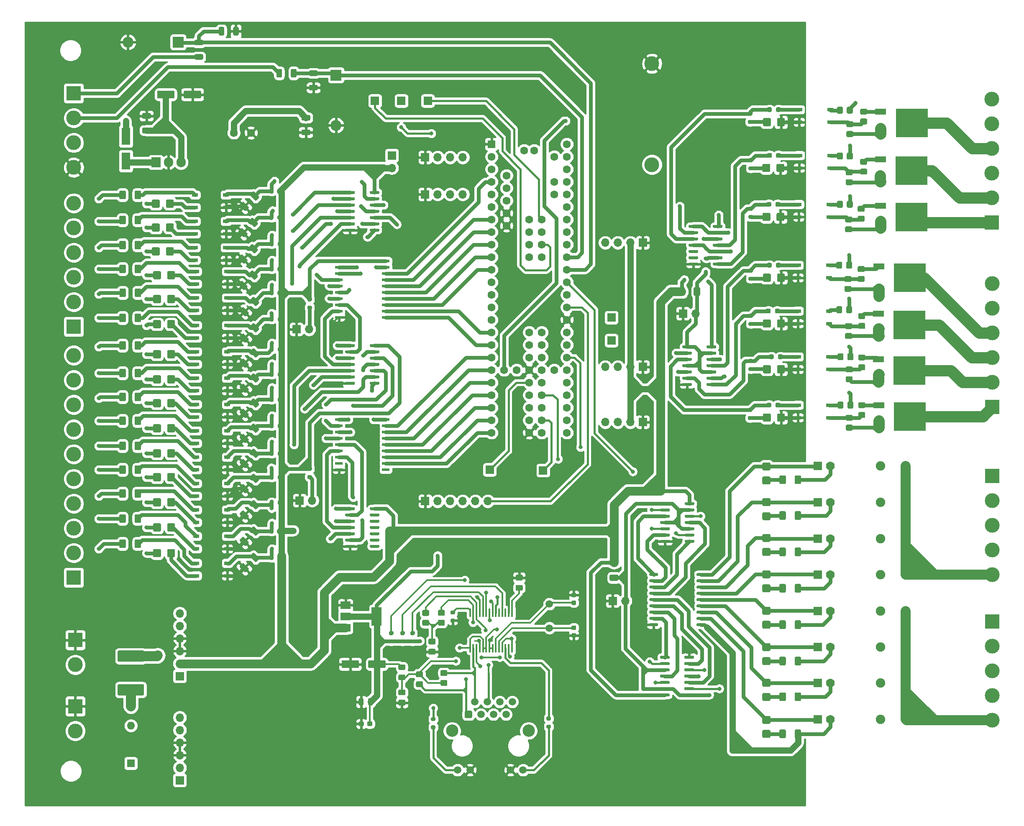
<source format=gtl>
G04 #@! TF.GenerationSoftware,KiCad,Pcbnew,(5.1.7)-1*
G04 #@! TF.CreationDate,2022-10-24T17:50:44-04:00*
G04 #@! TF.ProjectId,plc_14in_14out,706c635f-3134-4696-9e5f-31346f75742e,rev?*
G04 #@! TF.SameCoordinates,Original*
G04 #@! TF.FileFunction,Copper,L1,Top*
G04 #@! TF.FilePolarity,Positive*
%FSLAX46Y46*%
G04 Gerber Fmt 4.6, Leading zero omitted, Abs format (unit mm)*
G04 Created by KiCad (PCBNEW (5.1.7)-1) date 2022-10-24 17:50:44*
%MOMM*%
%LPD*%
G01*
G04 APERTURE LIST*
G04 #@! TA.AperFunction,ComponentPad*
%ADD10C,3.000000*%
G04 #@! TD*
G04 #@! TA.AperFunction,ComponentPad*
%ADD11C,1.600000*%
G04 #@! TD*
G04 #@! TA.AperFunction,ComponentPad*
%ADD12R,1.600000X1.600000*%
G04 #@! TD*
G04 #@! TA.AperFunction,ComponentPad*
%ADD13R,1.700000X1.700000*%
G04 #@! TD*
G04 #@! TA.AperFunction,ComponentPad*
%ADD14O,1.700000X1.700000*%
G04 #@! TD*
G04 #@! TA.AperFunction,ComponentPad*
%ADD15R,3.000000X3.000000*%
G04 #@! TD*
G04 #@! TA.AperFunction,ComponentPad*
%ADD16O,2.200000X2.200000*%
G04 #@! TD*
G04 #@! TA.AperFunction,ComponentPad*
%ADD17R,2.200000X2.200000*%
G04 #@! TD*
G04 #@! TA.AperFunction,ComponentPad*
%ADD18C,1.500000*%
G04 #@! TD*
G04 #@! TA.AperFunction,ComponentPad*
%ADD19C,2.500000*%
G04 #@! TD*
G04 #@! TA.AperFunction,ComponentPad*
%ADD20O,1.905000X2.000000*%
G04 #@! TD*
G04 #@! TA.AperFunction,ComponentPad*
%ADD21R,1.905000X2.000000*%
G04 #@! TD*
G04 #@! TA.AperFunction,SMDPad,CuDef*
%ADD22R,1.800000X3.500000*%
G04 #@! TD*
G04 #@! TA.AperFunction,SMDPad,CuDef*
%ADD23R,1.200000X0.800000*%
G04 #@! TD*
G04 #@! TA.AperFunction,SMDPad,CuDef*
%ADD24R,2.200000X1.200000*%
G04 #@! TD*
G04 #@! TA.AperFunction,SMDPad,CuDef*
%ADD25R,6.400000X5.800000*%
G04 #@! TD*
G04 #@! TA.AperFunction,ComponentPad*
%ADD26O,1.600000X1.600000*%
G04 #@! TD*
G04 #@! TA.AperFunction,SMDPad,CuDef*
%ADD27R,0.450000X1.750000*%
G04 #@! TD*
G04 #@! TA.AperFunction,SMDPad,CuDef*
%ADD28R,2.000000X1.500000*%
G04 #@! TD*
G04 #@! TA.AperFunction,SMDPad,CuDef*
%ADD29R,2.000000X3.800000*%
G04 #@! TD*
G04 #@! TA.AperFunction,ComponentPad*
%ADD30C,1.778000*%
G04 #@! TD*
G04 #@! TA.AperFunction,ComponentPad*
%ADD31R,1.778000X1.778000*%
G04 #@! TD*
G04 #@! TA.AperFunction,ComponentPad*
%ADD32C,1.900000*%
G04 #@! TD*
G04 #@! TA.AperFunction,SMDPad,CuDef*
%ADD33R,1.500000X0.600000*%
G04 #@! TD*
G04 #@! TA.AperFunction,ViaPad*
%ADD34C,0.800000*%
G04 #@! TD*
G04 #@! TA.AperFunction,Conductor*
%ADD35C,0.762000*%
G04 #@! TD*
G04 #@! TA.AperFunction,Conductor*
%ADD36C,1.270000*%
G04 #@! TD*
G04 #@! TA.AperFunction,Conductor*
%ADD37C,1.778000*%
G04 #@! TD*
G04 #@! TA.AperFunction,Conductor*
%ADD38C,0.304800*%
G04 #@! TD*
G04 #@! TA.AperFunction,Conductor*
%ADD39C,0.381000*%
G04 #@! TD*
G04 #@! TA.AperFunction,Conductor*
%ADD40C,2.032000*%
G04 #@! TD*
G04 #@! TA.AperFunction,Conductor*
%ADD41C,2.286000*%
G04 #@! TD*
G04 #@! TA.AperFunction,Conductor*
%ADD42C,0.254000*%
G04 #@! TD*
G04 #@! TA.AperFunction,Conductor*
%ADD43C,0.100000*%
G04 #@! TD*
G04 APERTURE END LIST*
D10*
G04 #@! TO.P,BT1,1*
G04 #@! TO.N,VBAT*
X145351500Y-42248000D03*
G04 #@! TO.P,BT1,2*
G04 #@! TO.N,GND*
X145351500Y-21801000D03*
G04 #@! TD*
D11*
G04 #@! TO.P,U19,87*
G04 #@! TO.N,Net-(U19-Pad87)*
X121533000Y-39370000D03*
G04 #@! TO.P,U19,88*
G04 #@! TO.N,Net-(U19-Pad88)*
X119513000Y-39370000D03*
G04 #@! TO.P,U19,86*
G04 #@! TO.N,D57*
X123063000Y-53340000D03*
G04 #@! TO.P,U19,85*
G04 #@! TO.N,D56*
X123063000Y-55880000D03*
G04 #@! TO.P,U19,84*
G04 #@! TO.N,D55*
X123063000Y-58420000D03*
G04 #@! TO.P,U19,83*
G04 #@! TO.N,Net-(U19-Pad83)*
X123063000Y-60960000D03*
G04 #@! TO.P,U19,66*
G04 #@! TO.N,Net-(U19-Pad66)*
X120523000Y-60960000D03*
G04 #@! TO.P,U19,65*
G04 #@! TO.N,Net-(U19-Pad65)*
X120523000Y-58420000D03*
G04 #@! TO.P,U19,63*
G04 #@! TO.N,Net-(U19-Pad63)*
X120523000Y-53340000D03*
G04 #@! TO.P,U19,64*
G04 #@! TO.N,Net-(U19-Pad64)*
X120523000Y-55880000D03*
G04 #@! TO.P,U19,67*
G04 #@! TO.N,Net-(U19-Pad67)*
X120523000Y-76200000D03*
G04 #@! TO.P,U19,82*
G04 #@! TO.N,Net-(U19-Pad82)*
X123063000Y-76200000D03*
G04 #@! TO.P,U19,68*
G04 #@! TO.N,Net-(U19-Pad68)*
X120523000Y-78740000D03*
G04 #@! TO.P,U19,81*
G04 #@! TO.N,Net-(U19-Pad81)*
X123063000Y-78740000D03*
G04 #@! TO.P,U19,69*
G04 #@! TO.N,Net-(U19-Pad69)*
X120523000Y-81280000D03*
G04 #@! TO.P,U19,80*
G04 #@! TO.N,Net-(U19-Pad80)*
X123063000Y-81280000D03*
G04 #@! TO.P,U19,74*
G04 #@! TO.N,GND*
X120523000Y-96520000D03*
G04 #@! TO.P,U19,75*
G04 #@! TO.N,Net-(U19-Pad75)*
X123063000Y-96520000D03*
G04 #@! TO.P,U19,70*
G04 #@! TO.N,D43*
X120523000Y-86360000D03*
G04 #@! TO.P,U19,71*
G04 #@! TO.N,D44*
X120523000Y-88900000D03*
G04 #@! TO.P,U19,72*
G04 #@! TO.N,D45*
X120523000Y-91440000D03*
G04 #@! TO.P,U19,73*
G04 #@! TO.N,D46*
X120523000Y-93980000D03*
G04 #@! TO.P,U19,76*
G04 #@! TO.N,D47*
X123063000Y-93980000D03*
G04 #@! TO.P,U19,77*
G04 #@! TO.N,D48*
X123063000Y-91440000D03*
G04 #@! TO.P,U19,78*
G04 #@! TO.N,D49*
X123063000Y-88900000D03*
G04 #@! TO.P,U19,79*
G04 #@! TO.N,D50*
X123063000Y-86360000D03*
G04 #@! TO.P,U19,62*
G04 #@! TO.N,GND*
X115903000Y-54610000D03*
G04 #@! TO.P,U19,61*
X115903000Y-52070000D03*
G04 #@! TO.P,U19,60*
G04 #@! TO.N,Net-(U19-Pad60)*
X115903000Y-49530000D03*
G04 #@! TO.P,U19,59*
G04 #@! TO.N,Net-(U19-Pad59)*
X115903000Y-46990000D03*
G04 #@! TO.P,U19,58*
G04 #@! TO.N,Net-(U19-Pad58)*
X115903000Y-44450000D03*
G04 #@! TO.P,U19,56*
G04 #@! TO.N,Net-(U19-Pad56)*
X125603000Y-48260000D03*
G04 #@! TO.P,U19,55*
G04 #@! TO.N,Net-(U19-Pad55)*
X125603000Y-45720000D03*
G04 #@! TO.P,U19,54*
G04 #@! TO.N,Net-(U19-Pad54)*
X125603000Y-40640000D03*
G04 #@! TO.P,U19,53*
G04 #@! TO.N,Vin*
X128143000Y-38100000D03*
G04 #@! TO.P,U19,52*
G04 #@! TO.N,Net-(U19-Pad52)*
X128143000Y-40640000D03*
G04 #@! TO.P,U19,51*
G04 #@! TO.N,Net-(U19-Pad51)*
X128143000Y-43180000D03*
G04 #@! TO.P,U19,50*
G04 #@! TO.N,D23*
X128143000Y-45720000D03*
G04 #@! TO.P,U19,49*
G04 #@! TO.N,D22*
X128143000Y-48260000D03*
G04 #@! TO.P,U19,48*
G04 #@! TO.N,D21*
X128143000Y-50800000D03*
G04 #@! TO.P,U19,47*
G04 #@! TO.N,D20*
X128143000Y-53340000D03*
G04 #@! TO.P,U19,46*
G04 #@! TO.N,SCL0*
X128143000Y-55880000D03*
G04 #@! TO.P,U19,45*
G04 #@! TO.N,SDA0*
X128143000Y-58420000D03*
G04 #@! TO.P,U19,44*
G04 #@! TO.N,AN3*
X128143000Y-60960000D03*
G04 #@! TO.P,U19,43*
G04 #@! TO.N,AN2*
X128143000Y-63500000D03*
G04 #@! TO.P,U19,42*
G04 #@! TO.N,D15*
X128143000Y-66040000D03*
G04 #@! TO.P,U19,41*
G04 #@! TO.N,D14*
X128143000Y-68580000D03*
G04 #@! TO.P,U19,40*
G04 #@! TO.N,SCK*
X128143000Y-71120000D03*
G04 #@! TO.P,U19,39*
G04 #@! TO.N,GND*
X128143000Y-73660000D03*
G04 #@! TO.P,U19,38*
G04 #@! TO.N,A22*
X128143000Y-76200000D03*
D12*
G04 #@! TO.P,U19,1*
G04 #@! TO.N,GND*
X112903000Y-38100000D03*
D11*
G04 #@! TO.P,U19,2*
G04 #@! TO.N,RX1*
X112903000Y-40640000D03*
G04 #@! TO.P,U19,3*
G04 #@! TO.N,TX1*
X112903000Y-43180000D03*
G04 #@! TO.P,U19,4*
G04 #@! TO.N,D2*
X112903000Y-45720000D03*
G04 #@! TO.P,U19,5*
G04 #@! TO.N,CAN0Tx*
X112903000Y-48260000D03*
G04 #@! TO.P,U19,6*
G04 #@! TO.N,CAN0Rx*
X112903000Y-50800000D03*
G04 #@! TO.P,U19,7*
G04 #@! TO.N,D5*
X112903000Y-53340000D03*
G04 #@! TO.P,U19,8*
G04 #@! TO.N,D6*
X112903000Y-55880000D03*
G04 #@! TO.P,U19,9*
G04 #@! TO.N,D7*
X112903000Y-58420000D03*
G04 #@! TO.P,U19,10*
G04 #@! TO.N,D8*
X112903000Y-60960000D03*
G04 #@! TO.P,U19,11*
G04 #@! TO.N,D9*
X112903000Y-63500000D03*
G04 #@! TO.P,U19,12*
G04 #@! TO.N,CS*
X112903000Y-66040000D03*
G04 #@! TO.P,U19,13*
G04 #@! TO.N,MOSI*
X112903000Y-68580000D03*
G04 #@! TO.P,U19,37*
G04 #@! TO.N,A21*
X128143000Y-78740000D03*
G04 #@! TO.P,U19,36*
G04 #@! TO.N,D39*
X128143000Y-81280000D03*
G04 #@! TO.P,U19,35*
G04 #@! TO.N,SDA1*
X128143000Y-83820000D03*
G04 #@! TO.P,U19,34*
G04 #@! TO.N,SCL1*
X128143000Y-86360000D03*
G04 #@! TO.P,U19,33*
G04 #@! TO.N,D36*
X128143000Y-88900000D03*
G04 #@! TO.P,U19,32*
G04 #@! TO.N,D35*
X128143000Y-91440000D03*
G04 #@! TO.P,U19,31*
G04 #@! TO.N,RX5*
X128143000Y-93980000D03*
G04 #@! TO.P,U19,30*
G04 #@! TO.N,TX5*
X128143000Y-96520000D03*
G04 #@! TO.P,U19,29*
G04 #@! TO.N,Net-(U19-Pad29)*
X125603000Y-83820000D03*
G04 #@! TO.P,U19,28*
G04 #@! TO.N,Net-(U19-Pad28)*
X123063000Y-83820000D03*
G04 #@! TO.P,U19,27*
G04 #@! TO.N,GND*
X120523000Y-83820000D03*
G04 #@! TO.P,U19,26*
G04 #@! TO.N,Net-(U19-Pad26)*
X117983000Y-83820000D03*
G04 #@! TO.P,U19,25*
G04 #@! TO.N,VBAT*
X115443000Y-83820000D03*
G04 #@! TO.P,U19,24*
G04 #@! TO.N,D32*
X112903000Y-96520000D03*
G04 #@! TO.P,U19,23*
G04 #@! TO.N,D31*
X112903000Y-93980000D03*
G04 #@! TO.P,U19,22*
G04 #@! TO.N,D30*
X112903000Y-91440000D03*
G04 #@! TO.P,U19,21*
G04 #@! TO.N,D29*
X112903000Y-88900000D03*
G04 #@! TO.P,U19,14*
G04 #@! TO.N,MISO*
X112903000Y-71120000D03*
G04 #@! TO.P,U19,15*
G04 #@! TO.N,Net-(U19-Pad15)*
X112903000Y-73660000D03*
G04 #@! TO.P,U19,16*
G04 #@! TO.N,D24*
X112903000Y-76200000D03*
G04 #@! TO.P,U19,20*
G04 #@! TO.N,D28*
X112903000Y-86360000D03*
G04 #@! TO.P,U19,19*
G04 #@! TO.N,D27*
X112903000Y-83820000D03*
G04 #@! TO.P,U19,18*
G04 #@! TO.N,D26*
X112903000Y-81280000D03*
G04 #@! TO.P,U19,17*
G04 #@! TO.N,D25*
X112903000Y-78740000D03*
G04 #@! TD*
D13*
G04 #@! TO.P,J25,1*
G04 #@! TO.N,D57*
X99978000Y-29337000D03*
G04 #@! TD*
G04 #@! TO.P,J24,1*
G04 #@! TO.N,D55*
X89281000Y-29337000D03*
G04 #@! TD*
G04 #@! TO.P,J23,1*
G04 #@! TO.N,D56*
X94615000Y-29337000D03*
G04 #@! TD*
G04 #@! TO.P,J22,1*
G04 #@! TO.N,A22*
X137160000Y-73201000D03*
G04 #@! TD*
G04 #@! TO.P,J21,1*
G04 #@! TO.N,A21*
X137160000Y-77851000D03*
G04 #@! TD*
G04 #@! TO.P,J20,1*
G04 #@! TO.N,D47*
X123317000Y-104140000D03*
G04 #@! TD*
D14*
G04 #@! TO.P,J19,4*
G04 #@! TO.N,RX5*
X135890000Y-94361000D03*
G04 #@! TO.P,J19,3*
G04 #@! TO.N,TX5*
X138430000Y-94361000D03*
G04 #@! TO.P,J19,2*
G04 #@! TO.N,5V*
X140970000Y-94361000D03*
D13*
G04 #@! TO.P,J19,1*
G04 #@! TO.N,GND*
X143510000Y-94361000D03*
G04 #@! TD*
G04 #@! TO.P,J18,1*
G04 #@! TO.N,D43*
X112522000Y-104013000D03*
G04 #@! TD*
D14*
G04 #@! TO.P,J17,4*
G04 #@! TO.N,SCL1*
X135890000Y-83185000D03*
G04 #@! TO.P,J17,3*
G04 #@! TO.N,SDA1*
X138430000Y-83185000D03*
G04 #@! TO.P,J17,2*
G04 #@! TO.N,5V*
X140970000Y-83185000D03*
D13*
G04 #@! TO.P,J17,1*
G04 #@! TO.N,GND*
X143510000Y-83185000D03*
G04 #@! TD*
D11*
G04 #@! TO.P,C25,2*
G04 #@! TO.N,GND*
X64206000Y-35814000D03*
G04 #@! TO.P,C25,1*
G04 #@! TO.N,Net-(C24-Pad1)*
X60706000Y-35814000D03*
G04 #@! TD*
D14*
G04 #@! TO.P,J16,4*
G04 #@! TO.N,SCL0*
X135890000Y-58039000D03*
G04 #@! TO.P,J16,3*
G04 #@! TO.N,SDA0*
X138430000Y-58039000D03*
G04 #@! TO.P,J16,2*
G04 #@! TO.N,5V*
X140970000Y-58039000D03*
D13*
G04 #@! TO.P,J16,1*
G04 #@! TO.N,GND*
X143510000Y-58039000D03*
G04 #@! TD*
D14*
G04 #@! TO.P,J15,4*
G04 #@! TO.N,RX1*
X107061000Y-40767000D03*
G04 #@! TO.P,J15,3*
G04 #@! TO.N,TX1*
X104521000Y-40767000D03*
G04 #@! TO.P,J15,2*
G04 #@! TO.N,5V*
X101981000Y-40767000D03*
D13*
G04 #@! TO.P,J15,1*
G04 #@! TO.N,GND*
X99441000Y-40767000D03*
G04 #@! TD*
D14*
G04 #@! TO.P,J14,4*
G04 #@! TO.N,CAN0Tx*
X107061000Y-48260000D03*
G04 #@! TO.P,J14,3*
G04 #@! TO.N,CAN0Rx*
X104521000Y-48260000D03*
G04 #@! TO.P,J14,2*
G04 #@! TO.N,3.3V*
X101981000Y-48260000D03*
D13*
G04 #@! TO.P,J14,1*
G04 #@! TO.N,GND*
X99441000Y-48260000D03*
G04 #@! TD*
D10*
G04 #@! TO.P,J13,4*
G04 #@! TO.N,GND*
X28321000Y-42813000D03*
G04 #@! TO.P,J13,3*
G04 #@! TO.N,10V*
X28321000Y-37813000D03*
G04 #@! TO.P,J13,2*
G04 #@! TO.N,A1*
X28321000Y-32813000D03*
D15*
G04 #@! TO.P,J13,1*
G04 #@! TO.N,A2*
X28321000Y-27813000D03*
G04 #@! TD*
G04 #@! TO.P,R92,2*
G04 #@! TO.N,AN2*
G04 #@! TA.AperFunction,SMDPad,CuDef*
G36*
G01*
X58790000Y-14614997D02*
X58790000Y-15865003D01*
G75*
G02*
X58540003Y-16115000I-249997J0D01*
G01*
X57914997Y-16115000D01*
G75*
G02*
X57665000Y-15865003I0J249997D01*
G01*
X57665000Y-14614997D01*
G75*
G02*
X57914997Y-14365000I249997J0D01*
G01*
X58540003Y-14365000D01*
G75*
G02*
X58790000Y-14614997I0J-249997D01*
G01*
G37*
G04 #@! TD.AperFunction*
G04 #@! TO.P,R92,1*
G04 #@! TO.N,GND*
G04 #@! TA.AperFunction,SMDPad,CuDef*
G36*
G01*
X61715000Y-14614997D02*
X61715000Y-15865003D01*
G75*
G02*
X61465003Y-16115000I-249997J0D01*
G01*
X60839997Y-16115000D01*
G75*
G02*
X60590000Y-15865003I0J249997D01*
G01*
X60590000Y-14614997D01*
G75*
G02*
X60839997Y-14365000I249997J0D01*
G01*
X61465003Y-14365000D01*
G75*
G02*
X61715000Y-14614997I0J-249997D01*
G01*
G37*
G04 #@! TD.AperFunction*
G04 #@! TD*
G04 #@! TO.P,R91,2*
G04 #@! TO.N,AN3*
G04 #@! TA.AperFunction,SMDPad,CuDef*
G36*
G01*
X77460003Y-24307500D02*
X76209997Y-24307500D01*
G75*
G02*
X75960000Y-24057503I0J249997D01*
G01*
X75960000Y-23432497D01*
G75*
G02*
X76209997Y-23182500I249997J0D01*
G01*
X77460003Y-23182500D01*
G75*
G02*
X77710000Y-23432497I0J-249997D01*
G01*
X77710000Y-24057503D01*
G75*
G02*
X77460003Y-24307500I-249997J0D01*
G01*
G37*
G04 #@! TD.AperFunction*
G04 #@! TO.P,R91,1*
G04 #@! TO.N,GND*
G04 #@! TA.AperFunction,SMDPad,CuDef*
G36*
G01*
X77460003Y-27232500D02*
X76209997Y-27232500D01*
G75*
G02*
X75960000Y-26982503I0J249997D01*
G01*
X75960000Y-26357497D01*
G75*
G02*
X76209997Y-26107500I249997J0D01*
G01*
X77460003Y-26107500D01*
G75*
G02*
X77710000Y-26357497I0J-249997D01*
G01*
X77710000Y-26982503D01*
G75*
G02*
X77460003Y-27232500I-249997J0D01*
G01*
G37*
G04 #@! TD.AperFunction*
G04 #@! TD*
G04 #@! TO.P,R89,2*
G04 #@! TO.N,A2*
G04 #@! TA.AperFunction,SMDPad,CuDef*
G36*
G01*
X53032497Y-19886500D02*
X54282503Y-19886500D01*
G75*
G02*
X54532500Y-20136497I0J-249997D01*
G01*
X54532500Y-20761503D01*
G75*
G02*
X54282503Y-21011500I-249997J0D01*
G01*
X53032497Y-21011500D01*
G75*
G02*
X52782500Y-20761503I0J249997D01*
G01*
X52782500Y-20136497D01*
G75*
G02*
X53032497Y-19886500I249997J0D01*
G01*
G37*
G04 #@! TD.AperFunction*
G04 #@! TO.P,R89,1*
G04 #@! TO.N,AN2*
G04 #@! TA.AperFunction,SMDPad,CuDef*
G36*
G01*
X53032497Y-16961500D02*
X54282503Y-16961500D01*
G75*
G02*
X54532500Y-17211497I0J-249997D01*
G01*
X54532500Y-17836503D01*
G75*
G02*
X54282503Y-18086500I-249997J0D01*
G01*
X53032497Y-18086500D01*
G75*
G02*
X52782500Y-17836503I0J249997D01*
G01*
X52782500Y-17211497D01*
G75*
G02*
X53032497Y-16961500I249997J0D01*
G01*
G37*
G04 #@! TD.AperFunction*
G04 #@! TD*
G04 #@! TO.P,R88,2*
G04 #@! TO.N,A1*
G04 #@! TA.AperFunction,SMDPad,CuDef*
G36*
G01*
X70474000Y-23123997D02*
X70474000Y-24374003D01*
G75*
G02*
X70224003Y-24624000I-249997J0D01*
G01*
X69598997Y-24624000D01*
G75*
G02*
X69349000Y-24374003I0J249997D01*
G01*
X69349000Y-23123997D01*
G75*
G02*
X69598997Y-22874000I249997J0D01*
G01*
X70224003Y-22874000D01*
G75*
G02*
X70474000Y-23123997I0J-249997D01*
G01*
G37*
G04 #@! TD.AperFunction*
G04 #@! TO.P,R88,1*
G04 #@! TO.N,AN3*
G04 #@! TA.AperFunction,SMDPad,CuDef*
G36*
G01*
X73399000Y-23123997D02*
X73399000Y-24374003D01*
G75*
G02*
X73149003Y-24624000I-249997J0D01*
G01*
X72523997Y-24624000D01*
G75*
G02*
X72274000Y-24374003I0J249997D01*
G01*
X72274000Y-23123997D01*
G75*
G02*
X72523997Y-22874000I249997J0D01*
G01*
X73149003Y-22874000D01*
G75*
G02*
X73399000Y-23123997I0J-249997D01*
G01*
G37*
G04 #@! TD.AperFunction*
G04 #@! TD*
D16*
G04 #@! TO.P,D33,2*
G04 #@! TO.N,GND*
X39306500Y-17462500D03*
D17*
G04 #@! TO.P,D33,1*
G04 #@! TO.N,AN2*
X49466500Y-17462500D03*
G04 #@! TD*
D16*
G04 #@! TO.P,D32,2*
G04 #@! TO.N,GND*
X81407000Y-34290000D03*
D17*
G04 #@! TO.P,D32,1*
G04 #@! TO.N,AN3*
X81407000Y-24130000D03*
G04 #@! TD*
G04 #@! TO.P,C27,2*
G04 #@! TO.N,GND*
G04 #@! TA.AperFunction,SMDPad,CuDef*
G36*
G01*
X50607000Y-28617000D02*
X50607000Y-27517000D01*
G75*
G02*
X50857000Y-27267000I250000J0D01*
G01*
X53857000Y-27267000D01*
G75*
G02*
X54107000Y-27517000I0J-250000D01*
G01*
X54107000Y-28617000D01*
G75*
G02*
X53857000Y-28867000I-250000J0D01*
G01*
X50857000Y-28867000D01*
G75*
G02*
X50607000Y-28617000I0J250000D01*
G01*
G37*
G04 #@! TD.AperFunction*
G04 #@! TO.P,C27,1*
G04 #@! TO.N,10V*
G04 #@! TA.AperFunction,SMDPad,CuDef*
G36*
G01*
X45207000Y-28617000D02*
X45207000Y-27517000D01*
G75*
G02*
X45457000Y-27267000I250000J0D01*
G01*
X48457000Y-27267000D01*
G75*
G02*
X48707000Y-27517000I0J-250000D01*
G01*
X48707000Y-28617000D01*
G75*
G02*
X48457000Y-28867000I-250000J0D01*
G01*
X45457000Y-28867000D01*
G75*
G02*
X45207000Y-28617000I0J250000D01*
G01*
G37*
G04 #@! TD.AperFunction*
G04 #@! TD*
G04 #@! TO.P,C26,2*
G04 #@! TO.N,GND*
G04 #@! TA.AperFunction,SMDPad,CuDef*
G36*
G01*
X43703001Y-32960000D02*
X42402999Y-32960000D01*
G75*
G02*
X42153000Y-32710001I0J249999D01*
G01*
X42153000Y-32059999D01*
G75*
G02*
X42402999Y-31810000I249999J0D01*
G01*
X43703001Y-31810000D01*
G75*
G02*
X43953000Y-32059999I0J-249999D01*
G01*
X43953000Y-32710001D01*
G75*
G02*
X43703001Y-32960000I-249999J0D01*
G01*
G37*
G04 #@! TD.AperFunction*
G04 #@! TO.P,C26,1*
G04 #@! TO.N,10V*
G04 #@! TA.AperFunction,SMDPad,CuDef*
G36*
G01*
X43703001Y-35910000D02*
X42402999Y-35910000D01*
G75*
G02*
X42153000Y-35660001I0J249999D01*
G01*
X42153000Y-35009999D01*
G75*
G02*
X42402999Y-34760000I249999J0D01*
G01*
X43703001Y-34760000D01*
G75*
G02*
X43953000Y-35009999I0J-249999D01*
G01*
X43953000Y-35660001D01*
G75*
G02*
X43703001Y-35910000I-249999J0D01*
G01*
G37*
G04 #@! TD.AperFunction*
G04 #@! TD*
G04 #@! TO.P,C24,2*
G04 #@! TO.N,GND*
G04 #@! TA.AperFunction,SMDPad,CuDef*
G36*
G01*
X74660999Y-35141000D02*
X75961001Y-35141000D01*
G75*
G02*
X76211000Y-35390999I0J-249999D01*
G01*
X76211000Y-36041001D01*
G75*
G02*
X75961001Y-36291000I-249999J0D01*
G01*
X74660999Y-36291000D01*
G75*
G02*
X74411000Y-36041001I0J249999D01*
G01*
X74411000Y-35390999D01*
G75*
G02*
X74660999Y-35141000I249999J0D01*
G01*
G37*
G04 #@! TD.AperFunction*
G04 #@! TO.P,C24,1*
G04 #@! TO.N,Net-(C24-Pad1)*
G04 #@! TA.AperFunction,SMDPad,CuDef*
G36*
G01*
X74660999Y-32191000D02*
X75961001Y-32191000D01*
G75*
G02*
X76211000Y-32440999I0J-249999D01*
G01*
X76211000Y-33091001D01*
G75*
G02*
X75961001Y-33341000I-249999J0D01*
G01*
X74660999Y-33341000D01*
G75*
G02*
X74411000Y-33091001I0J249999D01*
G01*
X74411000Y-32440999D01*
G75*
G02*
X74660999Y-32191000I249999J0D01*
G01*
G37*
G04 #@! TD.AperFunction*
G04 #@! TD*
G04 #@! TO.P,J6,1*
G04 #@! TO.N,TD+*
G04 #@! TA.AperFunction,ComponentPad*
G36*
G01*
X107454000Y-154042500D02*
X107454000Y-153043500D01*
G75*
G02*
X107704500Y-152793000I250500J0D01*
G01*
X108703500Y-152793000D01*
G75*
G02*
X108954000Y-153043500I0J-250500D01*
G01*
X108954000Y-154042500D01*
G75*
G02*
X108703500Y-154293000I-250500J0D01*
G01*
X107704500Y-154293000D01*
G75*
G02*
X107454000Y-154042500I0J250500D01*
G01*
G37*
G04 #@! TD.AperFunction*
D18*
G04 #@! TO.P,J6,2*
G04 #@! TO.N,TD-*
X109464000Y-151003000D03*
G04 #@! TO.P,J6,3*
G04 #@! TO.N,RD+*
X110744000Y-153543000D03*
G04 #@! TO.P,J6,4*
G04 #@! TO.N,P4*
X112004000Y-151003000D03*
G04 #@! TO.P,J6,5*
G04 #@! TO.N,Net-(J6-Pad5)*
X113284000Y-153543000D03*
G04 #@! TO.P,J6,6*
G04 #@! TO.N,RD-*
X114544000Y-151003000D03*
G04 #@! TO.P,J6,7*
G04 #@! TO.N,Net-(J6-Pad7)*
X115824000Y-153543000D03*
D19*
G04 #@! TO.P,J6,SH*
G04 #@! TO.N,N/C*
X104899000Y-156853000D03*
D18*
G04 #@! TO.P,J6,8*
G04 #@! TO.N,Net-(J6-Pad8)*
X117084000Y-151003000D03*
D19*
G04 #@! TO.P,J6,SH*
G04 #@! TO.N,N/C*
X120389000Y-156853000D03*
D18*
G04 #@! TO.P,J6,9*
G04 #@! TO.N,Net-(J6-Pad9)*
X106019000Y-164803000D03*
G04 #@! TO.P,J6,10*
G04 #@! TO.N,GND*
X108559000Y-164803000D03*
G04 #@! TO.P,J6,12*
G04 #@! TO.N,Net-(J6-Pad12)*
X119269000Y-164803000D03*
G04 #@! TO.P,J6,11*
G04 #@! TO.N,GND*
X116729000Y-164803000D03*
G04 #@! TD*
D20*
G04 #@! TO.P,U36,3*
G04 #@! TO.N,10V*
X50038000Y-41783000D03*
G04 #@! TO.P,U36,2*
G04 #@! TO.N,GND*
X47498000Y-41783000D03*
D21*
G04 #@! TO.P,U36,1*
G04 #@! TO.N,Net-(C24-Pad1)*
X44958000Y-41783000D03*
G04 #@! TD*
D22*
G04 #@! TO.P,D31,2*
G04 #@! TO.N,24V*
X38862000Y-36529000D03*
G04 #@! TO.P,D31,1*
G04 #@! TO.N,Net-(C24-Pad1)*
X38862000Y-41529000D03*
G04 #@! TD*
D23*
G04 #@! TO.P,U35,1*
G04 #@! TO.N,Net-(R84-Pad1)*
X175158000Y-31115000D03*
G04 #@! TO.P,U35,4*
G04 #@! TO.N,Net-(R86-Pad2)*
X181458000Y-33655000D03*
G04 #@! TO.P,U35,3*
G04 #@! TO.N,GND*
X175158000Y-33655000D03*
G04 #@! TO.P,U35,6*
G04 #@! TO.N,Net-(R85-Pad2)*
X181458000Y-31115000D03*
G04 #@! TD*
G04 #@! TO.P,R87,2*
G04 #@! TO.N,COM4*
G04 #@! TA.AperFunction,SMDPad,CuDef*
G36*
G01*
X184969999Y-35468000D02*
X185870001Y-35468000D01*
G75*
G02*
X186120000Y-35717999I0J-249999D01*
G01*
X186120000Y-36418001D01*
G75*
G02*
X185870001Y-36668000I-249999J0D01*
G01*
X184969999Y-36668000D01*
G75*
G02*
X184720000Y-36418001I0J249999D01*
G01*
X184720000Y-35717999D01*
G75*
G02*
X184969999Y-35468000I249999J0D01*
G01*
G37*
G04 #@! TD.AperFunction*
G04 #@! TO.P,R87,1*
G04 #@! TO.N,Net-(R86-Pad2)*
G04 #@! TA.AperFunction,SMDPad,CuDef*
G36*
G01*
X184969999Y-33468000D02*
X185870001Y-33468000D01*
G75*
G02*
X186120000Y-33717999I0J-249999D01*
G01*
X186120000Y-34418001D01*
G75*
G02*
X185870001Y-34668000I-249999J0D01*
G01*
X184969999Y-34668000D01*
G75*
G02*
X184720000Y-34418001I0J249999D01*
G01*
X184720000Y-33717999D01*
G75*
G02*
X184969999Y-33468000I249999J0D01*
G01*
G37*
G04 #@! TD.AperFunction*
G04 #@! TD*
G04 #@! TO.P,R86,2*
G04 #@! TO.N,Net-(R86-Pad2)*
G04 #@! TA.AperFunction,SMDPad,CuDef*
G36*
G01*
X187763999Y-32928000D02*
X188664001Y-32928000D01*
G75*
G02*
X188914000Y-33177999I0J-249999D01*
G01*
X188914000Y-33878001D01*
G75*
G02*
X188664001Y-34128000I-249999J0D01*
G01*
X187763999Y-34128000D01*
G75*
G02*
X187514000Y-33878001I0J249999D01*
G01*
X187514000Y-33177999D01*
G75*
G02*
X187763999Y-32928000I249999J0D01*
G01*
G37*
G04 #@! TD.AperFunction*
G04 #@! TO.P,R86,1*
G04 #@! TO.N,Net-(Q7-Pad1)*
G04 #@! TA.AperFunction,SMDPad,CuDef*
G36*
G01*
X187763999Y-30928000D02*
X188664001Y-30928000D01*
G75*
G02*
X188914000Y-31177999I0J-249999D01*
G01*
X188914000Y-31878001D01*
G75*
G02*
X188664001Y-32128000I-249999J0D01*
G01*
X187763999Y-32128000D01*
G75*
G02*
X187514000Y-31878001I0J249999D01*
G01*
X187514000Y-31177999D01*
G75*
G02*
X187763999Y-30928000I249999J0D01*
G01*
G37*
G04 #@! TD.AperFunction*
G04 #@! TD*
G04 #@! TO.P,R85,2*
G04 #@! TO.N,Net-(R85-Pad2)*
G04 #@! TA.AperFunction,SMDPad,CuDef*
G36*
G01*
X184004000Y-30791999D02*
X184004000Y-31692001D01*
G75*
G02*
X183754001Y-31942000I-249999J0D01*
G01*
X183053999Y-31942000D01*
G75*
G02*
X182804000Y-31692001I0J249999D01*
G01*
X182804000Y-30791999D01*
G75*
G02*
X183053999Y-30542000I249999J0D01*
G01*
X183754001Y-30542000D01*
G75*
G02*
X184004000Y-30791999I0J-249999D01*
G01*
G37*
G04 #@! TD.AperFunction*
G04 #@! TO.P,R85,1*
G04 #@! TO.N,Vge1*
G04 #@! TA.AperFunction,SMDPad,CuDef*
G36*
G01*
X186004000Y-30791999D02*
X186004000Y-31692001D01*
G75*
G02*
X185754001Y-31942000I-249999J0D01*
G01*
X185053999Y-31942000D01*
G75*
G02*
X184804000Y-31692001I0J249999D01*
G01*
X184804000Y-30791999D01*
G75*
G02*
X185053999Y-30542000I249999J0D01*
G01*
X185754001Y-30542000D01*
G75*
G02*
X186004000Y-30791999I0J-249999D01*
G01*
G37*
G04 #@! TD.AperFunction*
G04 #@! TD*
G04 #@! TO.P,R84,2*
G04 #@! TO.N,5Y1*
G04 #@! TA.AperFunction,SMDPad,CuDef*
G36*
G01*
X169628000Y-30877500D02*
X169628000Y-31352500D01*
G75*
G02*
X169390500Y-31590000I-237500J0D01*
G01*
X168890500Y-31590000D01*
G75*
G02*
X168653000Y-31352500I0J237500D01*
G01*
X168653000Y-30877500D01*
G75*
G02*
X168890500Y-30640000I237500J0D01*
G01*
X169390500Y-30640000D01*
G75*
G02*
X169628000Y-30877500I0J-237500D01*
G01*
G37*
G04 #@! TD.AperFunction*
G04 #@! TO.P,R84,1*
G04 #@! TO.N,Net-(R84-Pad1)*
G04 #@! TA.AperFunction,SMDPad,CuDef*
G36*
G01*
X171453000Y-30877500D02*
X171453000Y-31352500D01*
G75*
G02*
X171215500Y-31590000I-237500J0D01*
G01*
X170715500Y-31590000D01*
G75*
G02*
X170478000Y-31352500I0J237500D01*
G01*
X170478000Y-30877500D01*
G75*
G02*
X170715500Y-30640000I237500J0D01*
G01*
X171215500Y-30640000D01*
G75*
G02*
X171453000Y-30877500I0J-237500D01*
G01*
G37*
G04 #@! TD.AperFunction*
G04 #@! TD*
G04 #@! TO.P,R83,2*
G04 #@! TO.N,Net-(D30-Pad2)*
G04 #@! TA.AperFunction,SMDPad,CuDef*
G36*
G01*
X164952000Y-33191000D02*
X165502000Y-33191000D01*
G75*
G02*
X165702000Y-33391000I0J-200000D01*
G01*
X165702000Y-33791000D01*
G75*
G02*
X165502000Y-33991000I-200000J0D01*
G01*
X164952000Y-33991000D01*
G75*
G02*
X164752000Y-33791000I0J200000D01*
G01*
X164752000Y-33391000D01*
G75*
G02*
X164952000Y-33191000I200000J0D01*
G01*
G37*
G04 #@! TD.AperFunction*
G04 #@! TO.P,R83,1*
G04 #@! TO.N,5Y1*
G04 #@! TA.AperFunction,SMDPad,CuDef*
G36*
G01*
X164952000Y-31541000D02*
X165502000Y-31541000D01*
G75*
G02*
X165702000Y-31741000I0J-200000D01*
G01*
X165702000Y-32141000D01*
G75*
G02*
X165502000Y-32341000I-200000J0D01*
G01*
X164952000Y-32341000D01*
G75*
G02*
X164752000Y-32141000I0J200000D01*
G01*
X164752000Y-31741000D01*
G75*
G02*
X164952000Y-31541000I200000J0D01*
G01*
G37*
G04 #@! TD.AperFunction*
G04 #@! TD*
D24*
G04 #@! TO.P,Q7,1*
G04 #@! TO.N,Net-(Q7-Pad1)*
X191634000Y-31502000D03*
G04 #@! TO.P,Q7,3*
G04 #@! TO.N,COM4*
X191634000Y-36062000D03*
D25*
G04 #@! TO.P,Q7,2*
G04 #@! TO.N,O14*
X197934000Y-33782000D03*
G04 #@! TD*
D10*
G04 #@! TO.P,J8,6*
G04 #@! TO.N,Vge1*
X214122000Y-28975000D03*
G04 #@! TO.P,J8,5*
G04 #@! TO.N,COM4*
X214122000Y-33975000D03*
G04 #@! TO.P,J8,4*
G04 #@! TO.N,O14*
X214122000Y-38975000D03*
G04 #@! TO.P,J8,3*
G04 #@! TO.N,COM3*
X214122000Y-43975000D03*
G04 #@! TO.P,J8,2*
G04 #@! TO.N,O13*
X214122000Y-48975000D03*
D15*
G04 #@! TO.P,J8,1*
G04 #@! TO.N,O12*
X214122000Y-53975000D03*
G04 #@! TD*
G04 #@! TO.P,D30,2*
G04 #@! TO.N,Net-(D30-Pad2)*
G04 #@! TA.AperFunction,SMDPad,CuDef*
G36*
G01*
X169428000Y-33080000D02*
X169428000Y-34230000D01*
G75*
G02*
X169178000Y-34480000I-250000J0D01*
G01*
X168078000Y-34480000D01*
G75*
G02*
X167828000Y-34230000I0J250000D01*
G01*
X167828000Y-33080000D01*
G75*
G02*
X168078000Y-32830000I250000J0D01*
G01*
X169178000Y-32830000D01*
G75*
G02*
X169428000Y-33080000I0J-250000D01*
G01*
G37*
G04 #@! TD.AperFunction*
G04 #@! TO.P,D30,1*
G04 #@! TO.N,GND*
G04 #@! TA.AperFunction,SMDPad,CuDef*
G36*
G01*
X172278000Y-33080000D02*
X172278000Y-34230000D01*
G75*
G02*
X172028000Y-34480000I-250000J0D01*
G01*
X170928000Y-34480000D01*
G75*
G02*
X170678000Y-34230000I0J250000D01*
G01*
X170678000Y-33080000D01*
G75*
G02*
X170928000Y-32830000I250000J0D01*
G01*
X172028000Y-32830000D01*
G75*
G02*
X172278000Y-33080000I0J-250000D01*
G01*
G37*
G04 #@! TD.AperFunction*
G04 #@! TD*
D14*
G04 #@! TO.P,J12,6*
G04 #@! TO.N,SCK*
X112141000Y-110363000D03*
G04 #@! TO.P,J12,5*
G04 #@! TO.N,MISO*
X109601000Y-110363000D03*
G04 #@! TO.P,J12,4*
G04 #@! TO.N,MOSI*
X107061000Y-110363000D03*
G04 #@! TO.P,J12,3*
G04 #@! TO.N,CS*
X104521000Y-110363000D03*
G04 #@! TO.P,J12,2*
G04 #@! TO.N,3.3V*
X101981000Y-110363000D03*
D13*
G04 #@! TO.P,J12,1*
G04 #@! TO.N,GND*
X99441000Y-110363000D03*
G04 #@! TD*
G04 #@! TO.P,F1,2*
G04 #@! TO.N,24V*
G04 #@! TA.AperFunction,SMDPad,CuDef*
G36*
G01*
X42303002Y-142886000D02*
X37452998Y-142886000D01*
G75*
G02*
X37203000Y-142636002I0J249998D01*
G01*
X37203000Y-140860998D01*
G75*
G02*
X37452998Y-140611000I249998J0D01*
G01*
X42303002Y-140611000D01*
G75*
G02*
X42553000Y-140860998I0J-249998D01*
G01*
X42553000Y-142636002D01*
G75*
G02*
X42303002Y-142886000I-249998J0D01*
G01*
G37*
G04 #@! TD.AperFunction*
G04 #@! TO.P,F1,1*
G04 #@! TO.N,Net-(F1-Pad1)*
G04 #@! TA.AperFunction,SMDPad,CuDef*
G36*
G01*
X42303002Y-149711000D02*
X37452998Y-149711000D01*
G75*
G02*
X37203000Y-149461002I0J249998D01*
G01*
X37203000Y-147685998D01*
G75*
G02*
X37452998Y-147436000I249998J0D01*
G01*
X42303002Y-147436000D01*
G75*
G02*
X42553000Y-147685998I0J-249998D01*
G01*
X42553000Y-149461002D01*
G75*
G02*
X42303002Y-149711000I-249998J0D01*
G01*
G37*
G04 #@! TD.AperFunction*
G04 #@! TD*
D23*
G04 #@! TO.P,U34,1*
G04 #@! TO.N,Net-(R81-Pad1)*
X53111000Y-122936000D03*
G04 #@! TO.P,U34,4*
G04 #@! TO.N,GND*
X59411000Y-125476000D03*
G04 #@! TO.P,U34,3*
G04 #@! TO.N,Net-(D29-Pad2)*
X53111000Y-125476000D03*
G04 #@! TO.P,U34,6*
G04 #@! TO.N,Net-(C23-Pad1)*
X59411000Y-122936000D03*
G04 #@! TD*
D26*
G04 #@! TO.P,SW6,2*
G04 #@! TO.N,Net-(F1-Pad1)*
X39878000Y-155829000D03*
D12*
G04 #@! TO.P,SW6,1*
G04 #@! TO.N,Net-(J1-Pad2)*
X39878000Y-163449000D03*
G04 #@! TD*
G04 #@! TO.P,R82,2*
G04 #@! TO.N,5V*
G04 #@! TA.AperFunction,SMDPad,CuDef*
G36*
G01*
X69640000Y-122068000D02*
X69640000Y-121518000D01*
G75*
G02*
X69840000Y-121318000I200000J0D01*
G01*
X70240000Y-121318000D01*
G75*
G02*
X70440000Y-121518000I0J-200000D01*
G01*
X70440000Y-122068000D01*
G75*
G02*
X70240000Y-122268000I-200000J0D01*
G01*
X69840000Y-122268000D01*
G75*
G02*
X69640000Y-122068000I0J200000D01*
G01*
G37*
G04 #@! TD.AperFunction*
G04 #@! TO.P,R82,1*
G04 #@! TO.N,Net-(C23-Pad1)*
G04 #@! TA.AperFunction,SMDPad,CuDef*
G36*
G01*
X67990000Y-122068000D02*
X67990000Y-121518000D01*
G75*
G02*
X68190000Y-121318000I200000J0D01*
G01*
X68590000Y-121318000D01*
G75*
G02*
X68790000Y-121518000I0J-200000D01*
G01*
X68790000Y-122068000D01*
G75*
G02*
X68590000Y-122268000I-200000J0D01*
G01*
X68190000Y-122268000D01*
G75*
G02*
X67990000Y-122068000I0J200000D01*
G01*
G37*
G04 #@! TD.AperFunction*
G04 #@! TD*
G04 #@! TO.P,R81,2*
G04 #@! TO.N,IN0*
G04 #@! TA.AperFunction,SMDPad,CuDef*
G36*
G01*
X38851000Y-118373999D02*
X38851000Y-119624001D01*
G75*
G02*
X38601001Y-119874000I-249999J0D01*
G01*
X37800999Y-119874000D01*
G75*
G02*
X37551000Y-119624001I0J249999D01*
G01*
X37551000Y-118373999D01*
G75*
G02*
X37800999Y-118124000I249999J0D01*
G01*
X38601001Y-118124000D01*
G75*
G02*
X38851000Y-118373999I0J-249999D01*
G01*
G37*
G04 #@! TD.AperFunction*
G04 #@! TO.P,R81,1*
G04 #@! TO.N,Net-(R81-Pad1)*
G04 #@! TA.AperFunction,SMDPad,CuDef*
G36*
G01*
X41951000Y-118373999D02*
X41951000Y-119624001D01*
G75*
G02*
X41701001Y-119874000I-249999J0D01*
G01*
X40900999Y-119874000D01*
G75*
G02*
X40651000Y-119624001I0J249999D01*
G01*
X40651000Y-118373999D01*
G75*
G02*
X40900999Y-118124000I249999J0D01*
G01*
X41701001Y-118124000D01*
G75*
G02*
X41951000Y-118373999I0J-249999D01*
G01*
G37*
G04 #@! TD.AperFunction*
G04 #@! TD*
D10*
G04 #@! TO.P,J3,10*
G04 #@! TO.N,IN8*
X28321000Y-80857000D03*
G04 #@! TO.P,J3,9*
G04 #@! TO.N,IN7*
X28321000Y-85857000D03*
G04 #@! TO.P,J3,8*
G04 #@! TO.N,IN6*
X28321000Y-90857000D03*
G04 #@! TO.P,J3,7*
G04 #@! TO.N,IN5*
X28321000Y-95857000D03*
G04 #@! TO.P,J3,6*
G04 #@! TO.N,IN4*
X28321000Y-100857000D03*
G04 #@! TO.P,J3,5*
G04 #@! TO.N,IN3*
X28321000Y-105857000D03*
G04 #@! TO.P,J3,4*
G04 #@! TO.N,IN2*
X28321000Y-110857000D03*
G04 #@! TO.P,J3,3*
G04 #@! TO.N,IN1*
X28321000Y-115857000D03*
G04 #@! TO.P,J3,2*
G04 #@! TO.N,IN0*
X28321000Y-120857000D03*
D15*
G04 #@! TO.P,J3,1*
G04 #@! TO.N,1M*
X28321000Y-125857000D03*
G04 #@! TD*
G04 #@! TO.P,D29,2*
G04 #@! TO.N,Net-(D29-Pad2)*
G04 #@! TA.AperFunction,SMDPad,CuDef*
G36*
G01*
X47234000Y-121479000D02*
X47234000Y-120329000D01*
G75*
G02*
X47484000Y-120079000I250000J0D01*
G01*
X48584000Y-120079000D01*
G75*
G02*
X48834000Y-120329000I0J-250000D01*
G01*
X48834000Y-121479000D01*
G75*
G02*
X48584000Y-121729000I-250000J0D01*
G01*
X47484000Y-121729000D01*
G75*
G02*
X47234000Y-121479000I0J250000D01*
G01*
G37*
G04 #@! TD.AperFunction*
G04 #@! TO.P,D29,1*
G04 #@! TO.N,1M*
G04 #@! TA.AperFunction,SMDPad,CuDef*
G36*
G01*
X44384000Y-121479000D02*
X44384000Y-120329000D01*
G75*
G02*
X44634000Y-120079000I250000J0D01*
G01*
X45734000Y-120079000D01*
G75*
G02*
X45984000Y-120329000I0J-250000D01*
G01*
X45984000Y-121479000D01*
G75*
G02*
X45734000Y-121729000I-250000J0D01*
G01*
X44634000Y-121729000D01*
G75*
G02*
X44384000Y-121479000I0J250000D01*
G01*
G37*
G04 #@! TD.AperFunction*
G04 #@! TD*
G04 #@! TO.P,C23,2*
G04 #@! TO.N,GND*
G04 #@! TA.AperFunction,SMDPad,CuDef*
G36*
G01*
X62784983Y-122985776D02*
X63704224Y-123905017D01*
G75*
G02*
X63704224Y-124258569I-176776J-176776D01*
G01*
X63244603Y-124718190D01*
G75*
G02*
X62891051Y-124718190I-176776J176776D01*
G01*
X61971810Y-123798949D01*
G75*
G02*
X61971810Y-123445397I176776J176776D01*
G01*
X62431431Y-122985776D01*
G75*
G02*
X62784983Y-122985776I176776J-176776D01*
G01*
G37*
G04 #@! TD.AperFunction*
G04 #@! TO.P,C23,1*
G04 #@! TO.N,Net-(C23-Pad1)*
G04 #@! TA.AperFunction,SMDPad,CuDef*
G36*
G01*
X64870949Y-120899810D02*
X65790190Y-121819051D01*
G75*
G02*
X65790190Y-122172603I-176776J-176776D01*
G01*
X65330569Y-122632224D01*
G75*
G02*
X64977017Y-122632224I-176776J176776D01*
G01*
X64057776Y-121712983D01*
G75*
G02*
X64057776Y-121359431I176776J176776D01*
G01*
X64517397Y-120899810D01*
G75*
G02*
X64870949Y-120899810I176776J-176776D01*
G01*
G37*
G04 #@! TD.AperFunction*
G04 #@! TD*
D10*
G04 #@! TO.P,J11,2*
G04 #@! TO.N,12V*
X28638500Y-143493500D03*
D15*
G04 #@! TO.P,J11,1*
G04 #@! TO.N,GND*
X28638500Y-138493500D03*
G04 #@! TD*
D14*
G04 #@! TO.P,J10,6*
G04 #@! TO.N,24V*
X49784000Y-154178000D03*
G04 #@! TO.P,J10,5*
X49784000Y-156718000D03*
G04 #@! TO.P,J10,4*
G04 #@! TO.N,GND*
X49784000Y-159258000D03*
G04 #@! TO.P,J10,3*
X49784000Y-161798000D03*
G04 #@! TO.P,J10,2*
G04 #@! TO.N,12V*
X49784000Y-164338000D03*
D13*
G04 #@! TO.P,J10,1*
X49784000Y-166878000D03*
G04 #@! TD*
D14*
G04 #@! TO.P,J9,6*
G04 #@! TO.N,24V*
X49784000Y-133096000D03*
G04 #@! TO.P,J9,5*
X49784000Y-135636000D03*
G04 #@! TO.P,J9,4*
G04 #@! TO.N,GND*
X49784000Y-138176000D03*
G04 #@! TO.P,J9,3*
X49784000Y-140716000D03*
G04 #@! TO.P,J9,2*
G04 #@! TO.N,5V*
X49784000Y-143256000D03*
D13*
G04 #@! TO.P,J9,1*
X49784000Y-145796000D03*
G04 #@! TD*
D27*
G04 #@! TO.P,U24,1*
G04 #@! TO.N,Net-(C15-Pad1)*
X117001000Y-132925000D03*
G04 #@! TO.P,U24,2*
G04 #@! TO.N,GND*
X116351000Y-132925000D03*
G04 #@! TO.P,U24,3*
G04 #@! TO.N,Net-(U24-Pad3)*
X115701000Y-132925000D03*
G04 #@! TO.P,U24,4*
G04 #@! TO.N,INT*
X115051000Y-132925000D03*
G04 #@! TO.P,U24,5*
G04 #@! TO.N,Net-(U24-Pad5)*
X114401000Y-132925000D03*
G04 #@! TO.P,U24,6*
G04 #@! TO.N,MISO*
X113751000Y-132925000D03*
G04 #@! TO.P,U24,7*
G04 #@! TO.N,MOSI*
X113101000Y-132925000D03*
G04 #@! TO.P,U24,8*
G04 #@! TO.N,SCK*
X112451000Y-132925000D03*
G04 #@! TO.P,U24,9*
G04 #@! TO.N,CS*
X111801000Y-132925000D03*
G04 #@! TO.P,U24,10*
G04 #@! TO.N,RST*
X111151000Y-132925000D03*
G04 #@! TO.P,U24,11*
G04 #@! TO.N,GND*
X110501000Y-132925000D03*
G04 #@! TO.P,U24,12*
G04 #@! TO.N,RD-*
X109851000Y-132925000D03*
G04 #@! TO.P,U24,13*
G04 #@! TO.N,RD+*
X109201000Y-132925000D03*
G04 #@! TO.P,U24,14*
G04 #@! TO.N,Net-(R40-Pad2)*
X108551000Y-132925000D03*
G04 #@! TO.P,U24,15*
G04 #@! TO.N,3.3V*
X108551000Y-140125000D03*
G04 #@! TO.P,U24,16*
G04 #@! TO.N,TD-*
X109201000Y-140125000D03*
G04 #@! TO.P,U24,17*
G04 #@! TO.N,TD+*
X109851000Y-140125000D03*
G04 #@! TO.P,U24,18*
G04 #@! TO.N,GND*
X110501000Y-140125000D03*
G04 #@! TO.P,U24,19*
G04 #@! TO.N,3.3V*
X111151000Y-140125000D03*
G04 #@! TO.P,U24,20*
X111801000Y-140125000D03*
G04 #@! TO.P,U24,21*
G04 #@! TO.N,GND*
X112451000Y-140125000D03*
G04 #@! TO.P,U24,22*
X113101000Y-140125000D03*
G04 #@! TO.P,U24,23*
G04 #@! TO.N,OSC1*
X113751000Y-140125000D03*
G04 #@! TO.P,U24,24*
G04 #@! TO.N,OSC2*
X114401000Y-140125000D03*
G04 #@! TO.P,U24,25*
G04 #@! TO.N,3.3V*
X115051000Y-140125000D03*
G04 #@! TO.P,U24,26*
G04 #@! TO.N,LEDB*
X115701000Y-140125000D03*
G04 #@! TO.P,U24,27*
G04 #@! TO.N,LEDA*
X116351000Y-140125000D03*
G04 #@! TO.P,U24,28*
G04 #@! TO.N,3.3V*
X117001000Y-140125000D03*
G04 #@! TD*
D24*
G04 #@! TO.P,Q3,1*
G04 #@! TO.N,Net-(Q3-Pad1)*
X191209000Y-72395000D03*
G04 #@! TO.P,Q3,3*
G04 #@! TO.N,COM2*
X191209000Y-76955000D03*
D25*
G04 #@! TO.P,Q3,2*
G04 #@! TO.N,O10*
X197509000Y-74675000D03*
G04 #@! TD*
G04 #@! TO.P,R54,2*
G04 #@! TO.N,Net-(R54-Pad2)*
G04 #@! TA.AperFunction,SMDPad,CuDef*
G36*
G01*
X187382999Y-92348000D02*
X188283001Y-92348000D01*
G75*
G02*
X188533000Y-92597999I0J-249999D01*
G01*
X188533000Y-93298001D01*
G75*
G02*
X188283001Y-93548000I-249999J0D01*
G01*
X187382999Y-93548000D01*
G75*
G02*
X187133000Y-93298001I0J249999D01*
G01*
X187133000Y-92597999D01*
G75*
G02*
X187382999Y-92348000I249999J0D01*
G01*
G37*
G04 #@! TD.AperFunction*
G04 #@! TO.P,R54,1*
G04 #@! TO.N,Net-(Q1-Pad1)*
G04 #@! TA.AperFunction,SMDPad,CuDef*
G36*
G01*
X187382999Y-90348000D02*
X188283001Y-90348000D01*
G75*
G02*
X188533000Y-90597999I0J-249999D01*
G01*
X188533000Y-91298001D01*
G75*
G02*
X188283001Y-91548000I-249999J0D01*
G01*
X187382999Y-91548000D01*
G75*
G02*
X187133000Y-91298001I0J249999D01*
G01*
X187133000Y-90597999D01*
G75*
G02*
X187382999Y-90348000I249999J0D01*
G01*
G37*
G04 #@! TD.AperFunction*
G04 #@! TD*
D23*
G04 #@! TO.P,U33,1*
G04 #@! TO.N,Net-(R65-Pad1)*
X174904000Y-81153000D03*
G04 #@! TO.P,U33,4*
G04 #@! TO.N,Net-(R79-Pad2)*
X181204000Y-83693000D03*
G04 #@! TO.P,U33,3*
G04 #@! TO.N,GND*
X174904000Y-83693000D03*
G04 #@! TO.P,U33,6*
G04 #@! TO.N,Net-(R78-Pad2)*
X181204000Y-81153000D03*
G04 #@! TD*
G04 #@! TO.P,U32,1*
G04 #@! TO.N,Net-(R64-Pad1)*
X174904000Y-71882000D03*
G04 #@! TO.P,U32,4*
G04 #@! TO.N,Net-(R76-Pad2)*
X181204000Y-74422000D03*
G04 #@! TO.P,U32,3*
G04 #@! TO.N,GND*
X174904000Y-74422000D03*
G04 #@! TO.P,U32,6*
G04 #@! TO.N,Net-(R75-Pad2)*
X181204000Y-71882000D03*
G04 #@! TD*
G04 #@! TO.P,U31,1*
G04 #@! TO.N,Net-(R63-Pad1)*
X174904000Y-62611000D03*
G04 #@! TO.P,U31,4*
G04 #@! TO.N,Net-(R73-Pad2)*
X181204000Y-65151000D03*
G04 #@! TO.P,U31,3*
G04 #@! TO.N,GND*
X174904000Y-65151000D03*
G04 #@! TO.P,U31,6*
G04 #@! TO.N,Net-(R72-Pad2)*
X181204000Y-62611000D03*
G04 #@! TD*
G04 #@! TO.P,U30,1*
G04 #@! TO.N,Net-(R62-Pad1)*
X175031000Y-50292000D03*
G04 #@! TO.P,U30,4*
G04 #@! TO.N,Net-(R70-Pad2)*
X181331000Y-52832000D03*
G04 #@! TO.P,U30,3*
G04 #@! TO.N,GND*
X175031000Y-52832000D03*
G04 #@! TO.P,U30,6*
G04 #@! TO.N,Net-(R69-Pad2)*
X181331000Y-50292000D03*
G04 #@! TD*
G04 #@! TO.P,U29,1*
G04 #@! TO.N,Net-(R61-Pad1)*
X175158000Y-40386000D03*
G04 #@! TO.P,U29,4*
G04 #@! TO.N,Net-(R67-Pad2)*
X181458000Y-42926000D03*
G04 #@! TO.P,U29,3*
G04 #@! TO.N,GND*
X175158000Y-42926000D03*
G04 #@! TO.P,U29,6*
G04 #@! TO.N,Net-(R66-Pad2)*
X181458000Y-40386000D03*
G04 #@! TD*
G04 #@! TO.P,R80,2*
G04 #@! TO.N,COM2*
G04 #@! TA.AperFunction,SMDPad,CuDef*
G36*
G01*
X184842999Y-85109000D02*
X185743001Y-85109000D01*
G75*
G02*
X185993000Y-85358999I0J-249999D01*
G01*
X185993000Y-86059001D01*
G75*
G02*
X185743001Y-86309000I-249999J0D01*
G01*
X184842999Y-86309000D01*
G75*
G02*
X184593000Y-86059001I0J249999D01*
G01*
X184593000Y-85358999D01*
G75*
G02*
X184842999Y-85109000I249999J0D01*
G01*
G37*
G04 #@! TD.AperFunction*
G04 #@! TO.P,R80,1*
G04 #@! TO.N,Net-(R79-Pad2)*
G04 #@! TA.AperFunction,SMDPad,CuDef*
G36*
G01*
X184842999Y-83109000D02*
X185743001Y-83109000D01*
G75*
G02*
X185993000Y-83358999I0J-249999D01*
G01*
X185993000Y-84059001D01*
G75*
G02*
X185743001Y-84309000I-249999J0D01*
G01*
X184842999Y-84309000D01*
G75*
G02*
X184593000Y-84059001I0J249999D01*
G01*
X184593000Y-83358999D01*
G75*
G02*
X184842999Y-83109000I249999J0D01*
G01*
G37*
G04 #@! TD.AperFunction*
G04 #@! TD*
G04 #@! TO.P,R79,2*
G04 #@! TO.N,Net-(R79-Pad2)*
G04 #@! TA.AperFunction,SMDPad,CuDef*
G36*
G01*
X187382999Y-82696000D02*
X188283001Y-82696000D01*
G75*
G02*
X188533000Y-82945999I0J-249999D01*
G01*
X188533000Y-83646001D01*
G75*
G02*
X188283001Y-83896000I-249999J0D01*
G01*
X187382999Y-83896000D01*
G75*
G02*
X187133000Y-83646001I0J249999D01*
G01*
X187133000Y-82945999D01*
G75*
G02*
X187382999Y-82696000I249999J0D01*
G01*
G37*
G04 #@! TD.AperFunction*
G04 #@! TO.P,R79,1*
G04 #@! TO.N,Net-(Q2-Pad1)*
G04 #@! TA.AperFunction,SMDPad,CuDef*
G36*
G01*
X187382999Y-80696000D02*
X188283001Y-80696000D01*
G75*
G02*
X188533000Y-80945999I0J-249999D01*
G01*
X188533000Y-81646001D01*
G75*
G02*
X188283001Y-81896000I-249999J0D01*
G01*
X187382999Y-81896000D01*
G75*
G02*
X187133000Y-81646001I0J249999D01*
G01*
X187133000Y-80945999D01*
G75*
G02*
X187382999Y-80696000I249999J0D01*
G01*
G37*
G04 #@! TD.AperFunction*
G04 #@! TD*
G04 #@! TO.P,R78,2*
G04 #@! TO.N,Net-(R78-Pad2)*
G04 #@! TA.AperFunction,SMDPad,CuDef*
G36*
G01*
X184131000Y-80702999D02*
X184131000Y-81603001D01*
G75*
G02*
X183881001Y-81853000I-249999J0D01*
G01*
X183180999Y-81853000D01*
G75*
G02*
X182931000Y-81603001I0J249999D01*
G01*
X182931000Y-80702999D01*
G75*
G02*
X183180999Y-80453000I249999J0D01*
G01*
X183881001Y-80453000D01*
G75*
G02*
X184131000Y-80702999I0J-249999D01*
G01*
G37*
G04 #@! TD.AperFunction*
G04 #@! TO.P,R78,1*
G04 #@! TO.N,Vge*
G04 #@! TA.AperFunction,SMDPad,CuDef*
G36*
G01*
X186131000Y-80702999D02*
X186131000Y-81603001D01*
G75*
G02*
X185881001Y-81853000I-249999J0D01*
G01*
X185180999Y-81853000D01*
G75*
G02*
X184931000Y-81603001I0J249999D01*
G01*
X184931000Y-80702999D01*
G75*
G02*
X185180999Y-80453000I249999J0D01*
G01*
X185881001Y-80453000D01*
G75*
G02*
X186131000Y-80702999I0J-249999D01*
G01*
G37*
G04 #@! TD.AperFunction*
G04 #@! TD*
G04 #@! TO.P,R77,2*
G04 #@! TO.N,COM2*
G04 #@! TA.AperFunction,SMDPad,CuDef*
G36*
G01*
X184715999Y-76346000D02*
X185616001Y-76346000D01*
G75*
G02*
X185866000Y-76595999I0J-249999D01*
G01*
X185866000Y-77296001D01*
G75*
G02*
X185616001Y-77546000I-249999J0D01*
G01*
X184715999Y-77546000D01*
G75*
G02*
X184466000Y-77296001I0J249999D01*
G01*
X184466000Y-76595999D01*
G75*
G02*
X184715999Y-76346000I249999J0D01*
G01*
G37*
G04 #@! TD.AperFunction*
G04 #@! TO.P,R77,1*
G04 #@! TO.N,Net-(R76-Pad2)*
G04 #@! TA.AperFunction,SMDPad,CuDef*
G36*
G01*
X184715999Y-74346000D02*
X185616001Y-74346000D01*
G75*
G02*
X185866000Y-74595999I0J-249999D01*
G01*
X185866000Y-75296001D01*
G75*
G02*
X185616001Y-75546000I-249999J0D01*
G01*
X184715999Y-75546000D01*
G75*
G02*
X184466000Y-75296001I0J249999D01*
G01*
X184466000Y-74595999D01*
G75*
G02*
X184715999Y-74346000I249999J0D01*
G01*
G37*
G04 #@! TD.AperFunction*
G04 #@! TD*
G04 #@! TO.P,R76,2*
G04 #@! TO.N,Net-(R76-Pad2)*
G04 #@! TA.AperFunction,SMDPad,CuDef*
G36*
G01*
X187382999Y-74314000D02*
X188283001Y-74314000D01*
G75*
G02*
X188533000Y-74563999I0J-249999D01*
G01*
X188533000Y-75264001D01*
G75*
G02*
X188283001Y-75514000I-249999J0D01*
G01*
X187382999Y-75514000D01*
G75*
G02*
X187133000Y-75264001I0J249999D01*
G01*
X187133000Y-74563999D01*
G75*
G02*
X187382999Y-74314000I249999J0D01*
G01*
G37*
G04 #@! TD.AperFunction*
G04 #@! TO.P,R76,1*
G04 #@! TO.N,Net-(Q3-Pad1)*
G04 #@! TA.AperFunction,SMDPad,CuDef*
G36*
G01*
X187382999Y-72314000D02*
X188283001Y-72314000D01*
G75*
G02*
X188533000Y-72563999I0J-249999D01*
G01*
X188533000Y-73264001D01*
G75*
G02*
X188283001Y-73514000I-249999J0D01*
G01*
X187382999Y-73514000D01*
G75*
G02*
X187133000Y-73264001I0J249999D01*
G01*
X187133000Y-72563999D01*
G75*
G02*
X187382999Y-72314000I249999J0D01*
G01*
G37*
G04 #@! TD.AperFunction*
G04 #@! TD*
G04 #@! TO.P,R75,2*
G04 #@! TO.N,Net-(R75-Pad2)*
G04 #@! TA.AperFunction,SMDPad,CuDef*
G36*
G01*
X183877000Y-71177999D02*
X183877000Y-72078001D01*
G75*
G02*
X183627001Y-72328000I-249999J0D01*
G01*
X182926999Y-72328000D01*
G75*
G02*
X182677000Y-72078001I0J249999D01*
G01*
X182677000Y-71177999D01*
G75*
G02*
X182926999Y-70928000I249999J0D01*
G01*
X183627001Y-70928000D01*
G75*
G02*
X183877000Y-71177999I0J-249999D01*
G01*
G37*
G04 #@! TD.AperFunction*
G04 #@! TO.P,R75,1*
G04 #@! TO.N,Vge*
G04 #@! TA.AperFunction,SMDPad,CuDef*
G36*
G01*
X185877000Y-71177999D02*
X185877000Y-72078001D01*
G75*
G02*
X185627001Y-72328000I-249999J0D01*
G01*
X184926999Y-72328000D01*
G75*
G02*
X184677000Y-72078001I0J249999D01*
G01*
X184677000Y-71177999D01*
G75*
G02*
X184926999Y-70928000I249999J0D01*
G01*
X185627001Y-70928000D01*
G75*
G02*
X185877000Y-71177999I0J-249999D01*
G01*
G37*
G04 #@! TD.AperFunction*
G04 #@! TD*
G04 #@! TO.P,R74,2*
G04 #@! TO.N,COM2*
G04 #@! TA.AperFunction,SMDPad,CuDef*
G36*
G01*
X184588999Y-66805000D02*
X185489001Y-66805000D01*
G75*
G02*
X185739000Y-67054999I0J-249999D01*
G01*
X185739000Y-67755001D01*
G75*
G02*
X185489001Y-68005000I-249999J0D01*
G01*
X184588999Y-68005000D01*
G75*
G02*
X184339000Y-67755001I0J249999D01*
G01*
X184339000Y-67054999D01*
G75*
G02*
X184588999Y-66805000I249999J0D01*
G01*
G37*
G04 #@! TD.AperFunction*
G04 #@! TO.P,R74,1*
G04 #@! TO.N,Net-(R73-Pad2)*
G04 #@! TA.AperFunction,SMDPad,CuDef*
G36*
G01*
X184588999Y-64805000D02*
X185489001Y-64805000D01*
G75*
G02*
X185739000Y-65054999I0J-249999D01*
G01*
X185739000Y-65755001D01*
G75*
G02*
X185489001Y-66005000I-249999J0D01*
G01*
X184588999Y-66005000D01*
G75*
G02*
X184339000Y-65755001I0J249999D01*
G01*
X184339000Y-65054999D01*
G75*
G02*
X184588999Y-64805000I249999J0D01*
G01*
G37*
G04 #@! TD.AperFunction*
G04 #@! TD*
G04 #@! TO.P,R73,2*
G04 #@! TO.N,Net-(R73-Pad2)*
G04 #@! TA.AperFunction,SMDPad,CuDef*
G36*
G01*
X187255999Y-64789000D02*
X188156001Y-64789000D01*
G75*
G02*
X188406000Y-65038999I0J-249999D01*
G01*
X188406000Y-65739001D01*
G75*
G02*
X188156001Y-65989000I-249999J0D01*
G01*
X187255999Y-65989000D01*
G75*
G02*
X187006000Y-65739001I0J249999D01*
G01*
X187006000Y-65038999D01*
G75*
G02*
X187255999Y-64789000I249999J0D01*
G01*
G37*
G04 #@! TD.AperFunction*
G04 #@! TO.P,R73,1*
G04 #@! TO.N,Net-(Q4-Pad1)*
G04 #@! TA.AperFunction,SMDPad,CuDef*
G36*
G01*
X187255999Y-62789000D02*
X188156001Y-62789000D01*
G75*
G02*
X188406000Y-63038999I0J-249999D01*
G01*
X188406000Y-63739001D01*
G75*
G02*
X188156001Y-63989000I-249999J0D01*
G01*
X187255999Y-63989000D01*
G75*
G02*
X187006000Y-63739001I0J249999D01*
G01*
X187006000Y-63038999D01*
G75*
G02*
X187255999Y-62789000I249999J0D01*
G01*
G37*
G04 #@! TD.AperFunction*
G04 #@! TD*
G04 #@! TO.P,R72,2*
G04 #@! TO.N,Net-(R72-Pad2)*
G04 #@! TA.AperFunction,SMDPad,CuDef*
G36*
G01*
X183877000Y-62160999D02*
X183877000Y-63061001D01*
G75*
G02*
X183627001Y-63311000I-249999J0D01*
G01*
X182926999Y-63311000D01*
G75*
G02*
X182677000Y-63061001I0J249999D01*
G01*
X182677000Y-62160999D01*
G75*
G02*
X182926999Y-61911000I249999J0D01*
G01*
X183627001Y-61911000D01*
G75*
G02*
X183877000Y-62160999I0J-249999D01*
G01*
G37*
G04 #@! TD.AperFunction*
G04 #@! TO.P,R72,1*
G04 #@! TO.N,Vge*
G04 #@! TA.AperFunction,SMDPad,CuDef*
G36*
G01*
X185877000Y-62160999D02*
X185877000Y-63061001D01*
G75*
G02*
X185627001Y-63311000I-249999J0D01*
G01*
X184926999Y-63311000D01*
G75*
G02*
X184677000Y-63061001I0J249999D01*
G01*
X184677000Y-62160999D01*
G75*
G02*
X184926999Y-61911000I249999J0D01*
G01*
X185627001Y-61911000D01*
G75*
G02*
X185877000Y-62160999I0J-249999D01*
G01*
G37*
G04 #@! TD.AperFunction*
G04 #@! TD*
G04 #@! TO.P,R71,2*
G04 #@! TO.N,COM3*
G04 #@! TA.AperFunction,SMDPad,CuDef*
G36*
G01*
X184715999Y-54756000D02*
X185616001Y-54756000D01*
G75*
G02*
X185866000Y-55005999I0J-249999D01*
G01*
X185866000Y-55706001D01*
G75*
G02*
X185616001Y-55956000I-249999J0D01*
G01*
X184715999Y-55956000D01*
G75*
G02*
X184466000Y-55706001I0J249999D01*
G01*
X184466000Y-55005999D01*
G75*
G02*
X184715999Y-54756000I249999J0D01*
G01*
G37*
G04 #@! TD.AperFunction*
G04 #@! TO.P,R71,1*
G04 #@! TO.N,Net-(R70-Pad2)*
G04 #@! TA.AperFunction,SMDPad,CuDef*
G36*
G01*
X184715999Y-52756000D02*
X185616001Y-52756000D01*
G75*
G02*
X185866000Y-53005999I0J-249999D01*
G01*
X185866000Y-53706001D01*
G75*
G02*
X185616001Y-53956000I-249999J0D01*
G01*
X184715999Y-53956000D01*
G75*
G02*
X184466000Y-53706001I0J249999D01*
G01*
X184466000Y-53005999D01*
G75*
G02*
X184715999Y-52756000I249999J0D01*
G01*
G37*
G04 #@! TD.AperFunction*
G04 #@! TD*
G04 #@! TO.P,R70,2*
G04 #@! TO.N,Net-(R70-Pad2)*
G04 #@! TA.AperFunction,SMDPad,CuDef*
G36*
G01*
X187255999Y-52597000D02*
X188156001Y-52597000D01*
G75*
G02*
X188406000Y-52846999I0J-249999D01*
G01*
X188406000Y-53547001D01*
G75*
G02*
X188156001Y-53797000I-249999J0D01*
G01*
X187255999Y-53797000D01*
G75*
G02*
X187006000Y-53547001I0J249999D01*
G01*
X187006000Y-52846999D01*
G75*
G02*
X187255999Y-52597000I249999J0D01*
G01*
G37*
G04 #@! TD.AperFunction*
G04 #@! TO.P,R70,1*
G04 #@! TO.N,Net-(Q5-Pad1)*
G04 #@! TA.AperFunction,SMDPad,CuDef*
G36*
G01*
X187255999Y-50597000D02*
X188156001Y-50597000D01*
G75*
G02*
X188406000Y-50846999I0J-249999D01*
G01*
X188406000Y-51547001D01*
G75*
G02*
X188156001Y-51797000I-249999J0D01*
G01*
X187255999Y-51797000D01*
G75*
G02*
X187006000Y-51547001I0J249999D01*
G01*
X187006000Y-50846999D01*
G75*
G02*
X187255999Y-50597000I249999J0D01*
G01*
G37*
G04 #@! TD.AperFunction*
G04 #@! TD*
G04 #@! TO.P,R69,2*
G04 #@! TO.N,Net-(R69-Pad2)*
G04 #@! TA.AperFunction,SMDPad,CuDef*
G36*
G01*
X184004000Y-49841999D02*
X184004000Y-50742001D01*
G75*
G02*
X183754001Y-50992000I-249999J0D01*
G01*
X183053999Y-50992000D01*
G75*
G02*
X182804000Y-50742001I0J249999D01*
G01*
X182804000Y-49841999D01*
G75*
G02*
X183053999Y-49592000I249999J0D01*
G01*
X183754001Y-49592000D01*
G75*
G02*
X184004000Y-49841999I0J-249999D01*
G01*
G37*
G04 #@! TD.AperFunction*
G04 #@! TO.P,R69,1*
G04 #@! TO.N,Vge1*
G04 #@! TA.AperFunction,SMDPad,CuDef*
G36*
G01*
X186004000Y-49841999D02*
X186004000Y-50742001D01*
G75*
G02*
X185754001Y-50992000I-249999J0D01*
G01*
X185053999Y-50992000D01*
G75*
G02*
X184804000Y-50742001I0J249999D01*
G01*
X184804000Y-49841999D01*
G75*
G02*
X185053999Y-49592000I249999J0D01*
G01*
X185754001Y-49592000D01*
G75*
G02*
X186004000Y-49841999I0J-249999D01*
G01*
G37*
G04 #@! TD.AperFunction*
G04 #@! TD*
G04 #@! TO.P,R68,2*
G04 #@! TO.N,COM3*
G04 #@! TA.AperFunction,SMDPad,CuDef*
G36*
G01*
X184842999Y-45215000D02*
X185743001Y-45215000D01*
G75*
G02*
X185993000Y-45464999I0J-249999D01*
G01*
X185993000Y-46165001D01*
G75*
G02*
X185743001Y-46415000I-249999J0D01*
G01*
X184842999Y-46415000D01*
G75*
G02*
X184593000Y-46165001I0J249999D01*
G01*
X184593000Y-45464999D01*
G75*
G02*
X184842999Y-45215000I249999J0D01*
G01*
G37*
G04 #@! TD.AperFunction*
G04 #@! TO.P,R68,1*
G04 #@! TO.N,Net-(R67-Pad2)*
G04 #@! TA.AperFunction,SMDPad,CuDef*
G36*
G01*
X184842999Y-43215000D02*
X185743001Y-43215000D01*
G75*
G02*
X185993000Y-43464999I0J-249999D01*
G01*
X185993000Y-44165001D01*
G75*
G02*
X185743001Y-44415000I-249999J0D01*
G01*
X184842999Y-44415000D01*
G75*
G02*
X184593000Y-44165001I0J249999D01*
G01*
X184593000Y-43464999D01*
G75*
G02*
X184842999Y-43215000I249999J0D01*
G01*
G37*
G04 #@! TD.AperFunction*
G04 #@! TD*
G04 #@! TO.P,R67,2*
G04 #@! TO.N,Net-(R67-Pad2)*
G04 #@! TA.AperFunction,SMDPad,CuDef*
G36*
G01*
X187763999Y-43072000D02*
X188664001Y-43072000D01*
G75*
G02*
X188914000Y-43321999I0J-249999D01*
G01*
X188914000Y-44022001D01*
G75*
G02*
X188664001Y-44272000I-249999J0D01*
G01*
X187763999Y-44272000D01*
G75*
G02*
X187514000Y-44022001I0J249999D01*
G01*
X187514000Y-43321999D01*
G75*
G02*
X187763999Y-43072000I249999J0D01*
G01*
G37*
G04 #@! TD.AperFunction*
G04 #@! TO.P,R67,1*
G04 #@! TO.N,Net-(Q6-Pad1)*
G04 #@! TA.AperFunction,SMDPad,CuDef*
G36*
G01*
X187763999Y-41072000D02*
X188664001Y-41072000D01*
G75*
G02*
X188914000Y-41321999I0J-249999D01*
G01*
X188914000Y-42022001D01*
G75*
G02*
X188664001Y-42272000I-249999J0D01*
G01*
X187763999Y-42272000D01*
G75*
G02*
X187514000Y-42022001I0J249999D01*
G01*
X187514000Y-41321999D01*
G75*
G02*
X187763999Y-41072000I249999J0D01*
G01*
G37*
G04 #@! TD.AperFunction*
G04 #@! TD*
G04 #@! TO.P,R66,2*
G04 #@! TO.N,Net-(R66-Pad2)*
G04 #@! TA.AperFunction,SMDPad,CuDef*
G36*
G01*
X184004000Y-40062999D02*
X184004000Y-40963001D01*
G75*
G02*
X183754001Y-41213000I-249999J0D01*
G01*
X183053999Y-41213000D01*
G75*
G02*
X182804000Y-40963001I0J249999D01*
G01*
X182804000Y-40062999D01*
G75*
G02*
X183053999Y-39813000I249999J0D01*
G01*
X183754001Y-39813000D01*
G75*
G02*
X184004000Y-40062999I0J-249999D01*
G01*
G37*
G04 #@! TD.AperFunction*
G04 #@! TO.P,R66,1*
G04 #@! TO.N,Vge1*
G04 #@! TA.AperFunction,SMDPad,CuDef*
G36*
G01*
X186004000Y-40062999D02*
X186004000Y-40963001D01*
G75*
G02*
X185754001Y-41213000I-249999J0D01*
G01*
X185053999Y-41213000D01*
G75*
G02*
X184804000Y-40963001I0J249999D01*
G01*
X184804000Y-40062999D01*
G75*
G02*
X185053999Y-39813000I249999J0D01*
G01*
X185754001Y-39813000D01*
G75*
G02*
X186004000Y-40062999I0J-249999D01*
G01*
G37*
G04 #@! TD.AperFunction*
G04 #@! TD*
G04 #@! TO.P,R65,2*
G04 #@! TO.N,2Y1*
G04 #@! TA.AperFunction,SMDPad,CuDef*
G36*
G01*
X170009000Y-80915500D02*
X170009000Y-81390500D01*
G75*
G02*
X169771500Y-81628000I-237500J0D01*
G01*
X169271500Y-81628000D01*
G75*
G02*
X169034000Y-81390500I0J237500D01*
G01*
X169034000Y-80915500D01*
G75*
G02*
X169271500Y-80678000I237500J0D01*
G01*
X169771500Y-80678000D01*
G75*
G02*
X170009000Y-80915500I0J-237500D01*
G01*
G37*
G04 #@! TD.AperFunction*
G04 #@! TO.P,R65,1*
G04 #@! TO.N,Net-(R65-Pad1)*
G04 #@! TA.AperFunction,SMDPad,CuDef*
G36*
G01*
X171834000Y-80915500D02*
X171834000Y-81390500D01*
G75*
G02*
X171596500Y-81628000I-237500J0D01*
G01*
X171096500Y-81628000D01*
G75*
G02*
X170859000Y-81390500I0J237500D01*
G01*
X170859000Y-80915500D01*
G75*
G02*
X171096500Y-80678000I237500J0D01*
G01*
X171596500Y-80678000D01*
G75*
G02*
X171834000Y-80915500I0J-237500D01*
G01*
G37*
G04 #@! TD.AperFunction*
G04 #@! TD*
G04 #@! TO.P,R64,2*
G04 #@! TO.N,3Y1*
G04 #@! TA.AperFunction,SMDPad,CuDef*
G36*
G01*
X169397500Y-71644500D02*
X169397500Y-72119500D01*
G75*
G02*
X169160000Y-72357000I-237500J0D01*
G01*
X168660000Y-72357000D01*
G75*
G02*
X168422500Y-72119500I0J237500D01*
G01*
X168422500Y-71644500D01*
G75*
G02*
X168660000Y-71407000I237500J0D01*
G01*
X169160000Y-71407000D01*
G75*
G02*
X169397500Y-71644500I0J-237500D01*
G01*
G37*
G04 #@! TD.AperFunction*
G04 #@! TO.P,R64,1*
G04 #@! TO.N,Net-(R64-Pad1)*
G04 #@! TA.AperFunction,SMDPad,CuDef*
G36*
G01*
X171222500Y-71644500D02*
X171222500Y-72119500D01*
G75*
G02*
X170985000Y-72357000I-237500J0D01*
G01*
X170485000Y-72357000D01*
G75*
G02*
X170247500Y-72119500I0J237500D01*
G01*
X170247500Y-71644500D01*
G75*
G02*
X170485000Y-71407000I237500J0D01*
G01*
X170985000Y-71407000D01*
G75*
G02*
X171222500Y-71644500I0J-237500D01*
G01*
G37*
G04 #@! TD.AperFunction*
G04 #@! TD*
G04 #@! TO.P,R63,2*
G04 #@! TO.N,4Y1*
G04 #@! TA.AperFunction,SMDPad,CuDef*
G36*
G01*
X169604500Y-62373500D02*
X169604500Y-62848500D01*
G75*
G02*
X169367000Y-63086000I-237500J0D01*
G01*
X168867000Y-63086000D01*
G75*
G02*
X168629500Y-62848500I0J237500D01*
G01*
X168629500Y-62373500D01*
G75*
G02*
X168867000Y-62136000I237500J0D01*
G01*
X169367000Y-62136000D01*
G75*
G02*
X169604500Y-62373500I0J-237500D01*
G01*
G37*
G04 #@! TD.AperFunction*
G04 #@! TO.P,R63,1*
G04 #@! TO.N,Net-(R63-Pad1)*
G04 #@! TA.AperFunction,SMDPad,CuDef*
G36*
G01*
X171429500Y-62373500D02*
X171429500Y-62848500D01*
G75*
G02*
X171192000Y-63086000I-237500J0D01*
G01*
X170692000Y-63086000D01*
G75*
G02*
X170454500Y-62848500I0J237500D01*
G01*
X170454500Y-62373500D01*
G75*
G02*
X170692000Y-62136000I237500J0D01*
G01*
X171192000Y-62136000D01*
G75*
G02*
X171429500Y-62373500I0J-237500D01*
G01*
G37*
G04 #@! TD.AperFunction*
G04 #@! TD*
G04 #@! TO.P,R62,2*
G04 #@! TO.N,7Y1*
G04 #@! TA.AperFunction,SMDPad,CuDef*
G36*
G01*
X169501000Y-50054500D02*
X169501000Y-50529500D01*
G75*
G02*
X169263500Y-50767000I-237500J0D01*
G01*
X168763500Y-50767000D01*
G75*
G02*
X168526000Y-50529500I0J237500D01*
G01*
X168526000Y-50054500D01*
G75*
G02*
X168763500Y-49817000I237500J0D01*
G01*
X169263500Y-49817000D01*
G75*
G02*
X169501000Y-50054500I0J-237500D01*
G01*
G37*
G04 #@! TD.AperFunction*
G04 #@! TO.P,R62,1*
G04 #@! TO.N,Net-(R62-Pad1)*
G04 #@! TA.AperFunction,SMDPad,CuDef*
G36*
G01*
X171326000Y-50054500D02*
X171326000Y-50529500D01*
G75*
G02*
X171088500Y-50767000I-237500J0D01*
G01*
X170588500Y-50767000D01*
G75*
G02*
X170351000Y-50529500I0J237500D01*
G01*
X170351000Y-50054500D01*
G75*
G02*
X170588500Y-49817000I237500J0D01*
G01*
X171088500Y-49817000D01*
G75*
G02*
X171326000Y-50054500I0J-237500D01*
G01*
G37*
G04 #@! TD.AperFunction*
G04 #@! TD*
G04 #@! TO.P,R61,2*
G04 #@! TO.N,8Y1*
G04 #@! TA.AperFunction,SMDPad,CuDef*
G36*
G01*
X169628000Y-40148500D02*
X169628000Y-40623500D01*
G75*
G02*
X169390500Y-40861000I-237500J0D01*
G01*
X168890500Y-40861000D01*
G75*
G02*
X168653000Y-40623500I0J237500D01*
G01*
X168653000Y-40148500D01*
G75*
G02*
X168890500Y-39911000I237500J0D01*
G01*
X169390500Y-39911000D01*
G75*
G02*
X169628000Y-40148500I0J-237500D01*
G01*
G37*
G04 #@! TD.AperFunction*
G04 #@! TO.P,R61,1*
G04 #@! TO.N,Net-(R61-Pad1)*
G04 #@! TA.AperFunction,SMDPad,CuDef*
G36*
G01*
X171453000Y-40148500D02*
X171453000Y-40623500D01*
G75*
G02*
X171215500Y-40861000I-237500J0D01*
G01*
X170715500Y-40861000D01*
G75*
G02*
X170478000Y-40623500I0J237500D01*
G01*
X170478000Y-40148500D01*
G75*
G02*
X170715500Y-39911000I237500J0D01*
G01*
X171215500Y-39911000D01*
G75*
G02*
X171453000Y-40148500I0J-237500D01*
G01*
G37*
G04 #@! TD.AperFunction*
G04 #@! TD*
G04 #@! TO.P,R60,2*
G04 #@! TO.N,Net-(D28-Pad2)*
G04 #@! TA.AperFunction,SMDPad,CuDef*
G36*
G01*
X165079000Y-83229000D02*
X165629000Y-83229000D01*
G75*
G02*
X165829000Y-83429000I0J-200000D01*
G01*
X165829000Y-83829000D01*
G75*
G02*
X165629000Y-84029000I-200000J0D01*
G01*
X165079000Y-84029000D01*
G75*
G02*
X164879000Y-83829000I0J200000D01*
G01*
X164879000Y-83429000D01*
G75*
G02*
X165079000Y-83229000I200000J0D01*
G01*
G37*
G04 #@! TD.AperFunction*
G04 #@! TO.P,R60,1*
G04 #@! TO.N,2Y1*
G04 #@! TA.AperFunction,SMDPad,CuDef*
G36*
G01*
X165079000Y-81579000D02*
X165629000Y-81579000D01*
G75*
G02*
X165829000Y-81779000I0J-200000D01*
G01*
X165829000Y-82179000D01*
G75*
G02*
X165629000Y-82379000I-200000J0D01*
G01*
X165079000Y-82379000D01*
G75*
G02*
X164879000Y-82179000I0J200000D01*
G01*
X164879000Y-81779000D01*
G75*
G02*
X165079000Y-81579000I200000J0D01*
G01*
G37*
G04 #@! TD.AperFunction*
G04 #@! TD*
G04 #@! TO.P,R59,2*
G04 #@! TO.N,Net-(D27-Pad2)*
G04 #@! TA.AperFunction,SMDPad,CuDef*
G36*
G01*
X165079000Y-74085000D02*
X165629000Y-74085000D01*
G75*
G02*
X165829000Y-74285000I0J-200000D01*
G01*
X165829000Y-74685000D01*
G75*
G02*
X165629000Y-74885000I-200000J0D01*
G01*
X165079000Y-74885000D01*
G75*
G02*
X164879000Y-74685000I0J200000D01*
G01*
X164879000Y-74285000D01*
G75*
G02*
X165079000Y-74085000I200000J0D01*
G01*
G37*
G04 #@! TD.AperFunction*
G04 #@! TO.P,R59,1*
G04 #@! TO.N,3Y1*
G04 #@! TA.AperFunction,SMDPad,CuDef*
G36*
G01*
X165079000Y-72435000D02*
X165629000Y-72435000D01*
G75*
G02*
X165829000Y-72635000I0J-200000D01*
G01*
X165829000Y-73035000D01*
G75*
G02*
X165629000Y-73235000I-200000J0D01*
G01*
X165079000Y-73235000D01*
G75*
G02*
X164879000Y-73035000I0J200000D01*
G01*
X164879000Y-72635000D01*
G75*
G02*
X165079000Y-72435000I200000J0D01*
G01*
G37*
G04 #@! TD.AperFunction*
G04 #@! TD*
G04 #@! TO.P,R58,2*
G04 #@! TO.N,Net-(D26-Pad2)*
G04 #@! TA.AperFunction,SMDPad,CuDef*
G36*
G01*
X165079000Y-64941000D02*
X165629000Y-64941000D01*
G75*
G02*
X165829000Y-65141000I0J-200000D01*
G01*
X165829000Y-65541000D01*
G75*
G02*
X165629000Y-65741000I-200000J0D01*
G01*
X165079000Y-65741000D01*
G75*
G02*
X164879000Y-65541000I0J200000D01*
G01*
X164879000Y-65141000D01*
G75*
G02*
X165079000Y-64941000I200000J0D01*
G01*
G37*
G04 #@! TD.AperFunction*
G04 #@! TO.P,R58,1*
G04 #@! TO.N,4Y1*
G04 #@! TA.AperFunction,SMDPad,CuDef*
G36*
G01*
X165079000Y-63291000D02*
X165629000Y-63291000D01*
G75*
G02*
X165829000Y-63491000I0J-200000D01*
G01*
X165829000Y-63891000D01*
G75*
G02*
X165629000Y-64091000I-200000J0D01*
G01*
X165079000Y-64091000D01*
G75*
G02*
X164879000Y-63891000I0J200000D01*
G01*
X164879000Y-63491000D01*
G75*
G02*
X165079000Y-63291000I200000J0D01*
G01*
G37*
G04 #@! TD.AperFunction*
G04 #@! TD*
G04 #@! TO.P,R57,2*
G04 #@! TO.N,Net-(D25-Pad2)*
G04 #@! TA.AperFunction,SMDPad,CuDef*
G36*
G01*
X165079000Y-52431000D02*
X165629000Y-52431000D01*
G75*
G02*
X165829000Y-52631000I0J-200000D01*
G01*
X165829000Y-53031000D01*
G75*
G02*
X165629000Y-53231000I-200000J0D01*
G01*
X165079000Y-53231000D01*
G75*
G02*
X164879000Y-53031000I0J200000D01*
G01*
X164879000Y-52631000D01*
G75*
G02*
X165079000Y-52431000I200000J0D01*
G01*
G37*
G04 #@! TD.AperFunction*
G04 #@! TO.P,R57,1*
G04 #@! TO.N,7Y1*
G04 #@! TA.AperFunction,SMDPad,CuDef*
G36*
G01*
X165079000Y-50781000D02*
X165629000Y-50781000D01*
G75*
G02*
X165829000Y-50981000I0J-200000D01*
G01*
X165829000Y-51381000D01*
G75*
G02*
X165629000Y-51581000I-200000J0D01*
G01*
X165079000Y-51581000D01*
G75*
G02*
X164879000Y-51381000I0J200000D01*
G01*
X164879000Y-50981000D01*
G75*
G02*
X165079000Y-50781000I200000J0D01*
G01*
G37*
G04 #@! TD.AperFunction*
G04 #@! TD*
G04 #@! TO.P,R56,2*
G04 #@! TO.N,Net-(D24-Pad2)*
G04 #@! TA.AperFunction,SMDPad,CuDef*
G36*
G01*
X165079000Y-42589000D02*
X165629000Y-42589000D01*
G75*
G02*
X165829000Y-42789000I0J-200000D01*
G01*
X165829000Y-43189000D01*
G75*
G02*
X165629000Y-43389000I-200000J0D01*
G01*
X165079000Y-43389000D01*
G75*
G02*
X164879000Y-43189000I0J200000D01*
G01*
X164879000Y-42789000D01*
G75*
G02*
X165079000Y-42589000I200000J0D01*
G01*
G37*
G04 #@! TD.AperFunction*
G04 #@! TO.P,R56,1*
G04 #@! TO.N,8Y1*
G04 #@! TA.AperFunction,SMDPad,CuDef*
G36*
G01*
X165079000Y-40939000D02*
X165629000Y-40939000D01*
G75*
G02*
X165829000Y-41139000I0J-200000D01*
G01*
X165829000Y-41539000D01*
G75*
G02*
X165629000Y-41739000I-200000J0D01*
G01*
X165079000Y-41739000D01*
G75*
G02*
X164879000Y-41539000I0J200000D01*
G01*
X164879000Y-41139000D01*
G75*
G02*
X165079000Y-40939000I200000J0D01*
G01*
G37*
G04 #@! TD.AperFunction*
G04 #@! TD*
D24*
G04 #@! TO.P,Q2,1*
G04 #@! TO.N,Net-(Q2-Pad1)*
X191209000Y-81668000D03*
G04 #@! TO.P,Q2,3*
G04 #@! TO.N,COM2*
X191209000Y-86228000D03*
D25*
G04 #@! TO.P,Q2,2*
G04 #@! TO.N,O9*
X197509000Y-83948000D03*
G04 #@! TD*
D24*
G04 #@! TO.P,Q4,1*
G04 #@! TO.N,Net-(Q4-Pad1)*
X191253000Y-62871000D03*
G04 #@! TO.P,Q4,3*
G04 #@! TO.N,COM2*
X191253000Y-67431000D03*
D25*
G04 #@! TO.P,Q4,2*
G04 #@! TO.N,O11*
X197553000Y-65151000D03*
G04 #@! TD*
D24*
G04 #@! TO.P,Q5,1*
G04 #@! TO.N,Net-(Q5-Pad1)*
X191590000Y-50551000D03*
G04 #@! TO.P,Q5,3*
G04 #@! TO.N,COM3*
X191590000Y-55111000D03*
D25*
G04 #@! TO.P,Q5,2*
G04 #@! TO.N,O12*
X197890000Y-52831000D03*
G04 #@! TD*
D24*
G04 #@! TO.P,Q6,1*
G04 #@! TO.N,Net-(Q6-Pad1)*
X191590000Y-41153000D03*
G04 #@! TO.P,Q6,3*
G04 #@! TO.N,COM3*
X191590000Y-45713000D03*
D25*
G04 #@! TO.P,Q6,2*
G04 #@! TO.N,O13*
X197890000Y-43433000D03*
G04 #@! TD*
G04 #@! TO.P,D28,2*
G04 #@! TO.N,Net-(D28-Pad2)*
G04 #@! TA.AperFunction,SMDPad,CuDef*
G36*
G01*
X169428000Y-83118000D02*
X169428000Y-84268000D01*
G75*
G02*
X169178000Y-84518000I-250000J0D01*
G01*
X168078000Y-84518000D01*
G75*
G02*
X167828000Y-84268000I0J250000D01*
G01*
X167828000Y-83118000D01*
G75*
G02*
X168078000Y-82868000I250000J0D01*
G01*
X169178000Y-82868000D01*
G75*
G02*
X169428000Y-83118000I0J-250000D01*
G01*
G37*
G04 #@! TD.AperFunction*
G04 #@! TO.P,D28,1*
G04 #@! TO.N,GND*
G04 #@! TA.AperFunction,SMDPad,CuDef*
G36*
G01*
X172278000Y-83118000D02*
X172278000Y-84268000D01*
G75*
G02*
X172028000Y-84518000I-250000J0D01*
G01*
X170928000Y-84518000D01*
G75*
G02*
X170678000Y-84268000I0J250000D01*
G01*
X170678000Y-83118000D01*
G75*
G02*
X170928000Y-82868000I250000J0D01*
G01*
X172028000Y-82868000D01*
G75*
G02*
X172278000Y-83118000I0J-250000D01*
G01*
G37*
G04 #@! TD.AperFunction*
G04 #@! TD*
G04 #@! TO.P,D27,2*
G04 #@! TO.N,Net-(D27-Pad2)*
G04 #@! TA.AperFunction,SMDPad,CuDef*
G36*
G01*
X169428000Y-73847000D02*
X169428000Y-74997000D01*
G75*
G02*
X169178000Y-75247000I-250000J0D01*
G01*
X168078000Y-75247000D01*
G75*
G02*
X167828000Y-74997000I0J250000D01*
G01*
X167828000Y-73847000D01*
G75*
G02*
X168078000Y-73597000I250000J0D01*
G01*
X169178000Y-73597000D01*
G75*
G02*
X169428000Y-73847000I0J-250000D01*
G01*
G37*
G04 #@! TD.AperFunction*
G04 #@! TO.P,D27,1*
G04 #@! TO.N,GND*
G04 #@! TA.AperFunction,SMDPad,CuDef*
G36*
G01*
X172278000Y-73847000D02*
X172278000Y-74997000D01*
G75*
G02*
X172028000Y-75247000I-250000J0D01*
G01*
X170928000Y-75247000D01*
G75*
G02*
X170678000Y-74997000I0J250000D01*
G01*
X170678000Y-73847000D01*
G75*
G02*
X170928000Y-73597000I250000J0D01*
G01*
X172028000Y-73597000D01*
G75*
G02*
X172278000Y-73847000I0J-250000D01*
G01*
G37*
G04 #@! TD.AperFunction*
G04 #@! TD*
G04 #@! TO.P,D26,2*
G04 #@! TO.N,Net-(D26-Pad2)*
G04 #@! TA.AperFunction,SMDPad,CuDef*
G36*
G01*
X169428000Y-64576000D02*
X169428000Y-65726000D01*
G75*
G02*
X169178000Y-65976000I-250000J0D01*
G01*
X168078000Y-65976000D01*
G75*
G02*
X167828000Y-65726000I0J250000D01*
G01*
X167828000Y-64576000D01*
G75*
G02*
X168078000Y-64326000I250000J0D01*
G01*
X169178000Y-64326000D01*
G75*
G02*
X169428000Y-64576000I0J-250000D01*
G01*
G37*
G04 #@! TD.AperFunction*
G04 #@! TO.P,D26,1*
G04 #@! TO.N,GND*
G04 #@! TA.AperFunction,SMDPad,CuDef*
G36*
G01*
X172278000Y-64576000D02*
X172278000Y-65726000D01*
G75*
G02*
X172028000Y-65976000I-250000J0D01*
G01*
X170928000Y-65976000D01*
G75*
G02*
X170678000Y-65726000I0J250000D01*
G01*
X170678000Y-64576000D01*
G75*
G02*
X170928000Y-64326000I250000J0D01*
G01*
X172028000Y-64326000D01*
G75*
G02*
X172278000Y-64576000I0J-250000D01*
G01*
G37*
G04 #@! TD.AperFunction*
G04 #@! TD*
G04 #@! TO.P,D25,2*
G04 #@! TO.N,Net-(D25-Pad2)*
G04 #@! TA.AperFunction,SMDPad,CuDef*
G36*
G01*
X169329000Y-52257000D02*
X169329000Y-53407000D01*
G75*
G02*
X169079000Y-53657000I-250000J0D01*
G01*
X167979000Y-53657000D01*
G75*
G02*
X167729000Y-53407000I0J250000D01*
G01*
X167729000Y-52257000D01*
G75*
G02*
X167979000Y-52007000I250000J0D01*
G01*
X169079000Y-52007000D01*
G75*
G02*
X169329000Y-52257000I0J-250000D01*
G01*
G37*
G04 #@! TD.AperFunction*
G04 #@! TO.P,D25,1*
G04 #@! TO.N,GND*
G04 #@! TA.AperFunction,SMDPad,CuDef*
G36*
G01*
X172179000Y-52257000D02*
X172179000Y-53407000D01*
G75*
G02*
X171929000Y-53657000I-250000J0D01*
G01*
X170829000Y-53657000D01*
G75*
G02*
X170579000Y-53407000I0J250000D01*
G01*
X170579000Y-52257000D01*
G75*
G02*
X170829000Y-52007000I250000J0D01*
G01*
X171929000Y-52007000D01*
G75*
G02*
X172179000Y-52257000I0J-250000D01*
G01*
G37*
G04 #@! TD.AperFunction*
G04 #@! TD*
G04 #@! TO.P,D24,2*
G04 #@! TO.N,Net-(D24-Pad2)*
G04 #@! TA.AperFunction,SMDPad,CuDef*
G36*
G01*
X169301000Y-42351000D02*
X169301000Y-43501000D01*
G75*
G02*
X169051000Y-43751000I-250000J0D01*
G01*
X167951000Y-43751000D01*
G75*
G02*
X167701000Y-43501000I0J250000D01*
G01*
X167701000Y-42351000D01*
G75*
G02*
X167951000Y-42101000I250000J0D01*
G01*
X169051000Y-42101000D01*
G75*
G02*
X169301000Y-42351000I0J-250000D01*
G01*
G37*
G04 #@! TD.AperFunction*
G04 #@! TO.P,D24,1*
G04 #@! TO.N,GND*
G04 #@! TA.AperFunction,SMDPad,CuDef*
G36*
G01*
X172151000Y-42351000D02*
X172151000Y-43501000D01*
G75*
G02*
X171901000Y-43751000I-250000J0D01*
G01*
X170801000Y-43751000D01*
G75*
G02*
X170551000Y-43501000I0J250000D01*
G01*
X170551000Y-42351000D01*
G75*
G02*
X170801000Y-42101000I250000J0D01*
G01*
X171901000Y-42101000D01*
G75*
G02*
X172151000Y-42351000I0J-250000D01*
G01*
G37*
G04 #@! TD.AperFunction*
G04 #@! TD*
D23*
G04 #@! TO.P,U28,1*
G04 #@! TO.N,Net-(R52-Pad1)*
X174904000Y-90932000D03*
G04 #@! TO.P,U28,4*
G04 #@! TO.N,Net-(R54-Pad2)*
X181204000Y-93472000D03*
G04 #@! TO.P,U28,3*
G04 #@! TO.N,GND*
X174904000Y-93472000D03*
G04 #@! TO.P,U28,6*
G04 #@! TO.N,Net-(R53-Pad2)*
X181204000Y-90932000D03*
G04 #@! TD*
G04 #@! TO.P,D23,2*
G04 #@! TO.N,Net-(D23-Pad2)*
G04 #@! TA.AperFunction,SMDPad,CuDef*
G36*
G01*
X169428000Y-92897000D02*
X169428000Y-94047000D01*
G75*
G02*
X169178000Y-94297000I-250000J0D01*
G01*
X168078000Y-94297000D01*
G75*
G02*
X167828000Y-94047000I0J250000D01*
G01*
X167828000Y-92897000D01*
G75*
G02*
X168078000Y-92647000I250000J0D01*
G01*
X169178000Y-92647000D01*
G75*
G02*
X169428000Y-92897000I0J-250000D01*
G01*
G37*
G04 #@! TD.AperFunction*
G04 #@! TO.P,D23,1*
G04 #@! TO.N,GND*
G04 #@! TA.AperFunction,SMDPad,CuDef*
G36*
G01*
X172278000Y-92897000D02*
X172278000Y-94047000D01*
G75*
G02*
X172028000Y-94297000I-250000J0D01*
G01*
X170928000Y-94297000D01*
G75*
G02*
X170678000Y-94047000I0J250000D01*
G01*
X170678000Y-92897000D01*
G75*
G02*
X170928000Y-92647000I250000J0D01*
G01*
X172028000Y-92647000D01*
G75*
G02*
X172278000Y-92897000I0J-250000D01*
G01*
G37*
G04 #@! TD.AperFunction*
G04 #@! TD*
G04 #@! TO.P,U27,1*
G04 #@! TO.N,OE1*
G04 #@! TA.AperFunction,SMDPad,CuDef*
G36*
G01*
X152760000Y-54887000D02*
X152760000Y-54587000D01*
G75*
G02*
X152910000Y-54437000I150000J0D01*
G01*
X154560000Y-54437000D01*
G75*
G02*
X154710000Y-54587000I0J-150000D01*
G01*
X154710000Y-54887000D01*
G75*
G02*
X154560000Y-55037000I-150000J0D01*
G01*
X152910000Y-55037000D01*
G75*
G02*
X152760000Y-54887000I0J150000D01*
G01*
G37*
G04 #@! TD.AperFunction*
G04 #@! TO.P,U27,2*
G04 #@! TO.N,D23*
G04 #@! TA.AperFunction,SMDPad,CuDef*
G36*
G01*
X152760000Y-56157000D02*
X152760000Y-55857000D01*
G75*
G02*
X152910000Y-55707000I150000J0D01*
G01*
X154560000Y-55707000D01*
G75*
G02*
X154710000Y-55857000I0J-150000D01*
G01*
X154710000Y-56157000D01*
G75*
G02*
X154560000Y-56307000I-150000J0D01*
G01*
X152910000Y-56307000D01*
G75*
G02*
X152760000Y-56157000I0J150000D01*
G01*
G37*
G04 #@! TD.AperFunction*
G04 #@! TO.P,U27,3*
G04 #@! TO.N,5Y1*
G04 #@! TA.AperFunction,SMDPad,CuDef*
G36*
G01*
X152760000Y-57427000D02*
X152760000Y-57127000D01*
G75*
G02*
X152910000Y-56977000I150000J0D01*
G01*
X154560000Y-56977000D01*
G75*
G02*
X154710000Y-57127000I0J-150000D01*
G01*
X154710000Y-57427000D01*
G75*
G02*
X154560000Y-57577000I-150000J0D01*
G01*
X152910000Y-57577000D01*
G75*
G02*
X152760000Y-57427000I0J150000D01*
G01*
G37*
G04 #@! TD.AperFunction*
G04 #@! TO.P,U27,4*
G04 #@! TO.N,OE1*
G04 #@! TA.AperFunction,SMDPad,CuDef*
G36*
G01*
X152760000Y-58697000D02*
X152760000Y-58397000D01*
G75*
G02*
X152910000Y-58247000I150000J0D01*
G01*
X154560000Y-58247000D01*
G75*
G02*
X154710000Y-58397000I0J-150000D01*
G01*
X154710000Y-58697000D01*
G75*
G02*
X154560000Y-58847000I-150000J0D01*
G01*
X152910000Y-58847000D01*
G75*
G02*
X152760000Y-58697000I0J150000D01*
G01*
G37*
G04 #@! TD.AperFunction*
G04 #@! TO.P,U27,5*
G04 #@! TO.N,Net-(U27-Pad5)*
G04 #@! TA.AperFunction,SMDPad,CuDef*
G36*
G01*
X152760000Y-59967000D02*
X152760000Y-59667000D01*
G75*
G02*
X152910000Y-59517000I150000J0D01*
G01*
X154560000Y-59517000D01*
G75*
G02*
X154710000Y-59667000I0J-150000D01*
G01*
X154710000Y-59967000D01*
G75*
G02*
X154560000Y-60117000I-150000J0D01*
G01*
X152910000Y-60117000D01*
G75*
G02*
X152760000Y-59967000I0J150000D01*
G01*
G37*
G04 #@! TD.AperFunction*
G04 #@! TO.P,U27,6*
G04 #@! TO.N,Net-(U27-Pad6)*
G04 #@! TA.AperFunction,SMDPad,CuDef*
G36*
G01*
X152760000Y-61237000D02*
X152760000Y-60937000D01*
G75*
G02*
X152910000Y-60787000I150000J0D01*
G01*
X154560000Y-60787000D01*
G75*
G02*
X154710000Y-60937000I0J-150000D01*
G01*
X154710000Y-61237000D01*
G75*
G02*
X154560000Y-61387000I-150000J0D01*
G01*
X152910000Y-61387000D01*
G75*
G02*
X152760000Y-61237000I0J150000D01*
G01*
G37*
G04 #@! TD.AperFunction*
G04 #@! TO.P,U27,7*
G04 #@! TO.N,GND*
G04 #@! TA.AperFunction,SMDPad,CuDef*
G36*
G01*
X152760000Y-62507000D02*
X152760000Y-62207000D01*
G75*
G02*
X152910000Y-62057000I150000J0D01*
G01*
X154560000Y-62057000D01*
G75*
G02*
X154710000Y-62207000I0J-150000D01*
G01*
X154710000Y-62507000D01*
G75*
G02*
X154560000Y-62657000I-150000J0D01*
G01*
X152910000Y-62657000D01*
G75*
G02*
X152760000Y-62507000I0J150000D01*
G01*
G37*
G04 #@! TD.AperFunction*
G04 #@! TO.P,U27,8*
G04 #@! TO.N,7Y1*
G04 #@! TA.AperFunction,SMDPad,CuDef*
G36*
G01*
X157710000Y-62507000D02*
X157710000Y-62207000D01*
G75*
G02*
X157860000Y-62057000I150000J0D01*
G01*
X159510000Y-62057000D01*
G75*
G02*
X159660000Y-62207000I0J-150000D01*
G01*
X159660000Y-62507000D01*
G75*
G02*
X159510000Y-62657000I-150000J0D01*
G01*
X157860000Y-62657000D01*
G75*
G02*
X157710000Y-62507000I0J150000D01*
G01*
G37*
G04 #@! TD.AperFunction*
G04 #@! TO.P,U27,9*
G04 #@! TO.N,D21*
G04 #@! TA.AperFunction,SMDPad,CuDef*
G36*
G01*
X157710000Y-61237000D02*
X157710000Y-60937000D01*
G75*
G02*
X157860000Y-60787000I150000J0D01*
G01*
X159510000Y-60787000D01*
G75*
G02*
X159660000Y-60937000I0J-150000D01*
G01*
X159660000Y-61237000D01*
G75*
G02*
X159510000Y-61387000I-150000J0D01*
G01*
X157860000Y-61387000D01*
G75*
G02*
X157710000Y-61237000I0J150000D01*
G01*
G37*
G04 #@! TD.AperFunction*
G04 #@! TO.P,U27,10*
G04 #@! TO.N,OE1*
G04 #@! TA.AperFunction,SMDPad,CuDef*
G36*
G01*
X157710000Y-59967000D02*
X157710000Y-59667000D01*
G75*
G02*
X157860000Y-59517000I150000J0D01*
G01*
X159510000Y-59517000D01*
G75*
G02*
X159660000Y-59667000I0J-150000D01*
G01*
X159660000Y-59967000D01*
G75*
G02*
X159510000Y-60117000I-150000J0D01*
G01*
X157860000Y-60117000D01*
G75*
G02*
X157710000Y-59967000I0J150000D01*
G01*
G37*
G04 #@! TD.AperFunction*
G04 #@! TO.P,U27,11*
G04 #@! TO.N,8Y1*
G04 #@! TA.AperFunction,SMDPad,CuDef*
G36*
G01*
X157710000Y-58697000D02*
X157710000Y-58397000D01*
G75*
G02*
X157860000Y-58247000I150000J0D01*
G01*
X159510000Y-58247000D01*
G75*
G02*
X159660000Y-58397000I0J-150000D01*
G01*
X159660000Y-58697000D01*
G75*
G02*
X159510000Y-58847000I-150000J0D01*
G01*
X157860000Y-58847000D01*
G75*
G02*
X157710000Y-58697000I0J150000D01*
G01*
G37*
G04 #@! TD.AperFunction*
G04 #@! TO.P,U27,12*
G04 #@! TO.N,D22*
G04 #@! TA.AperFunction,SMDPad,CuDef*
G36*
G01*
X157710000Y-57427000D02*
X157710000Y-57127000D01*
G75*
G02*
X157860000Y-56977000I150000J0D01*
G01*
X159510000Y-56977000D01*
G75*
G02*
X159660000Y-57127000I0J-150000D01*
G01*
X159660000Y-57427000D01*
G75*
G02*
X159510000Y-57577000I-150000J0D01*
G01*
X157860000Y-57577000D01*
G75*
G02*
X157710000Y-57427000I0J150000D01*
G01*
G37*
G04 #@! TD.AperFunction*
G04 #@! TO.P,U27,13*
G04 #@! TO.N,OE1*
G04 #@! TA.AperFunction,SMDPad,CuDef*
G36*
G01*
X157710000Y-56157000D02*
X157710000Y-55857000D01*
G75*
G02*
X157860000Y-55707000I150000J0D01*
G01*
X159510000Y-55707000D01*
G75*
G02*
X159660000Y-55857000I0J-150000D01*
G01*
X159660000Y-56157000D01*
G75*
G02*
X159510000Y-56307000I-150000J0D01*
G01*
X157860000Y-56307000D01*
G75*
G02*
X157710000Y-56157000I0J150000D01*
G01*
G37*
G04 #@! TD.AperFunction*
G04 #@! TO.P,U27,14*
G04 #@! TO.N,5V*
G04 #@! TA.AperFunction,SMDPad,CuDef*
G36*
G01*
X157710000Y-54887000D02*
X157710000Y-54587000D01*
G75*
G02*
X157860000Y-54437000I150000J0D01*
G01*
X159510000Y-54437000D01*
G75*
G02*
X159660000Y-54587000I0J-150000D01*
G01*
X159660000Y-54887000D01*
G75*
G02*
X159510000Y-55037000I-150000J0D01*
G01*
X157860000Y-55037000D01*
G75*
G02*
X157710000Y-54887000I0J150000D01*
G01*
G37*
G04 #@! TD.AperFunction*
G04 #@! TD*
G04 #@! TO.P,U26,14*
G04 #@! TO.N,5V*
G04 #@! TA.AperFunction,SMDPad,CuDef*
G36*
G01*
X156440000Y-79271000D02*
X156440000Y-78971000D01*
G75*
G02*
X156590000Y-78821000I150000J0D01*
G01*
X158240000Y-78821000D01*
G75*
G02*
X158390000Y-78971000I0J-150000D01*
G01*
X158390000Y-79271000D01*
G75*
G02*
X158240000Y-79421000I-150000J0D01*
G01*
X156590000Y-79421000D01*
G75*
G02*
X156440000Y-79271000I0J150000D01*
G01*
G37*
G04 #@! TD.AperFunction*
G04 #@! TO.P,U26,13*
G04 #@! TO.N,OE1*
G04 #@! TA.AperFunction,SMDPad,CuDef*
G36*
G01*
X156440000Y-80541000D02*
X156440000Y-80241000D01*
G75*
G02*
X156590000Y-80091000I150000J0D01*
G01*
X158240000Y-80091000D01*
G75*
G02*
X158390000Y-80241000I0J-150000D01*
G01*
X158390000Y-80541000D01*
G75*
G02*
X158240000Y-80691000I-150000J0D01*
G01*
X156590000Y-80691000D01*
G75*
G02*
X156440000Y-80541000I0J150000D01*
G01*
G37*
G04 #@! TD.AperFunction*
G04 #@! TO.P,U26,12*
G04 #@! TO.N,D20*
G04 #@! TA.AperFunction,SMDPad,CuDef*
G36*
G01*
X156440000Y-81811000D02*
X156440000Y-81511000D01*
G75*
G02*
X156590000Y-81361000I150000J0D01*
G01*
X158240000Y-81361000D01*
G75*
G02*
X158390000Y-81511000I0J-150000D01*
G01*
X158390000Y-81811000D01*
G75*
G02*
X158240000Y-81961000I-150000J0D01*
G01*
X156590000Y-81961000D01*
G75*
G02*
X156440000Y-81811000I0J150000D01*
G01*
G37*
G04 #@! TD.AperFunction*
G04 #@! TO.P,U26,11*
G04 #@! TO.N,4Y1*
G04 #@! TA.AperFunction,SMDPad,CuDef*
G36*
G01*
X156440000Y-83081000D02*
X156440000Y-82781000D01*
G75*
G02*
X156590000Y-82631000I150000J0D01*
G01*
X158240000Y-82631000D01*
G75*
G02*
X158390000Y-82781000I0J-150000D01*
G01*
X158390000Y-83081000D01*
G75*
G02*
X158240000Y-83231000I-150000J0D01*
G01*
X156590000Y-83231000D01*
G75*
G02*
X156440000Y-83081000I0J150000D01*
G01*
G37*
G04 #@! TD.AperFunction*
G04 #@! TO.P,U26,10*
G04 #@! TO.N,OE1*
G04 #@! TA.AperFunction,SMDPad,CuDef*
G36*
G01*
X156440000Y-84351000D02*
X156440000Y-84051000D01*
G75*
G02*
X156590000Y-83901000I150000J0D01*
G01*
X158240000Y-83901000D01*
G75*
G02*
X158390000Y-84051000I0J-150000D01*
G01*
X158390000Y-84351000D01*
G75*
G02*
X158240000Y-84501000I-150000J0D01*
G01*
X156590000Y-84501000D01*
G75*
G02*
X156440000Y-84351000I0J150000D01*
G01*
G37*
G04 #@! TD.AperFunction*
G04 #@! TO.P,U26,9*
G04 #@! TO.N,D35*
G04 #@! TA.AperFunction,SMDPad,CuDef*
G36*
G01*
X156440000Y-85621000D02*
X156440000Y-85321000D01*
G75*
G02*
X156590000Y-85171000I150000J0D01*
G01*
X158240000Y-85171000D01*
G75*
G02*
X158390000Y-85321000I0J-150000D01*
G01*
X158390000Y-85621000D01*
G75*
G02*
X158240000Y-85771000I-150000J0D01*
G01*
X156590000Y-85771000D01*
G75*
G02*
X156440000Y-85621000I0J150000D01*
G01*
G37*
G04 #@! TD.AperFunction*
G04 #@! TO.P,U26,8*
G04 #@! TO.N,3Y1*
G04 #@! TA.AperFunction,SMDPad,CuDef*
G36*
G01*
X156440000Y-86891000D02*
X156440000Y-86591000D01*
G75*
G02*
X156590000Y-86441000I150000J0D01*
G01*
X158240000Y-86441000D01*
G75*
G02*
X158390000Y-86591000I0J-150000D01*
G01*
X158390000Y-86891000D01*
G75*
G02*
X158240000Y-87041000I-150000J0D01*
G01*
X156590000Y-87041000D01*
G75*
G02*
X156440000Y-86891000I0J150000D01*
G01*
G37*
G04 #@! TD.AperFunction*
G04 #@! TO.P,U26,7*
G04 #@! TO.N,GND*
G04 #@! TA.AperFunction,SMDPad,CuDef*
G36*
G01*
X151490000Y-86891000D02*
X151490000Y-86591000D01*
G75*
G02*
X151640000Y-86441000I150000J0D01*
G01*
X153290000Y-86441000D01*
G75*
G02*
X153440000Y-86591000I0J-150000D01*
G01*
X153440000Y-86891000D01*
G75*
G02*
X153290000Y-87041000I-150000J0D01*
G01*
X151640000Y-87041000D01*
G75*
G02*
X151490000Y-86891000I0J150000D01*
G01*
G37*
G04 #@! TD.AperFunction*
G04 #@! TO.P,U26,6*
G04 #@! TO.N,2Y1*
G04 #@! TA.AperFunction,SMDPad,CuDef*
G36*
G01*
X151490000Y-85621000D02*
X151490000Y-85321000D01*
G75*
G02*
X151640000Y-85171000I150000J0D01*
G01*
X153290000Y-85171000D01*
G75*
G02*
X153440000Y-85321000I0J-150000D01*
G01*
X153440000Y-85621000D01*
G75*
G02*
X153290000Y-85771000I-150000J0D01*
G01*
X151640000Y-85771000D01*
G75*
G02*
X151490000Y-85621000I0J150000D01*
G01*
G37*
G04 #@! TD.AperFunction*
G04 #@! TO.P,U26,5*
G04 #@! TO.N,D36*
G04 #@! TA.AperFunction,SMDPad,CuDef*
G36*
G01*
X151490000Y-84351000D02*
X151490000Y-84051000D01*
G75*
G02*
X151640000Y-83901000I150000J0D01*
G01*
X153290000Y-83901000D01*
G75*
G02*
X153440000Y-84051000I0J-150000D01*
G01*
X153440000Y-84351000D01*
G75*
G02*
X153290000Y-84501000I-150000J0D01*
G01*
X151640000Y-84501000D01*
G75*
G02*
X151490000Y-84351000I0J150000D01*
G01*
G37*
G04 #@! TD.AperFunction*
G04 #@! TO.P,U26,4*
G04 #@! TO.N,OE1*
G04 #@! TA.AperFunction,SMDPad,CuDef*
G36*
G01*
X151490000Y-83081000D02*
X151490000Y-82781000D01*
G75*
G02*
X151640000Y-82631000I150000J0D01*
G01*
X153290000Y-82631000D01*
G75*
G02*
X153440000Y-82781000I0J-150000D01*
G01*
X153440000Y-83081000D01*
G75*
G02*
X153290000Y-83231000I-150000J0D01*
G01*
X151640000Y-83231000D01*
G75*
G02*
X151490000Y-83081000I0J150000D01*
G01*
G37*
G04 #@! TD.AperFunction*
G04 #@! TO.P,U26,3*
G04 #@! TO.N,1Y1*
G04 #@! TA.AperFunction,SMDPad,CuDef*
G36*
G01*
X151490000Y-81811000D02*
X151490000Y-81511000D01*
G75*
G02*
X151640000Y-81361000I150000J0D01*
G01*
X153290000Y-81361000D01*
G75*
G02*
X153440000Y-81511000I0J-150000D01*
G01*
X153440000Y-81811000D01*
G75*
G02*
X153290000Y-81961000I-150000J0D01*
G01*
X151640000Y-81961000D01*
G75*
G02*
X151490000Y-81811000I0J150000D01*
G01*
G37*
G04 #@! TD.AperFunction*
G04 #@! TO.P,U26,2*
G04 #@! TO.N,D14*
G04 #@! TA.AperFunction,SMDPad,CuDef*
G36*
G01*
X151490000Y-80541000D02*
X151490000Y-80241000D01*
G75*
G02*
X151640000Y-80091000I150000J0D01*
G01*
X153290000Y-80091000D01*
G75*
G02*
X153440000Y-80241000I0J-150000D01*
G01*
X153440000Y-80541000D01*
G75*
G02*
X153290000Y-80691000I-150000J0D01*
G01*
X151640000Y-80691000D01*
G75*
G02*
X151490000Y-80541000I0J150000D01*
G01*
G37*
G04 #@! TD.AperFunction*
G04 #@! TO.P,U26,1*
G04 #@! TO.N,OE1*
G04 #@! TA.AperFunction,SMDPad,CuDef*
G36*
G01*
X151490000Y-79271000D02*
X151490000Y-78971000D01*
G75*
G02*
X151640000Y-78821000I150000J0D01*
G01*
X153290000Y-78821000D01*
G75*
G02*
X153440000Y-78971000I0J-150000D01*
G01*
X153440000Y-79271000D01*
G75*
G02*
X153290000Y-79421000I-150000J0D01*
G01*
X151640000Y-79421000D01*
G75*
G02*
X151490000Y-79271000I0J150000D01*
G01*
G37*
G04 #@! TD.AperFunction*
G04 #@! TD*
D14*
G04 #@! TO.P,SW5,2*
G04 #@! TO.N,OE1*
X154178000Y-72390000D03*
D13*
G04 #@! TO.P,SW5,1*
G04 #@! TO.N,GND*
X151638000Y-72390000D03*
G04 #@! TD*
G04 #@! TO.P,R55,2*
G04 #@! TO.N,COM2*
G04 #@! TA.AperFunction,SMDPad,CuDef*
G36*
G01*
X184842999Y-94904000D02*
X185743001Y-94904000D01*
G75*
G02*
X185993000Y-95153999I0J-249999D01*
G01*
X185993000Y-95854001D01*
G75*
G02*
X185743001Y-96104000I-249999J0D01*
G01*
X184842999Y-96104000D01*
G75*
G02*
X184593000Y-95854001I0J249999D01*
G01*
X184593000Y-95153999D01*
G75*
G02*
X184842999Y-94904000I249999J0D01*
G01*
G37*
G04 #@! TD.AperFunction*
G04 #@! TO.P,R55,1*
G04 #@! TO.N,Net-(R54-Pad2)*
G04 #@! TA.AperFunction,SMDPad,CuDef*
G36*
G01*
X184842999Y-92904000D02*
X185743001Y-92904000D01*
G75*
G02*
X185993000Y-93153999I0J-249999D01*
G01*
X185993000Y-93854001D01*
G75*
G02*
X185743001Y-94104000I-249999J0D01*
G01*
X184842999Y-94104000D01*
G75*
G02*
X184593000Y-93854001I0J249999D01*
G01*
X184593000Y-93153999D01*
G75*
G02*
X184842999Y-92904000I249999J0D01*
G01*
G37*
G04 #@! TD.AperFunction*
G04 #@! TD*
G04 #@! TO.P,R53,2*
G04 #@! TO.N,Net-(R53-Pad2)*
G04 #@! TA.AperFunction,SMDPad,CuDef*
G36*
G01*
X184131000Y-90481999D02*
X184131000Y-91382001D01*
G75*
G02*
X183881001Y-91632000I-249999J0D01*
G01*
X183180999Y-91632000D01*
G75*
G02*
X182931000Y-91382001I0J249999D01*
G01*
X182931000Y-90481999D01*
G75*
G02*
X183180999Y-90232000I249999J0D01*
G01*
X183881001Y-90232000D01*
G75*
G02*
X184131000Y-90481999I0J-249999D01*
G01*
G37*
G04 #@! TD.AperFunction*
G04 #@! TO.P,R53,1*
G04 #@! TO.N,Vge*
G04 #@! TA.AperFunction,SMDPad,CuDef*
G36*
G01*
X186131000Y-90481999D02*
X186131000Y-91382001D01*
G75*
G02*
X185881001Y-91632000I-249999J0D01*
G01*
X185180999Y-91632000D01*
G75*
G02*
X184931000Y-91382001I0J249999D01*
G01*
X184931000Y-90481999D01*
G75*
G02*
X185180999Y-90232000I249999J0D01*
G01*
X185881001Y-90232000D01*
G75*
G02*
X186131000Y-90481999I0J-249999D01*
G01*
G37*
G04 #@! TD.AperFunction*
G04 #@! TD*
G04 #@! TO.P,R52,2*
G04 #@! TO.N,1Y1*
G04 #@! TA.AperFunction,SMDPad,CuDef*
G36*
G01*
X169501000Y-90694500D02*
X169501000Y-91169500D01*
G75*
G02*
X169263500Y-91407000I-237500J0D01*
G01*
X168763500Y-91407000D01*
G75*
G02*
X168526000Y-91169500I0J237500D01*
G01*
X168526000Y-90694500D01*
G75*
G02*
X168763500Y-90457000I237500J0D01*
G01*
X169263500Y-90457000D01*
G75*
G02*
X169501000Y-90694500I0J-237500D01*
G01*
G37*
G04 #@! TD.AperFunction*
G04 #@! TO.P,R52,1*
G04 #@! TO.N,Net-(R52-Pad1)*
G04 #@! TA.AperFunction,SMDPad,CuDef*
G36*
G01*
X171326000Y-90694500D02*
X171326000Y-91169500D01*
G75*
G02*
X171088500Y-91407000I-237500J0D01*
G01*
X170588500Y-91407000D01*
G75*
G02*
X170351000Y-91169500I0J237500D01*
G01*
X170351000Y-90694500D01*
G75*
G02*
X170588500Y-90457000I237500J0D01*
G01*
X171088500Y-90457000D01*
G75*
G02*
X171326000Y-90694500I0J-237500D01*
G01*
G37*
G04 #@! TD.AperFunction*
G04 #@! TD*
G04 #@! TO.P,R51,2*
G04 #@! TO.N,Net-(D23-Pad2)*
G04 #@! TA.AperFunction,SMDPad,CuDef*
G36*
G01*
X164952000Y-93135000D02*
X165502000Y-93135000D01*
G75*
G02*
X165702000Y-93335000I0J-200000D01*
G01*
X165702000Y-93735000D01*
G75*
G02*
X165502000Y-93935000I-200000J0D01*
G01*
X164952000Y-93935000D01*
G75*
G02*
X164752000Y-93735000I0J200000D01*
G01*
X164752000Y-93335000D01*
G75*
G02*
X164952000Y-93135000I200000J0D01*
G01*
G37*
G04 #@! TD.AperFunction*
G04 #@! TO.P,R51,1*
G04 #@! TO.N,1Y1*
G04 #@! TA.AperFunction,SMDPad,CuDef*
G36*
G01*
X164952000Y-91485000D02*
X165502000Y-91485000D01*
G75*
G02*
X165702000Y-91685000I0J-200000D01*
G01*
X165702000Y-92085000D01*
G75*
G02*
X165502000Y-92285000I-200000J0D01*
G01*
X164952000Y-92285000D01*
G75*
G02*
X164752000Y-92085000I0J200000D01*
G01*
X164752000Y-91685000D01*
G75*
G02*
X164952000Y-91485000I200000J0D01*
G01*
G37*
G04 #@! TD.AperFunction*
G04 #@! TD*
G04 #@! TO.P,R50,2*
G04 #@! TO.N,5V*
G04 #@! TA.AperFunction,SMDPad,CuDef*
G36*
G01*
X152008000Y-67319999D02*
X152008000Y-68570001D01*
G75*
G02*
X151758001Y-68820000I-249999J0D01*
G01*
X150957999Y-68820000D01*
G75*
G02*
X150708000Y-68570001I0J249999D01*
G01*
X150708000Y-67319999D01*
G75*
G02*
X150957999Y-67070000I249999J0D01*
G01*
X151758001Y-67070000D01*
G75*
G02*
X152008000Y-67319999I0J-249999D01*
G01*
G37*
G04 #@! TD.AperFunction*
G04 #@! TO.P,R50,1*
G04 #@! TO.N,OE1*
G04 #@! TA.AperFunction,SMDPad,CuDef*
G36*
G01*
X155108000Y-67319999D02*
X155108000Y-68570001D01*
G75*
G02*
X154858001Y-68820000I-249999J0D01*
G01*
X154057999Y-68820000D01*
G75*
G02*
X153808000Y-68570001I0J249999D01*
G01*
X153808000Y-67319999D01*
G75*
G02*
X154057999Y-67070000I249999J0D01*
G01*
X154858001Y-67070000D01*
G75*
G02*
X155108000Y-67319999I0J-249999D01*
G01*
G37*
G04 #@! TD.AperFunction*
G04 #@! TD*
D24*
G04 #@! TO.P,Q1,1*
G04 #@! TO.N,Net-(Q1-Pad1)*
X191253000Y-90938000D03*
G04 #@! TO.P,Q1,3*
G04 #@! TO.N,COM2*
X191253000Y-95498000D03*
D25*
G04 #@! TO.P,Q1,2*
G04 #@! TO.N,O8*
X197553000Y-93218000D03*
G04 #@! TD*
D10*
G04 #@! TO.P,J7,6*
G04 #@! TO.N,Vge*
X214249000Y-66313000D03*
G04 #@! TO.P,J7,5*
G04 #@! TO.N,COM2*
X214249000Y-71313000D03*
G04 #@! TO.P,J7,4*
G04 #@! TO.N,O11*
X214249000Y-76313000D03*
G04 #@! TO.P,J7,3*
G04 #@! TO.N,O10*
X214249000Y-81313000D03*
G04 #@! TO.P,J7,2*
G04 #@! TO.N,O9*
X214249000Y-86313000D03*
D15*
G04 #@! TO.P,J7,1*
G04 #@! TO.N,O8*
X214249000Y-91313000D03*
G04 #@! TD*
D13*
G04 #@! TO.P,SW4,1*
G04 #@! TO.N,Vin*
X92710000Y-40386000D03*
D14*
G04 #@! TO.P,SW4,2*
G04 #@! TO.N,5V*
X92710000Y-42926000D03*
G04 #@! TD*
D28*
G04 #@! TO.P,U25,1*
G04 #@! TO.N,GND*
X83337000Y-131431000D03*
G04 #@! TO.P,U25,3*
G04 #@! TO.N,5V*
X83337000Y-136031000D03*
G04 #@! TO.P,U25,2*
G04 #@! TO.N,3.3V*
X83337000Y-133731000D03*
D29*
X89637000Y-133731000D03*
G04 #@! TD*
G04 #@! TO.P,C22,2*
G04 #@! TO.N,GND*
G04 #@! TA.AperFunction,SMDPad,CuDef*
G36*
G01*
X86992000Y-150528000D02*
X86992000Y-151478000D01*
G75*
G02*
X86742000Y-151728000I-250000J0D01*
G01*
X86242000Y-151728000D01*
G75*
G02*
X85992000Y-151478000I0J250000D01*
G01*
X85992000Y-150528000D01*
G75*
G02*
X86242000Y-150278000I250000J0D01*
G01*
X86742000Y-150278000D01*
G75*
G02*
X86992000Y-150528000I0J-250000D01*
G01*
G37*
G04 #@! TD.AperFunction*
G04 #@! TO.P,C22,1*
G04 #@! TO.N,3.3V*
G04 #@! TA.AperFunction,SMDPad,CuDef*
G36*
G01*
X88892000Y-150528000D02*
X88892000Y-151478000D01*
G75*
G02*
X88642000Y-151728000I-250000J0D01*
G01*
X88142000Y-151728000D01*
G75*
G02*
X87892000Y-151478000I0J250000D01*
G01*
X87892000Y-150528000D01*
G75*
G02*
X88142000Y-150278000I250000J0D01*
G01*
X88642000Y-150278000D01*
G75*
G02*
X88892000Y-150528000I0J-250000D01*
G01*
G37*
G04 #@! TD.AperFunction*
G04 #@! TD*
G04 #@! TO.P,C21,2*
G04 #@! TO.N,GND*
G04 #@! TA.AperFunction,SMDPad,CuDef*
G36*
G01*
X86045000Y-142833000D02*
X86045000Y-143933000D01*
G75*
G02*
X85795000Y-144183000I-250000J0D01*
G01*
X82795000Y-144183000D01*
G75*
G02*
X82545000Y-143933000I0J250000D01*
G01*
X82545000Y-142833000D01*
G75*
G02*
X82795000Y-142583000I250000J0D01*
G01*
X85795000Y-142583000D01*
G75*
G02*
X86045000Y-142833000I0J-250000D01*
G01*
G37*
G04 #@! TD.AperFunction*
G04 #@! TO.P,C21,1*
G04 #@! TO.N,3.3V*
G04 #@! TA.AperFunction,SMDPad,CuDef*
G36*
G01*
X91445000Y-142833000D02*
X91445000Y-143933000D01*
G75*
G02*
X91195000Y-144183000I-250000J0D01*
G01*
X88195000Y-144183000D01*
G75*
G02*
X87945000Y-143933000I0J250000D01*
G01*
X87945000Y-142833000D01*
G75*
G02*
X88195000Y-142583000I250000J0D01*
G01*
X91195000Y-142583000D01*
G75*
G02*
X91445000Y-142833000I0J-250000D01*
G01*
G37*
G04 #@! TD.AperFunction*
G04 #@! TD*
D18*
G04 #@! TO.P,Y1,2*
G04 #@! TO.N,OSC2*
X124587000Y-136071000D03*
G04 #@! TO.P,Y1,1*
G04 #@! TO.N,OSC1*
X124587000Y-131191000D03*
G04 #@! TD*
G04 #@! TO.P,R49,2*
G04 #@! TO.N,Net-(C19-Pad1)*
G04 #@! TA.AperFunction,SMDPad,CuDef*
G36*
G01*
X99117999Y-134401000D02*
X100018001Y-134401000D01*
G75*
G02*
X100268000Y-134650999I0J-249999D01*
G01*
X100268000Y-135351001D01*
G75*
G02*
X100018001Y-135601000I-249999J0D01*
G01*
X99117999Y-135601000D01*
G75*
G02*
X98868000Y-135351001I0J249999D01*
G01*
X98868000Y-134650999D01*
G75*
G02*
X99117999Y-134401000I249999J0D01*
G01*
G37*
G04 #@! TD.AperFunction*
G04 #@! TO.P,R49,1*
G04 #@! TO.N,RD-*
G04 #@! TA.AperFunction,SMDPad,CuDef*
G36*
G01*
X99117999Y-132401000D02*
X100018001Y-132401000D01*
G75*
G02*
X100268000Y-132650999I0J-249999D01*
G01*
X100268000Y-133351001D01*
G75*
G02*
X100018001Y-133601000I-249999J0D01*
G01*
X99117999Y-133601000D01*
G75*
G02*
X98868000Y-133351001I0J249999D01*
G01*
X98868000Y-132650999D01*
G75*
G02*
X99117999Y-132401000I249999J0D01*
G01*
G37*
G04 #@! TD.AperFunction*
G04 #@! TD*
G04 #@! TO.P,R48,2*
G04 #@! TO.N,TD-*
G04 #@! TA.AperFunction,SMDPad,CuDef*
G36*
G01*
X103701001Y-145777000D02*
X102800999Y-145777000D01*
G75*
G02*
X102551000Y-145527001I0J249999D01*
G01*
X102551000Y-144826999D01*
G75*
G02*
X102800999Y-144577000I249999J0D01*
G01*
X103701001Y-144577000D01*
G75*
G02*
X103951000Y-144826999I0J-249999D01*
G01*
X103951000Y-145527001D01*
G75*
G02*
X103701001Y-145777000I-249999J0D01*
G01*
G37*
G04 #@! TD.AperFunction*
G04 #@! TO.P,R48,1*
G04 #@! TO.N,P4*
G04 #@! TA.AperFunction,SMDPad,CuDef*
G36*
G01*
X103701001Y-147777000D02*
X102800999Y-147777000D01*
G75*
G02*
X102551000Y-147527001I0J249999D01*
G01*
X102551000Y-146826999D01*
G75*
G02*
X102800999Y-146577000I249999J0D01*
G01*
X103701001Y-146577000D01*
G75*
G02*
X103951000Y-146826999I0J-249999D01*
G01*
X103951000Y-147527001D01*
G75*
G02*
X103701001Y-147777000I-249999J0D01*
G01*
G37*
G04 #@! TD.AperFunction*
G04 #@! TD*
G04 #@! TO.P,R47,2*
G04 #@! TO.N,Net-(C19-Pad1)*
G04 #@! TA.AperFunction,SMDPad,CuDef*
G36*
G01*
X102292999Y-134385000D02*
X103193001Y-134385000D01*
G75*
G02*
X103443000Y-134634999I0J-249999D01*
G01*
X103443000Y-135335001D01*
G75*
G02*
X103193001Y-135585000I-249999J0D01*
G01*
X102292999Y-135585000D01*
G75*
G02*
X102043000Y-135335001I0J249999D01*
G01*
X102043000Y-134634999D01*
G75*
G02*
X102292999Y-134385000I249999J0D01*
G01*
G37*
G04 #@! TD.AperFunction*
G04 #@! TO.P,R47,1*
G04 #@! TO.N,RD+*
G04 #@! TA.AperFunction,SMDPad,CuDef*
G36*
G01*
X102292999Y-132385000D02*
X103193001Y-132385000D01*
G75*
G02*
X103443000Y-132634999I0J-249999D01*
G01*
X103443000Y-133335001D01*
G75*
G02*
X103193001Y-133585000I-249999J0D01*
G01*
X102292999Y-133585000D01*
G75*
G02*
X102043000Y-133335001I0J249999D01*
G01*
X102043000Y-132634999D01*
G75*
G02*
X102292999Y-132385000I249999J0D01*
G01*
G37*
G04 #@! TD.AperFunction*
G04 #@! TD*
G04 #@! TO.P,R46,2*
G04 #@! TO.N,TD+*
G04 #@! TA.AperFunction,SMDPad,CuDef*
G36*
G01*
X97847999Y-146831000D02*
X98748001Y-146831000D01*
G75*
G02*
X98998000Y-147080999I0J-249999D01*
G01*
X98998000Y-147781001D01*
G75*
G02*
X98748001Y-148031000I-249999J0D01*
G01*
X97847999Y-148031000D01*
G75*
G02*
X97598000Y-147781001I0J249999D01*
G01*
X97598000Y-147080999D01*
G75*
G02*
X97847999Y-146831000I249999J0D01*
G01*
G37*
G04 #@! TD.AperFunction*
G04 #@! TO.P,R46,1*
G04 #@! TO.N,P4*
G04 #@! TA.AperFunction,SMDPad,CuDef*
G36*
G01*
X97847999Y-144831000D02*
X98748001Y-144831000D01*
G75*
G02*
X98998000Y-145080999I0J-249999D01*
G01*
X98998000Y-145781001D01*
G75*
G02*
X98748001Y-146031000I-249999J0D01*
G01*
X97847999Y-146031000D01*
G75*
G02*
X97598000Y-145781001I0J249999D01*
G01*
X97598000Y-145080999D01*
G75*
G02*
X97847999Y-144831000I249999J0D01*
G01*
G37*
G04 #@! TD.AperFunction*
G04 #@! TD*
G04 #@! TO.P,R45,2*
G04 #@! TO.N,Net-(J6-Pad12)*
G04 #@! TA.AperFunction,SMDPad,CuDef*
G36*
G01*
X124185000Y-155619000D02*
X124735000Y-155619000D01*
G75*
G02*
X124935000Y-155819000I0J-200000D01*
G01*
X124935000Y-156219000D01*
G75*
G02*
X124735000Y-156419000I-200000J0D01*
G01*
X124185000Y-156419000D01*
G75*
G02*
X123985000Y-156219000I0J200000D01*
G01*
X123985000Y-155819000D01*
G75*
G02*
X124185000Y-155619000I200000J0D01*
G01*
G37*
G04 #@! TD.AperFunction*
G04 #@! TO.P,R45,1*
G04 #@! TO.N,LEDB*
G04 #@! TA.AperFunction,SMDPad,CuDef*
G36*
G01*
X124185000Y-153969000D02*
X124735000Y-153969000D01*
G75*
G02*
X124935000Y-154169000I0J-200000D01*
G01*
X124935000Y-154569000D01*
G75*
G02*
X124735000Y-154769000I-200000J0D01*
G01*
X124185000Y-154769000D01*
G75*
G02*
X123985000Y-154569000I0J200000D01*
G01*
X123985000Y-154169000D01*
G75*
G02*
X124185000Y-153969000I200000J0D01*
G01*
G37*
G04 #@! TD.AperFunction*
G04 #@! TD*
G04 #@! TO.P,R44,2*
G04 #@! TO.N,LEDA*
G04 #@! TA.AperFunction,SMDPad,CuDef*
G36*
G01*
X101367000Y-154896000D02*
X100817000Y-154896000D01*
G75*
G02*
X100617000Y-154696000I0J200000D01*
G01*
X100617000Y-154296000D01*
G75*
G02*
X100817000Y-154096000I200000J0D01*
G01*
X101367000Y-154096000D01*
G75*
G02*
X101567000Y-154296000I0J-200000D01*
G01*
X101567000Y-154696000D01*
G75*
G02*
X101367000Y-154896000I-200000J0D01*
G01*
G37*
G04 #@! TD.AperFunction*
G04 #@! TO.P,R44,1*
G04 #@! TO.N,Net-(J6-Pad9)*
G04 #@! TA.AperFunction,SMDPad,CuDef*
G36*
G01*
X101367000Y-156546000D02*
X100817000Y-156546000D01*
G75*
G02*
X100617000Y-156346000I0J200000D01*
G01*
X100617000Y-155946000D01*
G75*
G02*
X100817000Y-155746000I200000J0D01*
G01*
X101367000Y-155746000D01*
G75*
G02*
X101567000Y-155946000I0J-200000D01*
G01*
X101567000Y-156346000D01*
G75*
G02*
X101367000Y-156546000I-200000J0D01*
G01*
G37*
G04 #@! TD.AperFunction*
G04 #@! TD*
G04 #@! TO.P,R40,2*
G04 #@! TO.N,Net-(R40-Pad2)*
G04 #@! TA.AperFunction,SMDPad,CuDef*
G36*
G01*
X105304000Y-133306000D02*
X104754000Y-133306000D01*
G75*
G02*
X104554000Y-133106000I0J200000D01*
G01*
X104554000Y-132706000D01*
G75*
G02*
X104754000Y-132506000I200000J0D01*
G01*
X105304000Y-132506000D01*
G75*
G02*
X105504000Y-132706000I0J-200000D01*
G01*
X105504000Y-133106000D01*
G75*
G02*
X105304000Y-133306000I-200000J0D01*
G01*
G37*
G04 #@! TD.AperFunction*
G04 #@! TO.P,R40,1*
G04 #@! TO.N,GND*
G04 #@! TA.AperFunction,SMDPad,CuDef*
G36*
G01*
X105304000Y-134956000D02*
X104754000Y-134956000D01*
G75*
G02*
X104554000Y-134756000I0J200000D01*
G01*
X104554000Y-134356000D01*
G75*
G02*
X104754000Y-134156000I200000J0D01*
G01*
X105304000Y-134156000D01*
G75*
G02*
X105504000Y-134356000I0J-200000D01*
G01*
X105504000Y-134756000D01*
G75*
G02*
X105304000Y-134956000I-200000J0D01*
G01*
G37*
G04 #@! TD.AperFunction*
G04 #@! TD*
G04 #@! TO.P,L1,2*
G04 #@! TO.N,P4*
G04 #@! TA.AperFunction,SMDPad,CuDef*
G36*
G01*
X94291999Y-145484000D02*
X95192001Y-145484000D01*
G75*
G02*
X95442000Y-145733999I0J-249999D01*
G01*
X95442000Y-146384001D01*
G75*
G02*
X95192001Y-146634000I-249999J0D01*
G01*
X94291999Y-146634000D01*
G75*
G02*
X94042000Y-146384001I0J249999D01*
G01*
X94042000Y-145733999D01*
G75*
G02*
X94291999Y-145484000I249999J0D01*
G01*
G37*
G04 #@! TD.AperFunction*
G04 #@! TO.P,L1,1*
G04 #@! TO.N,3.3V*
G04 #@! TA.AperFunction,SMDPad,CuDef*
G36*
G01*
X94291999Y-143434000D02*
X95192001Y-143434000D01*
G75*
G02*
X95442000Y-143683999I0J-249999D01*
G01*
X95442000Y-144334001D01*
G75*
G02*
X95192001Y-144584000I-249999J0D01*
G01*
X94291999Y-144584000D01*
G75*
G02*
X94042000Y-144334001I0J249999D01*
G01*
X94042000Y-143683999D01*
G75*
G02*
X94291999Y-143434000I249999J0D01*
G01*
G37*
G04 #@! TD.AperFunction*
G04 #@! TD*
G04 #@! TO.P,C20,2*
G04 #@! TO.N,GND*
G04 #@! TA.AperFunction,SMDPad,CuDef*
G36*
G01*
X94267000Y-150585500D02*
X95217000Y-150585500D01*
G75*
G02*
X95467000Y-150835500I0J-250000D01*
G01*
X95467000Y-151510500D01*
G75*
G02*
X95217000Y-151760500I-250000J0D01*
G01*
X94267000Y-151760500D01*
G75*
G02*
X94017000Y-151510500I0J250000D01*
G01*
X94017000Y-150835500D01*
G75*
G02*
X94267000Y-150585500I250000J0D01*
G01*
G37*
G04 #@! TD.AperFunction*
G04 #@! TO.P,C20,1*
G04 #@! TO.N,P4*
G04 #@! TA.AperFunction,SMDPad,CuDef*
G36*
G01*
X94267000Y-148510500D02*
X95217000Y-148510500D01*
G75*
G02*
X95467000Y-148760500I0J-250000D01*
G01*
X95467000Y-149435500D01*
G75*
G02*
X95217000Y-149685500I-250000J0D01*
G01*
X94267000Y-149685500D01*
G75*
G02*
X94017000Y-149435500I0J250000D01*
G01*
X94017000Y-148760500D01*
G75*
G02*
X94267000Y-148510500I250000J0D01*
G01*
G37*
G04 #@! TD.AperFunction*
G04 #@! TD*
G04 #@! TO.P,C19,2*
G04 #@! TO.N,GND*
G04 #@! TA.AperFunction,SMDPad,CuDef*
G36*
G01*
X100363000Y-140277000D02*
X101313000Y-140277000D01*
G75*
G02*
X101563000Y-140527000I0J-250000D01*
G01*
X101563000Y-141202000D01*
G75*
G02*
X101313000Y-141452000I-250000J0D01*
G01*
X100363000Y-141452000D01*
G75*
G02*
X100113000Y-141202000I0J250000D01*
G01*
X100113000Y-140527000D01*
G75*
G02*
X100363000Y-140277000I250000J0D01*
G01*
G37*
G04 #@! TD.AperFunction*
G04 #@! TO.P,C19,1*
G04 #@! TO.N,Net-(C19-Pad1)*
G04 #@! TA.AperFunction,SMDPad,CuDef*
G36*
G01*
X100363000Y-138202000D02*
X101313000Y-138202000D01*
G75*
G02*
X101563000Y-138452000I0J-250000D01*
G01*
X101563000Y-139127000D01*
G75*
G02*
X101313000Y-139377000I-250000J0D01*
G01*
X100363000Y-139377000D01*
G75*
G02*
X100113000Y-139127000I0J250000D01*
G01*
X100113000Y-138452000D01*
G75*
G02*
X100363000Y-138202000I250000J0D01*
G01*
G37*
G04 #@! TD.AperFunction*
G04 #@! TD*
G04 #@! TO.P,C18,2*
G04 #@! TO.N,GND*
G04 #@! TA.AperFunction,SMDPad,CuDef*
G36*
G01*
X129290000Y-137104000D02*
X129790000Y-137104000D01*
G75*
G02*
X130015000Y-137329000I0J-225000D01*
G01*
X130015000Y-137779000D01*
G75*
G02*
X129790000Y-138004000I-225000J0D01*
G01*
X129290000Y-138004000D01*
G75*
G02*
X129065000Y-137779000I0J225000D01*
G01*
X129065000Y-137329000D01*
G75*
G02*
X129290000Y-137104000I225000J0D01*
G01*
G37*
G04 #@! TD.AperFunction*
G04 #@! TO.P,C18,1*
G04 #@! TO.N,OSC2*
G04 #@! TA.AperFunction,SMDPad,CuDef*
G36*
G01*
X129290000Y-135554000D02*
X129790000Y-135554000D01*
G75*
G02*
X130015000Y-135779000I0J-225000D01*
G01*
X130015000Y-136229000D01*
G75*
G02*
X129790000Y-136454000I-225000J0D01*
G01*
X129290000Y-136454000D01*
G75*
G02*
X129065000Y-136229000I0J225000D01*
G01*
X129065000Y-135779000D01*
G75*
G02*
X129290000Y-135554000I225000J0D01*
G01*
G37*
G04 #@! TD.AperFunction*
G04 #@! TD*
G04 #@! TO.P,C17,2*
G04 #@! TO.N,GND*
G04 #@! TA.AperFunction,SMDPad,CuDef*
G36*
G01*
X129790000Y-129850000D02*
X129290000Y-129850000D01*
G75*
G02*
X129065000Y-129625000I0J225000D01*
G01*
X129065000Y-129175000D01*
G75*
G02*
X129290000Y-128950000I225000J0D01*
G01*
X129790000Y-128950000D01*
G75*
G02*
X130015000Y-129175000I0J-225000D01*
G01*
X130015000Y-129625000D01*
G75*
G02*
X129790000Y-129850000I-225000J0D01*
G01*
G37*
G04 #@! TD.AperFunction*
G04 #@! TO.P,C17,1*
G04 #@! TO.N,OSC1*
G04 #@! TA.AperFunction,SMDPad,CuDef*
G36*
G01*
X129790000Y-131400000D02*
X129290000Y-131400000D01*
G75*
G02*
X129065000Y-131175000I0J225000D01*
G01*
X129065000Y-130725000D01*
G75*
G02*
X129290000Y-130500000I225000J0D01*
G01*
X129790000Y-130500000D01*
G75*
G02*
X130015000Y-130725000I0J-225000D01*
G01*
X130015000Y-131175000D01*
G75*
G02*
X129790000Y-131400000I-225000J0D01*
G01*
G37*
G04 #@! TD.AperFunction*
G04 #@! TD*
G04 #@! TO.P,C16,2*
G04 #@! TO.N,GND*
G04 #@! TA.AperFunction,SMDPad,CuDef*
G36*
G01*
X87051000Y-155210500D02*
X87051000Y-155685500D01*
G75*
G02*
X86813500Y-155923000I-237500J0D01*
G01*
X86213500Y-155923000D01*
G75*
G02*
X85976000Y-155685500I0J237500D01*
G01*
X85976000Y-155210500D01*
G75*
G02*
X86213500Y-154973000I237500J0D01*
G01*
X86813500Y-154973000D01*
G75*
G02*
X87051000Y-155210500I0J-237500D01*
G01*
G37*
G04 #@! TD.AperFunction*
G04 #@! TO.P,C16,1*
G04 #@! TO.N,3.3V*
G04 #@! TA.AperFunction,SMDPad,CuDef*
G36*
G01*
X88776000Y-155210500D02*
X88776000Y-155685500D01*
G75*
G02*
X88538500Y-155923000I-237500J0D01*
G01*
X87938500Y-155923000D01*
G75*
G02*
X87701000Y-155685500I0J237500D01*
G01*
X87701000Y-155210500D01*
G75*
G02*
X87938500Y-154973000I237500J0D01*
G01*
X88538500Y-154973000D01*
G75*
G02*
X88776000Y-155210500I0J-237500D01*
G01*
G37*
G04 #@! TD.AperFunction*
G04 #@! TD*
G04 #@! TO.P,C15,2*
G04 #@! TO.N,GND*
G04 #@! TA.AperFunction,SMDPad,CuDef*
G36*
G01*
X118966000Y-126444500D02*
X118016000Y-126444500D01*
G75*
G02*
X117766000Y-126194500I0J250000D01*
G01*
X117766000Y-125519500D01*
G75*
G02*
X118016000Y-125269500I250000J0D01*
G01*
X118966000Y-125269500D01*
G75*
G02*
X119216000Y-125519500I0J-250000D01*
G01*
X119216000Y-126194500D01*
G75*
G02*
X118966000Y-126444500I-250000J0D01*
G01*
G37*
G04 #@! TD.AperFunction*
G04 #@! TO.P,C15,1*
G04 #@! TO.N,Net-(C15-Pad1)*
G04 #@! TA.AperFunction,SMDPad,CuDef*
G36*
G01*
X118966000Y-128519500D02*
X118016000Y-128519500D01*
G75*
G02*
X117766000Y-128269500I0J250000D01*
G01*
X117766000Y-127594500D01*
G75*
G02*
X118016000Y-127344500I250000J0D01*
G01*
X118966000Y-127344500D01*
G75*
G02*
X119216000Y-127594500I0J-250000D01*
G01*
X119216000Y-128269500D01*
G75*
G02*
X118966000Y-128519500I-250000J0D01*
G01*
G37*
G04 #@! TD.AperFunction*
G04 #@! TD*
G04 #@! TO.P,R43,2*
G04 #@! TO.N,3.3V*
G04 #@! TA.AperFunction,SMDPad,CuDef*
G36*
G01*
X96626000Y-138347000D02*
X97176000Y-138347000D01*
G75*
G02*
X97376000Y-138547000I0J-200000D01*
G01*
X97376000Y-138947000D01*
G75*
G02*
X97176000Y-139147000I-200000J0D01*
G01*
X96626000Y-139147000D01*
G75*
G02*
X96426000Y-138947000I0J200000D01*
G01*
X96426000Y-138547000D01*
G75*
G02*
X96626000Y-138347000I200000J0D01*
G01*
G37*
G04 #@! TD.AperFunction*
G04 #@! TO.P,R43,1*
G04 #@! TO.N,RST*
G04 #@! TA.AperFunction,SMDPad,CuDef*
G36*
G01*
X96626000Y-136697000D02*
X97176000Y-136697000D01*
G75*
G02*
X97376000Y-136897000I0J-200000D01*
G01*
X97376000Y-137297000D01*
G75*
G02*
X97176000Y-137497000I-200000J0D01*
G01*
X96626000Y-137497000D01*
G75*
G02*
X96426000Y-137297000I0J200000D01*
G01*
X96426000Y-136897000D01*
G75*
G02*
X96626000Y-136697000I200000J0D01*
G01*
G37*
G04 #@! TD.AperFunction*
G04 #@! TD*
G04 #@! TO.P,R42,2*
G04 #@! TO.N,3.3V*
G04 #@! TA.AperFunction,SMDPad,CuDef*
G36*
G01*
X94594000Y-138347000D02*
X95144000Y-138347000D01*
G75*
G02*
X95344000Y-138547000I0J-200000D01*
G01*
X95344000Y-138947000D01*
G75*
G02*
X95144000Y-139147000I-200000J0D01*
G01*
X94594000Y-139147000D01*
G75*
G02*
X94394000Y-138947000I0J200000D01*
G01*
X94394000Y-138547000D01*
G75*
G02*
X94594000Y-138347000I200000J0D01*
G01*
G37*
G04 #@! TD.AperFunction*
G04 #@! TO.P,R42,1*
G04 #@! TO.N,INT*
G04 #@! TA.AperFunction,SMDPad,CuDef*
G36*
G01*
X94594000Y-136697000D02*
X95144000Y-136697000D01*
G75*
G02*
X95344000Y-136897000I0J-200000D01*
G01*
X95344000Y-137297000D01*
G75*
G02*
X95144000Y-137497000I-200000J0D01*
G01*
X94594000Y-137497000D01*
G75*
G02*
X94394000Y-137297000I0J200000D01*
G01*
X94394000Y-136897000D01*
G75*
G02*
X94594000Y-136697000I200000J0D01*
G01*
G37*
G04 #@! TD.AperFunction*
G04 #@! TD*
G04 #@! TO.P,R41,2*
G04 #@! TO.N,3.3V*
G04 #@! TA.AperFunction,SMDPad,CuDef*
G36*
G01*
X92308000Y-138347000D02*
X92858000Y-138347000D01*
G75*
G02*
X93058000Y-138547000I0J-200000D01*
G01*
X93058000Y-138947000D01*
G75*
G02*
X92858000Y-139147000I-200000J0D01*
G01*
X92308000Y-139147000D01*
G75*
G02*
X92108000Y-138947000I0J200000D01*
G01*
X92108000Y-138547000D01*
G75*
G02*
X92308000Y-138347000I200000J0D01*
G01*
G37*
G04 #@! TD.AperFunction*
G04 #@! TO.P,R41,1*
G04 #@! TO.N,CS*
G04 #@! TA.AperFunction,SMDPad,CuDef*
G36*
G01*
X92308000Y-136697000D02*
X92858000Y-136697000D01*
G75*
G02*
X93058000Y-136897000I0J-200000D01*
G01*
X93058000Y-137297000D01*
G75*
G02*
X92858000Y-137497000I-200000J0D01*
G01*
X92308000Y-137497000D01*
G75*
G02*
X92108000Y-137297000I0J200000D01*
G01*
X92108000Y-136897000D01*
G75*
G02*
X92308000Y-136697000I200000J0D01*
G01*
G37*
G04 #@! TD.AperFunction*
G04 #@! TD*
D30*
G04 #@! TO.P,K8,2*
G04 #@! TO.N,24V*
X181483000Y-103251000D03*
D31*
G04 #@! TO.P,K8,1*
G04 #@! TO.N,8C*
X178943000Y-103251000D03*
D32*
G04 #@! TO.P,K8,3*
G04 #@! TO.N,O7*
X191643000Y-103251000D03*
G04 #@! TO.P,K8,4*
G04 #@! TO.N,COM1*
X196723000Y-103251000D03*
G04 #@! TD*
D30*
G04 #@! TO.P,K7,2*
G04 #@! TO.N,24V*
X181483000Y-110617000D03*
D31*
G04 #@! TO.P,K7,1*
G04 #@! TO.N,7C*
X178943000Y-110617000D03*
D32*
G04 #@! TO.P,K7,3*
G04 #@! TO.N,O6*
X191643000Y-110617000D03*
G04 #@! TO.P,K7,4*
G04 #@! TO.N,COM1*
X196723000Y-110617000D03*
G04 #@! TD*
D30*
G04 #@! TO.P,K6,2*
G04 #@! TO.N,24V*
X181483000Y-117983000D03*
D31*
G04 #@! TO.P,K6,1*
G04 #@! TO.N,6C*
X178943000Y-117983000D03*
D32*
G04 #@! TO.P,K6,3*
G04 #@! TO.N,O5*
X191643000Y-117983000D03*
G04 #@! TO.P,K6,4*
G04 #@! TO.N,COM1*
X196723000Y-117983000D03*
G04 #@! TD*
D30*
G04 #@! TO.P,K5,2*
G04 #@! TO.N,24V*
X181483000Y-125222000D03*
D31*
G04 #@! TO.P,K5,1*
G04 #@! TO.N,5C*
X178943000Y-125222000D03*
D32*
G04 #@! TO.P,K5,3*
G04 #@! TO.N,O4*
X191643000Y-125222000D03*
G04 #@! TO.P,K5,4*
G04 #@! TO.N,COM1*
X196723000Y-125222000D03*
G04 #@! TD*
D30*
G04 #@! TO.P,K4,2*
G04 #@! TO.N,24V*
X181483000Y-132588000D03*
D31*
G04 #@! TO.P,K4,1*
G04 #@! TO.N,4C*
X178943000Y-132588000D03*
D32*
G04 #@! TO.P,K4,3*
G04 #@! TO.N,O3*
X191643000Y-132588000D03*
G04 #@! TO.P,K4,4*
G04 #@! TO.N,COM0*
X196723000Y-132588000D03*
G04 #@! TD*
D30*
G04 #@! TO.P,K3,2*
G04 #@! TO.N,24V*
X181483000Y-139895001D03*
D31*
G04 #@! TO.P,K3,1*
G04 #@! TO.N,3C*
X178943000Y-139895001D03*
D32*
G04 #@! TO.P,K3,3*
G04 #@! TO.N,O2*
X191643000Y-139895001D03*
G04 #@! TO.P,K3,4*
G04 #@! TO.N,COM0*
X196723000Y-139895001D03*
G04 #@! TD*
D30*
G04 #@! TO.P,K2,2*
G04 #@! TO.N,24V*
X181483000Y-147193000D03*
D31*
G04 #@! TO.P,K2,1*
G04 #@! TO.N,2C*
X178943000Y-147193000D03*
D32*
G04 #@! TO.P,K2,3*
G04 #@! TO.N,O1*
X191643000Y-147193000D03*
G04 #@! TO.P,K2,4*
G04 #@! TO.N,COM0*
X196723000Y-147193000D03*
G04 #@! TD*
D10*
G04 #@! TO.P,J5,5*
G04 #@! TO.N,COM0*
X214249000Y-154747000D03*
G04 #@! TO.P,J5,4*
G04 #@! TO.N,O0*
X214249000Y-149747000D03*
G04 #@! TO.P,J5,3*
G04 #@! TO.N,O1*
X214249000Y-144747000D03*
G04 #@! TO.P,J5,2*
G04 #@! TO.N,O2*
X214249000Y-139747000D03*
D15*
G04 #@! TO.P,J5,1*
G04 #@! TO.N,O3*
X214249000Y-134747000D03*
G04 #@! TD*
D10*
G04 #@! TO.P,J4,5*
G04 #@! TO.N,COM1*
X214249000Y-125283000D03*
G04 #@! TO.P,J4,4*
G04 #@! TO.N,O4*
X214249000Y-120283000D03*
G04 #@! TO.P,J4,3*
G04 #@! TO.N,O5*
X214249000Y-115283000D03*
G04 #@! TO.P,J4,2*
G04 #@! TO.N,O6*
X214249000Y-110283000D03*
D15*
G04 #@! TO.P,J4,1*
G04 #@! TO.N,O7*
X214249000Y-105283000D03*
G04 #@! TD*
D30*
G04 #@! TO.P,K1,2*
G04 #@! TO.N,24V*
X181483000Y-154559000D03*
D31*
G04 #@! TO.P,K1,1*
G04 #@! TO.N,1C*
X178943000Y-154559000D03*
D32*
G04 #@! TO.P,K1,3*
G04 #@! TO.N,O0*
X191643000Y-154559000D03*
G04 #@! TO.P,K1,4*
G04 #@! TO.N,COM0*
X196723000Y-154559000D03*
G04 #@! TD*
G04 #@! TO.P,U23,14*
G04 #@! TO.N,5V*
G04 #@! TA.AperFunction,SMDPad,CuDef*
G36*
G01*
X151995000Y-111021000D02*
X151995000Y-110721000D01*
G75*
G02*
X152145000Y-110571000I150000J0D01*
G01*
X153795000Y-110571000D01*
G75*
G02*
X153945000Y-110721000I0J-150000D01*
G01*
X153945000Y-111021000D01*
G75*
G02*
X153795000Y-111171000I-150000J0D01*
G01*
X152145000Y-111171000D01*
G75*
G02*
X151995000Y-111021000I0J150000D01*
G01*
G37*
G04 #@! TD.AperFunction*
G04 #@! TO.P,U23,13*
G04 #@! TO.N,OE*
G04 #@! TA.AperFunction,SMDPad,CuDef*
G36*
G01*
X151995000Y-112291000D02*
X151995000Y-111991000D01*
G75*
G02*
X152145000Y-111841000I150000J0D01*
G01*
X153795000Y-111841000D01*
G75*
G02*
X153945000Y-111991000I0J-150000D01*
G01*
X153945000Y-112291000D01*
G75*
G02*
X153795000Y-112441000I-150000J0D01*
G01*
X152145000Y-112441000D01*
G75*
G02*
X151995000Y-112291000I0J150000D01*
G01*
G37*
G04 #@! TD.AperFunction*
G04 #@! TO.P,U23,12*
G04 #@! TO.N,D39*
G04 #@! TA.AperFunction,SMDPad,CuDef*
G36*
G01*
X151995000Y-113561000D02*
X151995000Y-113261000D01*
G75*
G02*
X152145000Y-113111000I150000J0D01*
G01*
X153795000Y-113111000D01*
G75*
G02*
X153945000Y-113261000I0J-150000D01*
G01*
X153945000Y-113561000D01*
G75*
G02*
X153795000Y-113711000I-150000J0D01*
G01*
X152145000Y-113711000D01*
G75*
G02*
X151995000Y-113561000I0J150000D01*
G01*
G37*
G04 #@! TD.AperFunction*
G04 #@! TO.P,U23,11*
G04 #@! TO.N,4Y*
G04 #@! TA.AperFunction,SMDPad,CuDef*
G36*
G01*
X151995000Y-114831000D02*
X151995000Y-114531000D01*
G75*
G02*
X152145000Y-114381000I150000J0D01*
G01*
X153795000Y-114381000D01*
G75*
G02*
X153945000Y-114531000I0J-150000D01*
G01*
X153945000Y-114831000D01*
G75*
G02*
X153795000Y-114981000I-150000J0D01*
G01*
X152145000Y-114981000D01*
G75*
G02*
X151995000Y-114831000I0J150000D01*
G01*
G37*
G04 #@! TD.AperFunction*
G04 #@! TO.P,U23,10*
G04 #@! TO.N,OE*
G04 #@! TA.AperFunction,SMDPad,CuDef*
G36*
G01*
X151995000Y-116101000D02*
X151995000Y-115801000D01*
G75*
G02*
X152145000Y-115651000I150000J0D01*
G01*
X153795000Y-115651000D01*
G75*
G02*
X153945000Y-115801000I0J-150000D01*
G01*
X153945000Y-116101000D01*
G75*
G02*
X153795000Y-116251000I-150000J0D01*
G01*
X152145000Y-116251000D01*
G75*
G02*
X151995000Y-116101000I0J150000D01*
G01*
G37*
G04 #@! TD.AperFunction*
G04 #@! TO.P,U23,9*
G04 #@! TO.N,D15*
G04 #@! TA.AperFunction,SMDPad,CuDef*
G36*
G01*
X151995000Y-117371000D02*
X151995000Y-117071000D01*
G75*
G02*
X152145000Y-116921000I150000J0D01*
G01*
X153795000Y-116921000D01*
G75*
G02*
X153945000Y-117071000I0J-150000D01*
G01*
X153945000Y-117371000D01*
G75*
G02*
X153795000Y-117521000I-150000J0D01*
G01*
X152145000Y-117521000D01*
G75*
G02*
X151995000Y-117371000I0J150000D01*
G01*
G37*
G04 #@! TD.AperFunction*
G04 #@! TO.P,U23,8*
G04 #@! TO.N,3Y*
G04 #@! TA.AperFunction,SMDPad,CuDef*
G36*
G01*
X151995000Y-118641000D02*
X151995000Y-118341000D01*
G75*
G02*
X152145000Y-118191000I150000J0D01*
G01*
X153795000Y-118191000D01*
G75*
G02*
X153945000Y-118341000I0J-150000D01*
G01*
X153945000Y-118641000D01*
G75*
G02*
X153795000Y-118791000I-150000J0D01*
G01*
X152145000Y-118791000D01*
G75*
G02*
X151995000Y-118641000I0J150000D01*
G01*
G37*
G04 #@! TD.AperFunction*
G04 #@! TO.P,U23,7*
G04 #@! TO.N,GND*
G04 #@! TA.AperFunction,SMDPad,CuDef*
G36*
G01*
X147045000Y-118641000D02*
X147045000Y-118341000D01*
G75*
G02*
X147195000Y-118191000I150000J0D01*
G01*
X148845000Y-118191000D01*
G75*
G02*
X148995000Y-118341000I0J-150000D01*
G01*
X148995000Y-118641000D01*
G75*
G02*
X148845000Y-118791000I-150000J0D01*
G01*
X147195000Y-118791000D01*
G75*
G02*
X147045000Y-118641000I0J150000D01*
G01*
G37*
G04 #@! TD.AperFunction*
G04 #@! TO.P,U23,6*
G04 #@! TO.N,2Y*
G04 #@! TA.AperFunction,SMDPad,CuDef*
G36*
G01*
X147045000Y-117371000D02*
X147045000Y-117071000D01*
G75*
G02*
X147195000Y-116921000I150000J0D01*
G01*
X148845000Y-116921000D01*
G75*
G02*
X148995000Y-117071000I0J-150000D01*
G01*
X148995000Y-117371000D01*
G75*
G02*
X148845000Y-117521000I-150000J0D01*
G01*
X147195000Y-117521000D01*
G75*
G02*
X147045000Y-117371000I0J150000D01*
G01*
G37*
G04 #@! TD.AperFunction*
G04 #@! TO.P,U23,5*
G04 #@! TO.N,D49*
G04 #@! TA.AperFunction,SMDPad,CuDef*
G36*
G01*
X147045000Y-116101000D02*
X147045000Y-115801000D01*
G75*
G02*
X147195000Y-115651000I150000J0D01*
G01*
X148845000Y-115651000D01*
G75*
G02*
X148995000Y-115801000I0J-150000D01*
G01*
X148995000Y-116101000D01*
G75*
G02*
X148845000Y-116251000I-150000J0D01*
G01*
X147195000Y-116251000D01*
G75*
G02*
X147045000Y-116101000I0J150000D01*
G01*
G37*
G04 #@! TD.AperFunction*
G04 #@! TO.P,U23,4*
G04 #@! TO.N,OE*
G04 #@! TA.AperFunction,SMDPad,CuDef*
G36*
G01*
X147045000Y-114831000D02*
X147045000Y-114531000D01*
G75*
G02*
X147195000Y-114381000I150000J0D01*
G01*
X148845000Y-114381000D01*
G75*
G02*
X148995000Y-114531000I0J-150000D01*
G01*
X148995000Y-114831000D01*
G75*
G02*
X148845000Y-114981000I-150000J0D01*
G01*
X147195000Y-114981000D01*
G75*
G02*
X147045000Y-114831000I0J150000D01*
G01*
G37*
G04 #@! TD.AperFunction*
G04 #@! TO.P,U23,3*
G04 #@! TO.N,1Y*
G04 #@! TA.AperFunction,SMDPad,CuDef*
G36*
G01*
X147045000Y-113561000D02*
X147045000Y-113261000D01*
G75*
G02*
X147195000Y-113111000I150000J0D01*
G01*
X148845000Y-113111000D01*
G75*
G02*
X148995000Y-113261000I0J-150000D01*
G01*
X148995000Y-113561000D01*
G75*
G02*
X148845000Y-113711000I-150000J0D01*
G01*
X147195000Y-113711000D01*
G75*
G02*
X147045000Y-113561000I0J150000D01*
G01*
G37*
G04 #@! TD.AperFunction*
G04 #@! TO.P,U23,2*
G04 #@! TO.N,D50*
G04 #@! TA.AperFunction,SMDPad,CuDef*
G36*
G01*
X147045000Y-112291000D02*
X147045000Y-111991000D01*
G75*
G02*
X147195000Y-111841000I150000J0D01*
G01*
X148845000Y-111841000D01*
G75*
G02*
X148995000Y-111991000I0J-150000D01*
G01*
X148995000Y-112291000D01*
G75*
G02*
X148845000Y-112441000I-150000J0D01*
G01*
X147195000Y-112441000D01*
G75*
G02*
X147045000Y-112291000I0J150000D01*
G01*
G37*
G04 #@! TD.AperFunction*
G04 #@! TO.P,U23,1*
G04 #@! TO.N,OE*
G04 #@! TA.AperFunction,SMDPad,CuDef*
G36*
G01*
X147045000Y-111021000D02*
X147045000Y-110721000D01*
G75*
G02*
X147195000Y-110571000I150000J0D01*
G01*
X148845000Y-110571000D01*
G75*
G02*
X148995000Y-110721000I0J-150000D01*
G01*
X148995000Y-111021000D01*
G75*
G02*
X148845000Y-111171000I-150000J0D01*
G01*
X147195000Y-111171000D01*
G75*
G02*
X147045000Y-111021000I0J150000D01*
G01*
G37*
G04 #@! TD.AperFunction*
G04 #@! TD*
D14*
G04 #@! TO.P,SW3,2*
G04 #@! TO.N,OE*
X139954000Y-130556000D03*
D13*
G04 #@! TO.P,SW3,1*
G04 #@! TO.N,GND*
X137414000Y-130556000D03*
G04 #@! TD*
G04 #@! TO.P,R39,2*
G04 #@! TO.N,24V*
G04 #@! TA.AperFunction,SMDPad,CuDef*
G36*
G01*
X174255000Y-106670001D02*
X174255000Y-105419999D01*
G75*
G02*
X174504999Y-105170000I249999J0D01*
G01*
X175305001Y-105170000D01*
G75*
G02*
X175555000Y-105419999I0J-249999D01*
G01*
X175555000Y-106670001D01*
G75*
G02*
X175305001Y-106920000I-249999J0D01*
G01*
X174504999Y-106920000D01*
G75*
G02*
X174255000Y-106670001I0J249999D01*
G01*
G37*
G04 #@! TD.AperFunction*
G04 #@! TO.P,R39,1*
G04 #@! TO.N,Net-(D22-Pad2)*
G04 #@! TA.AperFunction,SMDPad,CuDef*
G36*
G01*
X171155000Y-106670001D02*
X171155000Y-105419999D01*
G75*
G02*
X171404999Y-105170000I249999J0D01*
G01*
X172205001Y-105170000D01*
G75*
G02*
X172455000Y-105419999I0J-249999D01*
G01*
X172455000Y-106670001D01*
G75*
G02*
X172205001Y-106920000I-249999J0D01*
G01*
X171404999Y-106920000D01*
G75*
G02*
X171155000Y-106670001I0J249999D01*
G01*
G37*
G04 #@! TD.AperFunction*
G04 #@! TD*
G04 #@! TO.P,R38,2*
G04 #@! TO.N,24V*
G04 #@! TA.AperFunction,SMDPad,CuDef*
G36*
G01*
X174255000Y-113909001D02*
X174255000Y-112658999D01*
G75*
G02*
X174504999Y-112409000I249999J0D01*
G01*
X175305001Y-112409000D01*
G75*
G02*
X175555000Y-112658999I0J-249999D01*
G01*
X175555000Y-113909001D01*
G75*
G02*
X175305001Y-114159000I-249999J0D01*
G01*
X174504999Y-114159000D01*
G75*
G02*
X174255000Y-113909001I0J249999D01*
G01*
G37*
G04 #@! TD.AperFunction*
G04 #@! TO.P,R38,1*
G04 #@! TO.N,Net-(D21-Pad2)*
G04 #@! TA.AperFunction,SMDPad,CuDef*
G36*
G01*
X171155000Y-113909001D02*
X171155000Y-112658999D01*
G75*
G02*
X171404999Y-112409000I249999J0D01*
G01*
X172205001Y-112409000D01*
G75*
G02*
X172455000Y-112658999I0J-249999D01*
G01*
X172455000Y-113909001D01*
G75*
G02*
X172205001Y-114159000I-249999J0D01*
G01*
X171404999Y-114159000D01*
G75*
G02*
X171155000Y-113909001I0J249999D01*
G01*
G37*
G04 #@! TD.AperFunction*
G04 #@! TD*
G04 #@! TO.P,R37,2*
G04 #@! TO.N,24V*
G04 #@! TA.AperFunction,SMDPad,CuDef*
G36*
G01*
X174255000Y-121275001D02*
X174255000Y-120024999D01*
G75*
G02*
X174504999Y-119775000I249999J0D01*
G01*
X175305001Y-119775000D01*
G75*
G02*
X175555000Y-120024999I0J-249999D01*
G01*
X175555000Y-121275001D01*
G75*
G02*
X175305001Y-121525000I-249999J0D01*
G01*
X174504999Y-121525000D01*
G75*
G02*
X174255000Y-121275001I0J249999D01*
G01*
G37*
G04 #@! TD.AperFunction*
G04 #@! TO.P,R37,1*
G04 #@! TO.N,Net-(D20-Pad2)*
G04 #@! TA.AperFunction,SMDPad,CuDef*
G36*
G01*
X171155000Y-121275001D02*
X171155000Y-120024999D01*
G75*
G02*
X171404999Y-119775000I249999J0D01*
G01*
X172205001Y-119775000D01*
G75*
G02*
X172455000Y-120024999I0J-249999D01*
G01*
X172455000Y-121275001D01*
G75*
G02*
X172205001Y-121525000I-249999J0D01*
G01*
X171404999Y-121525000D01*
G75*
G02*
X171155000Y-121275001I0J249999D01*
G01*
G37*
G04 #@! TD.AperFunction*
G04 #@! TD*
G04 #@! TO.P,R36,2*
G04 #@! TO.N,24V*
G04 #@! TA.AperFunction,SMDPad,CuDef*
G36*
G01*
X174255000Y-128641001D02*
X174255000Y-127390999D01*
G75*
G02*
X174504999Y-127141000I249999J0D01*
G01*
X175305001Y-127141000D01*
G75*
G02*
X175555000Y-127390999I0J-249999D01*
G01*
X175555000Y-128641001D01*
G75*
G02*
X175305001Y-128891000I-249999J0D01*
G01*
X174504999Y-128891000D01*
G75*
G02*
X174255000Y-128641001I0J249999D01*
G01*
G37*
G04 #@! TD.AperFunction*
G04 #@! TO.P,R36,1*
G04 #@! TO.N,Net-(D19-Pad2)*
G04 #@! TA.AperFunction,SMDPad,CuDef*
G36*
G01*
X171155000Y-128641001D02*
X171155000Y-127390999D01*
G75*
G02*
X171404999Y-127141000I249999J0D01*
G01*
X172205001Y-127141000D01*
G75*
G02*
X172455000Y-127390999I0J-249999D01*
G01*
X172455000Y-128641001D01*
G75*
G02*
X172205001Y-128891000I-249999J0D01*
G01*
X171404999Y-128891000D01*
G75*
G02*
X171155000Y-128641001I0J249999D01*
G01*
G37*
G04 #@! TD.AperFunction*
G04 #@! TD*
G04 #@! TO.P,R35,2*
G04 #@! TO.N,24V*
G04 #@! TA.AperFunction,SMDPad,CuDef*
G36*
G01*
X174255000Y-136007001D02*
X174255000Y-134756999D01*
G75*
G02*
X174504999Y-134507000I249999J0D01*
G01*
X175305001Y-134507000D01*
G75*
G02*
X175555000Y-134756999I0J-249999D01*
G01*
X175555000Y-136007001D01*
G75*
G02*
X175305001Y-136257000I-249999J0D01*
G01*
X174504999Y-136257000D01*
G75*
G02*
X174255000Y-136007001I0J249999D01*
G01*
G37*
G04 #@! TD.AperFunction*
G04 #@! TO.P,R35,1*
G04 #@! TO.N,Net-(D18-Pad2)*
G04 #@! TA.AperFunction,SMDPad,CuDef*
G36*
G01*
X171155000Y-136007001D02*
X171155000Y-134756999D01*
G75*
G02*
X171404999Y-134507000I249999J0D01*
G01*
X172205001Y-134507000D01*
G75*
G02*
X172455000Y-134756999I0J-249999D01*
G01*
X172455000Y-136007001D01*
G75*
G02*
X172205001Y-136257000I-249999J0D01*
G01*
X171404999Y-136257000D01*
G75*
G02*
X171155000Y-136007001I0J249999D01*
G01*
G37*
G04 #@! TD.AperFunction*
G04 #@! TD*
G04 #@! TO.P,R34,2*
G04 #@! TO.N,24V*
G04 #@! TA.AperFunction,SMDPad,CuDef*
G36*
G01*
X174255000Y-143373001D02*
X174255000Y-142122999D01*
G75*
G02*
X174504999Y-141873000I249999J0D01*
G01*
X175305001Y-141873000D01*
G75*
G02*
X175555000Y-142122999I0J-249999D01*
G01*
X175555000Y-143373001D01*
G75*
G02*
X175305001Y-143623000I-249999J0D01*
G01*
X174504999Y-143623000D01*
G75*
G02*
X174255000Y-143373001I0J249999D01*
G01*
G37*
G04 #@! TD.AperFunction*
G04 #@! TO.P,R34,1*
G04 #@! TO.N,Net-(D17-Pad2)*
G04 #@! TA.AperFunction,SMDPad,CuDef*
G36*
G01*
X171155000Y-143373001D02*
X171155000Y-142122999D01*
G75*
G02*
X171404999Y-141873000I249999J0D01*
G01*
X172205001Y-141873000D01*
G75*
G02*
X172455000Y-142122999I0J-249999D01*
G01*
X172455000Y-143373001D01*
G75*
G02*
X172205001Y-143623000I-249999J0D01*
G01*
X171404999Y-143623000D01*
G75*
G02*
X171155000Y-143373001I0J249999D01*
G01*
G37*
G04 #@! TD.AperFunction*
G04 #@! TD*
G04 #@! TO.P,R33,2*
G04 #@! TO.N,24V*
G04 #@! TA.AperFunction,SMDPad,CuDef*
G36*
G01*
X174255000Y-150612001D02*
X174255000Y-149361999D01*
G75*
G02*
X174504999Y-149112000I249999J0D01*
G01*
X175305001Y-149112000D01*
G75*
G02*
X175555000Y-149361999I0J-249999D01*
G01*
X175555000Y-150612001D01*
G75*
G02*
X175305001Y-150862000I-249999J0D01*
G01*
X174504999Y-150862000D01*
G75*
G02*
X174255000Y-150612001I0J249999D01*
G01*
G37*
G04 #@! TD.AperFunction*
G04 #@! TO.P,R33,1*
G04 #@! TO.N,Net-(D16-Pad2)*
G04 #@! TA.AperFunction,SMDPad,CuDef*
G36*
G01*
X171155000Y-150612001D02*
X171155000Y-149361999D01*
G75*
G02*
X171404999Y-149112000I249999J0D01*
G01*
X172205001Y-149112000D01*
G75*
G02*
X172455000Y-149361999I0J-249999D01*
G01*
X172455000Y-150612001D01*
G75*
G02*
X172205001Y-150862000I-249999J0D01*
G01*
X171404999Y-150862000D01*
G75*
G02*
X171155000Y-150612001I0J249999D01*
G01*
G37*
G04 #@! TD.AperFunction*
G04 #@! TD*
G04 #@! TO.P,R32,2*
G04 #@! TO.N,24V*
G04 #@! TA.AperFunction,SMDPad,CuDef*
G36*
G01*
X174255000Y-158105001D02*
X174255000Y-156854999D01*
G75*
G02*
X174504999Y-156605000I249999J0D01*
G01*
X175305001Y-156605000D01*
G75*
G02*
X175555000Y-156854999I0J-249999D01*
G01*
X175555000Y-158105001D01*
G75*
G02*
X175305001Y-158355000I-249999J0D01*
G01*
X174504999Y-158355000D01*
G75*
G02*
X174255000Y-158105001I0J249999D01*
G01*
G37*
G04 #@! TD.AperFunction*
G04 #@! TO.P,R32,1*
G04 #@! TO.N,Net-(D15-Pad2)*
G04 #@! TA.AperFunction,SMDPad,CuDef*
G36*
G01*
X171155000Y-158105001D02*
X171155000Y-156854999D01*
G75*
G02*
X171404999Y-156605000I249999J0D01*
G01*
X172205001Y-156605000D01*
G75*
G02*
X172455000Y-156854999I0J-249999D01*
G01*
X172455000Y-158105001D01*
G75*
G02*
X172205001Y-158355000I-249999J0D01*
G01*
X171404999Y-158355000D01*
G75*
G02*
X171155000Y-158105001I0J249999D01*
G01*
G37*
G04 #@! TD.AperFunction*
G04 #@! TD*
G04 #@! TO.P,R31,2*
G04 #@! TO.N,5V*
G04 #@! TA.AperFunction,SMDPad,CuDef*
G36*
G01*
X138293001Y-123433000D02*
X137042999Y-123433000D01*
G75*
G02*
X136793000Y-123183001I0J249999D01*
G01*
X136793000Y-122382999D01*
G75*
G02*
X137042999Y-122133000I249999J0D01*
G01*
X138293001Y-122133000D01*
G75*
G02*
X138543000Y-122382999I0J-249999D01*
G01*
X138543000Y-123183001D01*
G75*
G02*
X138293001Y-123433000I-249999J0D01*
G01*
G37*
G04 #@! TD.AperFunction*
G04 #@! TO.P,R31,1*
G04 #@! TO.N,OE*
G04 #@! TA.AperFunction,SMDPad,CuDef*
G36*
G01*
X138293001Y-126533000D02*
X137042999Y-126533000D01*
G75*
G02*
X136793000Y-126283001I0J249999D01*
G01*
X136793000Y-125482999D01*
G75*
G02*
X137042999Y-125233000I249999J0D01*
G01*
X138293001Y-125233000D01*
G75*
G02*
X138543000Y-125482999I0J-249999D01*
G01*
X138543000Y-126283001D01*
G75*
G02*
X138293001Y-126533000I-249999J0D01*
G01*
G37*
G04 #@! TD.AperFunction*
G04 #@! TD*
G04 #@! TO.P,R30,2*
G04 #@! TO.N,5V*
G04 #@! TA.AperFunction,SMDPad,CuDef*
G36*
G01*
X76348000Y-104223000D02*
X75798000Y-104223000D01*
G75*
G02*
X75598000Y-104023000I0J200000D01*
G01*
X75598000Y-103623000D01*
G75*
G02*
X75798000Y-103423000I200000J0D01*
G01*
X76348000Y-103423000D01*
G75*
G02*
X76548000Y-103623000I0J-200000D01*
G01*
X76548000Y-104023000D01*
G75*
G02*
X76348000Y-104223000I-200000J0D01*
G01*
G37*
G04 #@! TD.AperFunction*
G04 #@! TO.P,R30,1*
G04 #@! TO.N,Net-(R30-Pad1)*
G04 #@! TA.AperFunction,SMDPad,CuDef*
G36*
G01*
X76348000Y-105873000D02*
X75798000Y-105873000D01*
G75*
G02*
X75598000Y-105673000I0J200000D01*
G01*
X75598000Y-105273000D01*
G75*
G02*
X75798000Y-105073000I200000J0D01*
G01*
X76348000Y-105073000D01*
G75*
G02*
X76548000Y-105273000I0J-200000D01*
G01*
X76548000Y-105673000D01*
G75*
G02*
X76348000Y-105873000I-200000J0D01*
G01*
G37*
G04 #@! TD.AperFunction*
G04 #@! TD*
G04 #@! TO.P,D22,2*
G04 #@! TO.N,Net-(D22-Pad2)*
G04 #@! TA.AperFunction,SMDPad,CuDef*
G36*
G01*
X167954000Y-105400000D02*
X169104000Y-105400000D01*
G75*
G02*
X169354000Y-105650000I0J-250000D01*
G01*
X169354000Y-106750000D01*
G75*
G02*
X169104000Y-107000000I-250000J0D01*
G01*
X167954000Y-107000000D01*
G75*
G02*
X167704000Y-106750000I0J250000D01*
G01*
X167704000Y-105650000D01*
G75*
G02*
X167954000Y-105400000I250000J0D01*
G01*
G37*
G04 #@! TD.AperFunction*
G04 #@! TO.P,D22,1*
G04 #@! TO.N,8C*
G04 #@! TA.AperFunction,SMDPad,CuDef*
G36*
G01*
X167954000Y-102550000D02*
X169104000Y-102550000D01*
G75*
G02*
X169354000Y-102800000I0J-250000D01*
G01*
X169354000Y-103900000D01*
G75*
G02*
X169104000Y-104150000I-250000J0D01*
G01*
X167954000Y-104150000D01*
G75*
G02*
X167704000Y-103900000I0J250000D01*
G01*
X167704000Y-102800000D01*
G75*
G02*
X167954000Y-102550000I250000J0D01*
G01*
G37*
G04 #@! TD.AperFunction*
G04 #@! TD*
G04 #@! TO.P,D21,2*
G04 #@! TO.N,Net-(D21-Pad2)*
G04 #@! TA.AperFunction,SMDPad,CuDef*
G36*
G01*
X167954000Y-112639000D02*
X169104000Y-112639000D01*
G75*
G02*
X169354000Y-112889000I0J-250000D01*
G01*
X169354000Y-113989000D01*
G75*
G02*
X169104000Y-114239000I-250000J0D01*
G01*
X167954000Y-114239000D01*
G75*
G02*
X167704000Y-113989000I0J250000D01*
G01*
X167704000Y-112889000D01*
G75*
G02*
X167954000Y-112639000I250000J0D01*
G01*
G37*
G04 #@! TD.AperFunction*
G04 #@! TO.P,D21,1*
G04 #@! TO.N,7C*
G04 #@! TA.AperFunction,SMDPad,CuDef*
G36*
G01*
X167954000Y-109789000D02*
X169104000Y-109789000D01*
G75*
G02*
X169354000Y-110039000I0J-250000D01*
G01*
X169354000Y-111139000D01*
G75*
G02*
X169104000Y-111389000I-250000J0D01*
G01*
X167954000Y-111389000D01*
G75*
G02*
X167704000Y-111139000I0J250000D01*
G01*
X167704000Y-110039000D01*
G75*
G02*
X167954000Y-109789000I250000J0D01*
G01*
G37*
G04 #@! TD.AperFunction*
G04 #@! TD*
G04 #@! TO.P,D20,2*
G04 #@! TO.N,Net-(D20-Pad2)*
G04 #@! TA.AperFunction,SMDPad,CuDef*
G36*
G01*
X167954000Y-119878000D02*
X169104000Y-119878000D01*
G75*
G02*
X169354000Y-120128000I0J-250000D01*
G01*
X169354000Y-121228000D01*
G75*
G02*
X169104000Y-121478000I-250000J0D01*
G01*
X167954000Y-121478000D01*
G75*
G02*
X167704000Y-121228000I0J250000D01*
G01*
X167704000Y-120128000D01*
G75*
G02*
X167954000Y-119878000I250000J0D01*
G01*
G37*
G04 #@! TD.AperFunction*
G04 #@! TO.P,D20,1*
G04 #@! TO.N,6C*
G04 #@! TA.AperFunction,SMDPad,CuDef*
G36*
G01*
X167954000Y-117028000D02*
X169104000Y-117028000D01*
G75*
G02*
X169354000Y-117278000I0J-250000D01*
G01*
X169354000Y-118378000D01*
G75*
G02*
X169104000Y-118628000I-250000J0D01*
G01*
X167954000Y-118628000D01*
G75*
G02*
X167704000Y-118378000I0J250000D01*
G01*
X167704000Y-117278000D01*
G75*
G02*
X167954000Y-117028000I250000J0D01*
G01*
G37*
G04 #@! TD.AperFunction*
G04 #@! TD*
G04 #@! TO.P,D19,2*
G04 #@! TO.N,Net-(D19-Pad2)*
G04 #@! TA.AperFunction,SMDPad,CuDef*
G36*
G01*
X167954000Y-127244000D02*
X169104000Y-127244000D01*
G75*
G02*
X169354000Y-127494000I0J-250000D01*
G01*
X169354000Y-128594000D01*
G75*
G02*
X169104000Y-128844000I-250000J0D01*
G01*
X167954000Y-128844000D01*
G75*
G02*
X167704000Y-128594000I0J250000D01*
G01*
X167704000Y-127494000D01*
G75*
G02*
X167954000Y-127244000I250000J0D01*
G01*
G37*
G04 #@! TD.AperFunction*
G04 #@! TO.P,D19,1*
G04 #@! TO.N,5C*
G04 #@! TA.AperFunction,SMDPad,CuDef*
G36*
G01*
X167954000Y-124394000D02*
X169104000Y-124394000D01*
G75*
G02*
X169354000Y-124644000I0J-250000D01*
G01*
X169354000Y-125744000D01*
G75*
G02*
X169104000Y-125994000I-250000J0D01*
G01*
X167954000Y-125994000D01*
G75*
G02*
X167704000Y-125744000I0J250000D01*
G01*
X167704000Y-124644000D01*
G75*
G02*
X167954000Y-124394000I250000J0D01*
G01*
G37*
G04 #@! TD.AperFunction*
G04 #@! TD*
G04 #@! TO.P,D18,2*
G04 #@! TO.N,Net-(D18-Pad2)*
G04 #@! TA.AperFunction,SMDPad,CuDef*
G36*
G01*
X167954000Y-134610000D02*
X169104000Y-134610000D01*
G75*
G02*
X169354000Y-134860000I0J-250000D01*
G01*
X169354000Y-135960000D01*
G75*
G02*
X169104000Y-136210000I-250000J0D01*
G01*
X167954000Y-136210000D01*
G75*
G02*
X167704000Y-135960000I0J250000D01*
G01*
X167704000Y-134860000D01*
G75*
G02*
X167954000Y-134610000I250000J0D01*
G01*
G37*
G04 #@! TD.AperFunction*
G04 #@! TO.P,D18,1*
G04 #@! TO.N,4C*
G04 #@! TA.AperFunction,SMDPad,CuDef*
G36*
G01*
X167954000Y-131760000D02*
X169104000Y-131760000D01*
G75*
G02*
X169354000Y-132010000I0J-250000D01*
G01*
X169354000Y-133110000D01*
G75*
G02*
X169104000Y-133360000I-250000J0D01*
G01*
X167954000Y-133360000D01*
G75*
G02*
X167704000Y-133110000I0J250000D01*
G01*
X167704000Y-132010000D01*
G75*
G02*
X167954000Y-131760000I250000J0D01*
G01*
G37*
G04 #@! TD.AperFunction*
G04 #@! TD*
G04 #@! TO.P,D17,2*
G04 #@! TO.N,Net-(D17-Pad2)*
G04 #@! TA.AperFunction,SMDPad,CuDef*
G36*
G01*
X167954000Y-141976000D02*
X169104000Y-141976000D01*
G75*
G02*
X169354000Y-142226000I0J-250000D01*
G01*
X169354000Y-143326000D01*
G75*
G02*
X169104000Y-143576000I-250000J0D01*
G01*
X167954000Y-143576000D01*
G75*
G02*
X167704000Y-143326000I0J250000D01*
G01*
X167704000Y-142226000D01*
G75*
G02*
X167954000Y-141976000I250000J0D01*
G01*
G37*
G04 #@! TD.AperFunction*
G04 #@! TO.P,D17,1*
G04 #@! TO.N,3C*
G04 #@! TA.AperFunction,SMDPad,CuDef*
G36*
G01*
X167954000Y-139126000D02*
X169104000Y-139126000D01*
G75*
G02*
X169354000Y-139376000I0J-250000D01*
G01*
X169354000Y-140476000D01*
G75*
G02*
X169104000Y-140726000I-250000J0D01*
G01*
X167954000Y-140726000D01*
G75*
G02*
X167704000Y-140476000I0J250000D01*
G01*
X167704000Y-139376000D01*
G75*
G02*
X167954000Y-139126000I250000J0D01*
G01*
G37*
G04 #@! TD.AperFunction*
G04 #@! TD*
G04 #@! TO.P,D16,2*
G04 #@! TO.N,Net-(D16-Pad2)*
G04 #@! TA.AperFunction,SMDPad,CuDef*
G36*
G01*
X167954000Y-149215000D02*
X169104000Y-149215000D01*
G75*
G02*
X169354000Y-149465000I0J-250000D01*
G01*
X169354000Y-150565000D01*
G75*
G02*
X169104000Y-150815000I-250000J0D01*
G01*
X167954000Y-150815000D01*
G75*
G02*
X167704000Y-150565000I0J250000D01*
G01*
X167704000Y-149465000D01*
G75*
G02*
X167954000Y-149215000I250000J0D01*
G01*
G37*
G04 #@! TD.AperFunction*
G04 #@! TO.P,D16,1*
G04 #@! TO.N,2C*
G04 #@! TA.AperFunction,SMDPad,CuDef*
G36*
G01*
X167954000Y-146365000D02*
X169104000Y-146365000D01*
G75*
G02*
X169354000Y-146615000I0J-250000D01*
G01*
X169354000Y-147715000D01*
G75*
G02*
X169104000Y-147965000I-250000J0D01*
G01*
X167954000Y-147965000D01*
G75*
G02*
X167704000Y-147715000I0J250000D01*
G01*
X167704000Y-146615000D01*
G75*
G02*
X167954000Y-146365000I250000J0D01*
G01*
G37*
G04 #@! TD.AperFunction*
G04 #@! TD*
G04 #@! TO.P,D15,2*
G04 #@! TO.N,Net-(D15-Pad2)*
G04 #@! TA.AperFunction,SMDPad,CuDef*
G36*
G01*
X167954000Y-156708000D02*
X169104000Y-156708000D01*
G75*
G02*
X169354000Y-156958000I0J-250000D01*
G01*
X169354000Y-158058000D01*
G75*
G02*
X169104000Y-158308000I-250000J0D01*
G01*
X167954000Y-158308000D01*
G75*
G02*
X167704000Y-158058000I0J250000D01*
G01*
X167704000Y-156958000D01*
G75*
G02*
X167954000Y-156708000I250000J0D01*
G01*
G37*
G04 #@! TD.AperFunction*
G04 #@! TO.P,D15,1*
G04 #@! TO.N,1C*
G04 #@! TA.AperFunction,SMDPad,CuDef*
G36*
G01*
X167954000Y-153858000D02*
X169104000Y-153858000D01*
G75*
G02*
X169354000Y-154108000I0J-250000D01*
G01*
X169354000Y-155208000D01*
G75*
G02*
X169104000Y-155458000I-250000J0D01*
G01*
X167954000Y-155458000D01*
G75*
G02*
X167704000Y-155208000I0J250000D01*
G01*
X167704000Y-154108000D01*
G75*
G02*
X167954000Y-153858000I250000J0D01*
G01*
G37*
G04 #@! TD.AperFunction*
G04 #@! TD*
G04 #@! TO.P,U22,14*
G04 #@! TO.N,5V*
G04 #@! TA.AperFunction,SMDPad,CuDef*
G36*
G01*
X148933000Y-149456000D02*
X148933000Y-149756000D01*
G75*
G02*
X148783000Y-149906000I-150000J0D01*
G01*
X147133000Y-149906000D01*
G75*
G02*
X146983000Y-149756000I0J150000D01*
G01*
X146983000Y-149456000D01*
G75*
G02*
X147133000Y-149306000I150000J0D01*
G01*
X148783000Y-149306000D01*
G75*
G02*
X148933000Y-149456000I0J-150000D01*
G01*
G37*
G04 #@! TD.AperFunction*
G04 #@! TO.P,U22,13*
G04 #@! TO.N,OE*
G04 #@! TA.AperFunction,SMDPad,CuDef*
G36*
G01*
X148933000Y-148186000D02*
X148933000Y-148486000D01*
G75*
G02*
X148783000Y-148636000I-150000J0D01*
G01*
X147133000Y-148636000D01*
G75*
G02*
X146983000Y-148486000I0J150000D01*
G01*
X146983000Y-148186000D01*
G75*
G02*
X147133000Y-148036000I150000J0D01*
G01*
X148783000Y-148036000D01*
G75*
G02*
X148933000Y-148186000I0J-150000D01*
G01*
G37*
G04 #@! TD.AperFunction*
G04 #@! TO.P,U22,12*
G04 #@! TO.N,D44*
G04 #@! TA.AperFunction,SMDPad,CuDef*
G36*
G01*
X148933000Y-146916000D02*
X148933000Y-147216000D01*
G75*
G02*
X148783000Y-147366000I-150000J0D01*
G01*
X147133000Y-147366000D01*
G75*
G02*
X146983000Y-147216000I0J150000D01*
G01*
X146983000Y-146916000D01*
G75*
G02*
X147133000Y-146766000I150000J0D01*
G01*
X148783000Y-146766000D01*
G75*
G02*
X148933000Y-146916000I0J-150000D01*
G01*
G37*
G04 #@! TD.AperFunction*
G04 #@! TO.P,U22,11*
G04 #@! TO.N,7Y*
G04 #@! TA.AperFunction,SMDPad,CuDef*
G36*
G01*
X148933000Y-145646000D02*
X148933000Y-145946000D01*
G75*
G02*
X148783000Y-146096000I-150000J0D01*
G01*
X147133000Y-146096000D01*
G75*
G02*
X146983000Y-145946000I0J150000D01*
G01*
X146983000Y-145646000D01*
G75*
G02*
X147133000Y-145496000I150000J0D01*
G01*
X148783000Y-145496000D01*
G75*
G02*
X148933000Y-145646000I0J-150000D01*
G01*
G37*
G04 #@! TD.AperFunction*
G04 #@! TO.P,U22,10*
G04 #@! TO.N,OE*
G04 #@! TA.AperFunction,SMDPad,CuDef*
G36*
G01*
X148933000Y-144376000D02*
X148933000Y-144676000D01*
G75*
G02*
X148783000Y-144826000I-150000J0D01*
G01*
X147133000Y-144826000D01*
G75*
G02*
X146983000Y-144676000I0J150000D01*
G01*
X146983000Y-144376000D01*
G75*
G02*
X147133000Y-144226000I150000J0D01*
G01*
X148783000Y-144226000D01*
G75*
G02*
X148933000Y-144376000I0J-150000D01*
G01*
G37*
G04 #@! TD.AperFunction*
G04 #@! TO.P,U22,9*
G04 #@! TO.N,D45*
G04 #@! TA.AperFunction,SMDPad,CuDef*
G36*
G01*
X148933000Y-143106000D02*
X148933000Y-143406000D01*
G75*
G02*
X148783000Y-143556000I-150000J0D01*
G01*
X147133000Y-143556000D01*
G75*
G02*
X146983000Y-143406000I0J150000D01*
G01*
X146983000Y-143106000D01*
G75*
G02*
X147133000Y-142956000I150000J0D01*
G01*
X148783000Y-142956000D01*
G75*
G02*
X148933000Y-143106000I0J-150000D01*
G01*
G37*
G04 #@! TD.AperFunction*
G04 #@! TO.P,U22,8*
G04 #@! TO.N,8Y*
G04 #@! TA.AperFunction,SMDPad,CuDef*
G36*
G01*
X148933000Y-141836000D02*
X148933000Y-142136000D01*
G75*
G02*
X148783000Y-142286000I-150000J0D01*
G01*
X147133000Y-142286000D01*
G75*
G02*
X146983000Y-142136000I0J150000D01*
G01*
X146983000Y-141836000D01*
G75*
G02*
X147133000Y-141686000I150000J0D01*
G01*
X148783000Y-141686000D01*
G75*
G02*
X148933000Y-141836000I0J-150000D01*
G01*
G37*
G04 #@! TD.AperFunction*
G04 #@! TO.P,U22,7*
G04 #@! TO.N,GND*
G04 #@! TA.AperFunction,SMDPad,CuDef*
G36*
G01*
X153883000Y-141836000D02*
X153883000Y-142136000D01*
G75*
G02*
X153733000Y-142286000I-150000J0D01*
G01*
X152083000Y-142286000D01*
G75*
G02*
X151933000Y-142136000I0J150000D01*
G01*
X151933000Y-141836000D01*
G75*
G02*
X152083000Y-141686000I150000J0D01*
G01*
X153733000Y-141686000D01*
G75*
G02*
X153883000Y-141836000I0J-150000D01*
G01*
G37*
G04 #@! TD.AperFunction*
G04 #@! TO.P,U22,6*
G04 #@! TO.N,6Y*
G04 #@! TA.AperFunction,SMDPad,CuDef*
G36*
G01*
X153883000Y-143106000D02*
X153883000Y-143406000D01*
G75*
G02*
X153733000Y-143556000I-150000J0D01*
G01*
X152083000Y-143556000D01*
G75*
G02*
X151933000Y-143406000I0J150000D01*
G01*
X151933000Y-143106000D01*
G75*
G02*
X152083000Y-142956000I150000J0D01*
G01*
X153733000Y-142956000D01*
G75*
G02*
X153883000Y-143106000I0J-150000D01*
G01*
G37*
G04 #@! TD.AperFunction*
G04 #@! TO.P,U22,5*
G04 #@! TO.N,D46*
G04 #@! TA.AperFunction,SMDPad,CuDef*
G36*
G01*
X153883000Y-144376000D02*
X153883000Y-144676000D01*
G75*
G02*
X153733000Y-144826000I-150000J0D01*
G01*
X152083000Y-144826000D01*
G75*
G02*
X151933000Y-144676000I0J150000D01*
G01*
X151933000Y-144376000D01*
G75*
G02*
X152083000Y-144226000I150000J0D01*
G01*
X153733000Y-144226000D01*
G75*
G02*
X153883000Y-144376000I0J-150000D01*
G01*
G37*
G04 #@! TD.AperFunction*
G04 #@! TO.P,U22,4*
G04 #@! TO.N,OE*
G04 #@! TA.AperFunction,SMDPad,CuDef*
G36*
G01*
X153883000Y-145646000D02*
X153883000Y-145946000D01*
G75*
G02*
X153733000Y-146096000I-150000J0D01*
G01*
X152083000Y-146096000D01*
G75*
G02*
X151933000Y-145946000I0J150000D01*
G01*
X151933000Y-145646000D01*
G75*
G02*
X152083000Y-145496000I150000J0D01*
G01*
X153733000Y-145496000D01*
G75*
G02*
X153883000Y-145646000I0J-150000D01*
G01*
G37*
G04 #@! TD.AperFunction*
G04 #@! TO.P,U22,3*
G04 #@! TO.N,5Y*
G04 #@! TA.AperFunction,SMDPad,CuDef*
G36*
G01*
X153883000Y-146916000D02*
X153883000Y-147216000D01*
G75*
G02*
X153733000Y-147366000I-150000J0D01*
G01*
X152083000Y-147366000D01*
G75*
G02*
X151933000Y-147216000I0J150000D01*
G01*
X151933000Y-146916000D01*
G75*
G02*
X152083000Y-146766000I150000J0D01*
G01*
X153733000Y-146766000D01*
G75*
G02*
X153883000Y-146916000I0J-150000D01*
G01*
G37*
G04 #@! TD.AperFunction*
G04 #@! TO.P,U22,2*
G04 #@! TO.N,D48*
G04 #@! TA.AperFunction,SMDPad,CuDef*
G36*
G01*
X153883000Y-148186000D02*
X153883000Y-148486000D01*
G75*
G02*
X153733000Y-148636000I-150000J0D01*
G01*
X152083000Y-148636000D01*
G75*
G02*
X151933000Y-148486000I0J150000D01*
G01*
X151933000Y-148186000D01*
G75*
G02*
X152083000Y-148036000I150000J0D01*
G01*
X153733000Y-148036000D01*
G75*
G02*
X153883000Y-148186000I0J-150000D01*
G01*
G37*
G04 #@! TD.AperFunction*
G04 #@! TO.P,U22,1*
G04 #@! TO.N,OE*
G04 #@! TA.AperFunction,SMDPad,CuDef*
G36*
G01*
X153883000Y-149456000D02*
X153883000Y-149756000D01*
G75*
G02*
X153733000Y-149906000I-150000J0D01*
G01*
X152083000Y-149906000D01*
G75*
G02*
X151933000Y-149756000I0J150000D01*
G01*
X151933000Y-149456000D01*
G75*
G02*
X152083000Y-149306000I150000J0D01*
G01*
X153733000Y-149306000D01*
G75*
G02*
X153883000Y-149456000I0J-150000D01*
G01*
G37*
G04 #@! TD.AperFunction*
G04 #@! TD*
G04 #@! TO.P,R29,2*
G04 #@! TO.N,5V*
G04 #@! TA.AperFunction,SMDPad,CuDef*
G36*
G01*
X76348000Y-69933000D02*
X75798000Y-69933000D01*
G75*
G02*
X75598000Y-69733000I0J200000D01*
G01*
X75598000Y-69333000D01*
G75*
G02*
X75798000Y-69133000I200000J0D01*
G01*
X76348000Y-69133000D01*
G75*
G02*
X76548000Y-69333000I0J-200000D01*
G01*
X76548000Y-69733000D01*
G75*
G02*
X76348000Y-69933000I-200000J0D01*
G01*
G37*
G04 #@! TD.AperFunction*
G04 #@! TO.P,R29,1*
G04 #@! TO.N,Net-(R29-Pad1)*
G04 #@! TA.AperFunction,SMDPad,CuDef*
G36*
G01*
X76348000Y-71583000D02*
X75798000Y-71583000D01*
G75*
G02*
X75598000Y-71383000I0J200000D01*
G01*
X75598000Y-70983000D01*
G75*
G02*
X75798000Y-70783000I200000J0D01*
G01*
X76348000Y-70783000D01*
G75*
G02*
X76548000Y-70983000I0J-200000D01*
G01*
X76548000Y-71383000D01*
G75*
G02*
X76348000Y-71583000I-200000J0D01*
G01*
G37*
G04 #@! TD.AperFunction*
G04 #@! TD*
G04 #@! TO.P,U21,18*
G04 #@! TO.N,8C*
G04 #@! TA.AperFunction,SMDPad,CuDef*
G36*
G01*
X154395000Y-125372000D02*
X154395000Y-125072000D01*
G75*
G02*
X154545000Y-124922000I150000J0D01*
G01*
X155995000Y-124922000D01*
G75*
G02*
X156145000Y-125072000I0J-150000D01*
G01*
X156145000Y-125372000D01*
G75*
G02*
X155995000Y-125522000I-150000J0D01*
G01*
X154545000Y-125522000D01*
G75*
G02*
X154395000Y-125372000I0J150000D01*
G01*
G37*
G04 #@! TD.AperFunction*
G04 #@! TO.P,U21,17*
G04 #@! TO.N,7C*
G04 #@! TA.AperFunction,SMDPad,CuDef*
G36*
G01*
X154395000Y-126642000D02*
X154395000Y-126342000D01*
G75*
G02*
X154545000Y-126192000I150000J0D01*
G01*
X155995000Y-126192000D01*
G75*
G02*
X156145000Y-126342000I0J-150000D01*
G01*
X156145000Y-126642000D01*
G75*
G02*
X155995000Y-126792000I-150000J0D01*
G01*
X154545000Y-126792000D01*
G75*
G02*
X154395000Y-126642000I0J150000D01*
G01*
G37*
G04 #@! TD.AperFunction*
G04 #@! TO.P,U21,16*
G04 #@! TO.N,6C*
G04 #@! TA.AperFunction,SMDPad,CuDef*
G36*
G01*
X154395000Y-127912000D02*
X154395000Y-127612000D01*
G75*
G02*
X154545000Y-127462000I150000J0D01*
G01*
X155995000Y-127462000D01*
G75*
G02*
X156145000Y-127612000I0J-150000D01*
G01*
X156145000Y-127912000D01*
G75*
G02*
X155995000Y-128062000I-150000J0D01*
G01*
X154545000Y-128062000D01*
G75*
G02*
X154395000Y-127912000I0J150000D01*
G01*
G37*
G04 #@! TD.AperFunction*
G04 #@! TO.P,U21,15*
G04 #@! TO.N,5C*
G04 #@! TA.AperFunction,SMDPad,CuDef*
G36*
G01*
X154395000Y-129182000D02*
X154395000Y-128882000D01*
G75*
G02*
X154545000Y-128732000I150000J0D01*
G01*
X155995000Y-128732000D01*
G75*
G02*
X156145000Y-128882000I0J-150000D01*
G01*
X156145000Y-129182000D01*
G75*
G02*
X155995000Y-129332000I-150000J0D01*
G01*
X154545000Y-129332000D01*
G75*
G02*
X154395000Y-129182000I0J150000D01*
G01*
G37*
G04 #@! TD.AperFunction*
G04 #@! TO.P,U21,14*
G04 #@! TO.N,4C*
G04 #@! TA.AperFunction,SMDPad,CuDef*
G36*
G01*
X154395000Y-130452000D02*
X154395000Y-130152000D01*
G75*
G02*
X154545000Y-130002000I150000J0D01*
G01*
X155995000Y-130002000D01*
G75*
G02*
X156145000Y-130152000I0J-150000D01*
G01*
X156145000Y-130452000D01*
G75*
G02*
X155995000Y-130602000I-150000J0D01*
G01*
X154545000Y-130602000D01*
G75*
G02*
X154395000Y-130452000I0J150000D01*
G01*
G37*
G04 #@! TD.AperFunction*
G04 #@! TO.P,U21,13*
G04 #@! TO.N,3C*
G04 #@! TA.AperFunction,SMDPad,CuDef*
G36*
G01*
X154395000Y-131722000D02*
X154395000Y-131422000D01*
G75*
G02*
X154545000Y-131272000I150000J0D01*
G01*
X155995000Y-131272000D01*
G75*
G02*
X156145000Y-131422000I0J-150000D01*
G01*
X156145000Y-131722000D01*
G75*
G02*
X155995000Y-131872000I-150000J0D01*
G01*
X154545000Y-131872000D01*
G75*
G02*
X154395000Y-131722000I0J150000D01*
G01*
G37*
G04 #@! TD.AperFunction*
G04 #@! TO.P,U21,12*
G04 #@! TO.N,2C*
G04 #@! TA.AperFunction,SMDPad,CuDef*
G36*
G01*
X154395000Y-132992000D02*
X154395000Y-132692000D01*
G75*
G02*
X154545000Y-132542000I150000J0D01*
G01*
X155995000Y-132542000D01*
G75*
G02*
X156145000Y-132692000I0J-150000D01*
G01*
X156145000Y-132992000D01*
G75*
G02*
X155995000Y-133142000I-150000J0D01*
G01*
X154545000Y-133142000D01*
G75*
G02*
X154395000Y-132992000I0J150000D01*
G01*
G37*
G04 #@! TD.AperFunction*
G04 #@! TO.P,U21,11*
G04 #@! TO.N,1C*
G04 #@! TA.AperFunction,SMDPad,CuDef*
G36*
G01*
X154395000Y-134262000D02*
X154395000Y-133962000D01*
G75*
G02*
X154545000Y-133812000I150000J0D01*
G01*
X155995000Y-133812000D01*
G75*
G02*
X156145000Y-133962000I0J-150000D01*
G01*
X156145000Y-134262000D01*
G75*
G02*
X155995000Y-134412000I-150000J0D01*
G01*
X154545000Y-134412000D01*
G75*
G02*
X154395000Y-134262000I0J150000D01*
G01*
G37*
G04 #@! TD.AperFunction*
G04 #@! TO.P,U21,10*
G04 #@! TO.N,24V*
G04 #@! TA.AperFunction,SMDPad,CuDef*
G36*
G01*
X154395000Y-135532000D02*
X154395000Y-135232000D01*
G75*
G02*
X154545000Y-135082000I150000J0D01*
G01*
X155995000Y-135082000D01*
G75*
G02*
X156145000Y-135232000I0J-150000D01*
G01*
X156145000Y-135532000D01*
G75*
G02*
X155995000Y-135682000I-150000J0D01*
G01*
X154545000Y-135682000D01*
G75*
G02*
X154395000Y-135532000I0J150000D01*
G01*
G37*
G04 #@! TD.AperFunction*
G04 #@! TO.P,U21,9*
G04 #@! TO.N,GND*
G04 #@! TA.AperFunction,SMDPad,CuDef*
G36*
G01*
X144845000Y-135532000D02*
X144845000Y-135232000D01*
G75*
G02*
X144995000Y-135082000I150000J0D01*
G01*
X146445000Y-135082000D01*
G75*
G02*
X146595000Y-135232000I0J-150000D01*
G01*
X146595000Y-135532000D01*
G75*
G02*
X146445000Y-135682000I-150000J0D01*
G01*
X144995000Y-135682000D01*
G75*
G02*
X144845000Y-135532000I0J150000D01*
G01*
G37*
G04 #@! TD.AperFunction*
G04 #@! TO.P,U21,8*
G04 #@! TO.N,8Y*
G04 #@! TA.AperFunction,SMDPad,CuDef*
G36*
G01*
X144845000Y-134262000D02*
X144845000Y-133962000D01*
G75*
G02*
X144995000Y-133812000I150000J0D01*
G01*
X146445000Y-133812000D01*
G75*
G02*
X146595000Y-133962000I0J-150000D01*
G01*
X146595000Y-134262000D01*
G75*
G02*
X146445000Y-134412000I-150000J0D01*
G01*
X144995000Y-134412000D01*
G75*
G02*
X144845000Y-134262000I0J150000D01*
G01*
G37*
G04 #@! TD.AperFunction*
G04 #@! TO.P,U21,7*
G04 #@! TO.N,7Y*
G04 #@! TA.AperFunction,SMDPad,CuDef*
G36*
G01*
X144845000Y-132992000D02*
X144845000Y-132692000D01*
G75*
G02*
X144995000Y-132542000I150000J0D01*
G01*
X146445000Y-132542000D01*
G75*
G02*
X146595000Y-132692000I0J-150000D01*
G01*
X146595000Y-132992000D01*
G75*
G02*
X146445000Y-133142000I-150000J0D01*
G01*
X144995000Y-133142000D01*
G75*
G02*
X144845000Y-132992000I0J150000D01*
G01*
G37*
G04 #@! TD.AperFunction*
G04 #@! TO.P,U21,6*
G04 #@! TO.N,6Y*
G04 #@! TA.AperFunction,SMDPad,CuDef*
G36*
G01*
X144845000Y-131722000D02*
X144845000Y-131422000D01*
G75*
G02*
X144995000Y-131272000I150000J0D01*
G01*
X146445000Y-131272000D01*
G75*
G02*
X146595000Y-131422000I0J-150000D01*
G01*
X146595000Y-131722000D01*
G75*
G02*
X146445000Y-131872000I-150000J0D01*
G01*
X144995000Y-131872000D01*
G75*
G02*
X144845000Y-131722000I0J150000D01*
G01*
G37*
G04 #@! TD.AperFunction*
G04 #@! TO.P,U21,5*
G04 #@! TO.N,5Y*
G04 #@! TA.AperFunction,SMDPad,CuDef*
G36*
G01*
X144845000Y-130452000D02*
X144845000Y-130152000D01*
G75*
G02*
X144995000Y-130002000I150000J0D01*
G01*
X146445000Y-130002000D01*
G75*
G02*
X146595000Y-130152000I0J-150000D01*
G01*
X146595000Y-130452000D01*
G75*
G02*
X146445000Y-130602000I-150000J0D01*
G01*
X144995000Y-130602000D01*
G75*
G02*
X144845000Y-130452000I0J150000D01*
G01*
G37*
G04 #@! TD.AperFunction*
G04 #@! TO.P,U21,4*
G04 #@! TO.N,4Y*
G04 #@! TA.AperFunction,SMDPad,CuDef*
G36*
G01*
X144845000Y-129182000D02*
X144845000Y-128882000D01*
G75*
G02*
X144995000Y-128732000I150000J0D01*
G01*
X146445000Y-128732000D01*
G75*
G02*
X146595000Y-128882000I0J-150000D01*
G01*
X146595000Y-129182000D01*
G75*
G02*
X146445000Y-129332000I-150000J0D01*
G01*
X144995000Y-129332000D01*
G75*
G02*
X144845000Y-129182000I0J150000D01*
G01*
G37*
G04 #@! TD.AperFunction*
G04 #@! TO.P,U21,3*
G04 #@! TO.N,3Y*
G04 #@! TA.AperFunction,SMDPad,CuDef*
G36*
G01*
X144845000Y-127912000D02*
X144845000Y-127612000D01*
G75*
G02*
X144995000Y-127462000I150000J0D01*
G01*
X146445000Y-127462000D01*
G75*
G02*
X146595000Y-127612000I0J-150000D01*
G01*
X146595000Y-127912000D01*
G75*
G02*
X146445000Y-128062000I-150000J0D01*
G01*
X144995000Y-128062000D01*
G75*
G02*
X144845000Y-127912000I0J150000D01*
G01*
G37*
G04 #@! TD.AperFunction*
G04 #@! TO.P,U21,2*
G04 #@! TO.N,2Y*
G04 #@! TA.AperFunction,SMDPad,CuDef*
G36*
G01*
X144845000Y-126642000D02*
X144845000Y-126342000D01*
G75*
G02*
X144995000Y-126192000I150000J0D01*
G01*
X146445000Y-126192000D01*
G75*
G02*
X146595000Y-126342000I0J-150000D01*
G01*
X146595000Y-126642000D01*
G75*
G02*
X146445000Y-126792000I-150000J0D01*
G01*
X144995000Y-126792000D01*
G75*
G02*
X144845000Y-126642000I0J150000D01*
G01*
G37*
G04 #@! TD.AperFunction*
G04 #@! TO.P,U21,1*
G04 #@! TO.N,1Y*
G04 #@! TA.AperFunction,SMDPad,CuDef*
G36*
G01*
X144845000Y-125372000D02*
X144845000Y-125072000D01*
G75*
G02*
X144995000Y-124922000I150000J0D01*
G01*
X146445000Y-124922000D01*
G75*
G02*
X146595000Y-125072000I0J-150000D01*
G01*
X146595000Y-125372000D01*
G75*
G02*
X146445000Y-125522000I-150000J0D01*
G01*
X144995000Y-125522000D01*
G75*
G02*
X144845000Y-125372000I0J150000D01*
G01*
G37*
G04 #@! TD.AperFunction*
G04 #@! TD*
D14*
G04 #@! TO.P,SW1,2*
G04 #@! TO.N,Net-(R29-Pad1)*
X75946000Y-75565000D03*
D13*
G04 #@! TO.P,SW1,1*
G04 #@! TO.N,GND*
X73406000Y-75565000D03*
G04 #@! TD*
D14*
G04 #@! TO.P,SW2,2*
G04 #@! TO.N,Net-(R30-Pad1)*
X76581000Y-110236000D03*
D13*
G04 #@! TO.P,SW2,1*
G04 #@! TO.N,GND*
X74041000Y-110236000D03*
G04 #@! TD*
D10*
G04 #@! TO.P,J2,6*
G04 #@! TO.N,IN14*
X28321000Y-50057000D03*
G04 #@! TO.P,J2,5*
G04 #@! TO.N,IN13*
X28321000Y-55057000D03*
G04 #@! TO.P,J2,4*
G04 #@! TO.N,IN12*
X28321000Y-60057000D03*
G04 #@! TO.P,J2,3*
G04 #@! TO.N,IN11*
X28321000Y-65057000D03*
G04 #@! TO.P,J2,2*
G04 #@! TO.N,IN10*
X28321000Y-70057000D03*
D15*
G04 #@! TO.P,J2,1*
G04 #@! TO.N,IN9*
X28321000Y-75057000D03*
G04 #@! TD*
D33*
G04 #@! TO.P,U20,20*
G04 #@! TO.N,5V*
X91491000Y-92583000D03*
G04 #@! TO.P,U20,19*
G04 #@! TO.N,Net-(R30-Pad1)*
X91491000Y-93853000D03*
G04 #@! TO.P,U20,18*
G04 #@! TO.N,D26*
X91491000Y-95123000D03*
G04 #@! TO.P,U20,17*
G04 #@! TO.N,D27*
X91491000Y-96393000D03*
G04 #@! TO.P,U20,16*
G04 #@! TO.N,D28*
X91491000Y-97663000D03*
G04 #@! TO.P,U20,15*
G04 #@! TO.N,D29*
X91491000Y-98933000D03*
G04 #@! TO.P,U20,14*
G04 #@! TO.N,D30*
X91491000Y-100203000D03*
G04 #@! TO.P,U20,13*
G04 #@! TO.N,D31*
X91491000Y-101473000D03*
G04 #@! TO.P,U20,12*
G04 #@! TO.N,D32*
X91491000Y-102743000D03*
G04 #@! TO.P,U20,11*
G04 #@! TO.N,Net-(U20-Pad11)*
X91491000Y-104013000D03*
G04 #@! TO.P,U20,10*
G04 #@! TO.N,GND*
X81991000Y-104013000D03*
G04 #@! TO.P,U20,9*
G04 #@! TO.N,Net-(U20-Pad9)*
X81991000Y-102743000D03*
G04 #@! TO.P,U20,8*
G04 #@! TO.N,AA0*
X81991000Y-101473000D03*
G04 #@! TO.P,U20,7*
G04 #@! TO.N,AA1*
X81991000Y-100203000D03*
G04 #@! TO.P,U20,1*
G04 #@! TO.N,5V*
X81991000Y-92583000D03*
G04 #@! TO.P,U20,2*
G04 #@! TO.N,AA6*
X81991000Y-93853000D03*
G04 #@! TO.P,U20,3*
G04 #@! TO.N,AA5*
X81991000Y-95123000D03*
G04 #@! TO.P,U20,4*
G04 #@! TO.N,AA4*
X81991000Y-96393000D03*
G04 #@! TO.P,U20,5*
G04 #@! TO.N,AA3*
X81991000Y-97663000D03*
G04 #@! TO.P,U20,6*
G04 #@! TO.N,AA2*
X81991000Y-98933000D03*
G04 #@! TD*
G04 #@! TO.P,U18,20*
G04 #@! TO.N,5V*
X91491000Y-61722000D03*
G04 #@! TO.P,U18,19*
G04 #@! TO.N,Net-(R29-Pad1)*
X91491000Y-62992000D03*
G04 #@! TO.P,U18,18*
G04 #@! TO.N,D2*
X91491000Y-64262000D03*
G04 #@! TO.P,U18,17*
G04 #@! TO.N,D5*
X91491000Y-65532000D03*
G04 #@! TO.P,U18,16*
G04 #@! TO.N,D6*
X91491000Y-66802000D03*
G04 #@! TO.P,U18,15*
G04 #@! TO.N,D7*
X91491000Y-68072000D03*
G04 #@! TO.P,U18,14*
G04 #@! TO.N,D8*
X91491000Y-69342000D03*
G04 #@! TO.P,U18,13*
G04 #@! TO.N,D9*
X91491000Y-70612000D03*
G04 #@! TO.P,U18,12*
G04 #@! TO.N,D24*
X91491000Y-71882000D03*
G04 #@! TO.P,U18,11*
G04 #@! TO.N,D25*
X91491000Y-73152000D03*
G04 #@! TO.P,U18,10*
G04 #@! TO.N,GND*
X81991000Y-73152000D03*
G04 #@! TO.P,U18,9*
G04 #@! TO.N,AA7*
X81991000Y-71882000D03*
G04 #@! TO.P,U18,8*
G04 #@! TO.N,AA8*
X81991000Y-70612000D03*
G04 #@! TO.P,U18,7*
G04 #@! TO.N,AA9*
X81991000Y-69342000D03*
G04 #@! TO.P,U18,1*
G04 #@! TO.N,5V*
X81991000Y-61722000D03*
G04 #@! TO.P,U18,2*
G04 #@! TO.N,AA14*
X81991000Y-62992000D03*
G04 #@! TO.P,U18,3*
G04 #@! TO.N,AA13*
X81991000Y-64262000D03*
G04 #@! TO.P,U18,4*
G04 #@! TO.N,AA12*
X81991000Y-65532000D03*
G04 #@! TO.P,U18,5*
G04 #@! TO.N,AA11*
X81991000Y-66802000D03*
G04 #@! TO.P,U18,6*
G04 #@! TO.N,AA10*
X81991000Y-68072000D03*
G04 #@! TD*
G04 #@! TO.P,U17,1*
G04 #@! TO.N,Net-(C13-Pad1)*
G04 #@! TA.AperFunction,SMDPad,CuDef*
G36*
G01*
X83291000Y-112037000D02*
X83291000Y-111737000D01*
G75*
G02*
X83441000Y-111587000I150000J0D01*
G01*
X85091000Y-111587000D01*
G75*
G02*
X85241000Y-111737000I0J-150000D01*
G01*
X85241000Y-112037000D01*
G75*
G02*
X85091000Y-112187000I-150000J0D01*
G01*
X83441000Y-112187000D01*
G75*
G02*
X83291000Y-112037000I0J150000D01*
G01*
G37*
G04 #@! TD.AperFunction*
G04 #@! TO.P,U17,2*
G04 #@! TO.N,AA2*
G04 #@! TA.AperFunction,SMDPad,CuDef*
G36*
G01*
X83291000Y-113307000D02*
X83291000Y-113007000D01*
G75*
G02*
X83441000Y-112857000I150000J0D01*
G01*
X85091000Y-112857000D01*
G75*
G02*
X85241000Y-113007000I0J-150000D01*
G01*
X85241000Y-113307000D01*
G75*
G02*
X85091000Y-113457000I-150000J0D01*
G01*
X83441000Y-113457000D01*
G75*
G02*
X83291000Y-113307000I0J150000D01*
G01*
G37*
G04 #@! TD.AperFunction*
G04 #@! TO.P,U17,3*
G04 #@! TO.N,Net-(C14-Pad1)*
G04 #@! TA.AperFunction,SMDPad,CuDef*
G36*
G01*
X83291000Y-114577000D02*
X83291000Y-114277000D01*
G75*
G02*
X83441000Y-114127000I150000J0D01*
G01*
X85091000Y-114127000D01*
G75*
G02*
X85241000Y-114277000I0J-150000D01*
G01*
X85241000Y-114577000D01*
G75*
G02*
X85091000Y-114727000I-150000J0D01*
G01*
X83441000Y-114727000D01*
G75*
G02*
X83291000Y-114577000I0J150000D01*
G01*
G37*
G04 #@! TD.AperFunction*
G04 #@! TO.P,U17,4*
G04 #@! TO.N,AA1*
G04 #@! TA.AperFunction,SMDPad,CuDef*
G36*
G01*
X83291000Y-115847000D02*
X83291000Y-115547000D01*
G75*
G02*
X83441000Y-115397000I150000J0D01*
G01*
X85091000Y-115397000D01*
G75*
G02*
X85241000Y-115547000I0J-150000D01*
G01*
X85241000Y-115847000D01*
G75*
G02*
X85091000Y-115997000I-150000J0D01*
G01*
X83441000Y-115997000D01*
G75*
G02*
X83291000Y-115847000I0J150000D01*
G01*
G37*
G04 #@! TD.AperFunction*
G04 #@! TO.P,U17,5*
G04 #@! TO.N,Net-(C23-Pad1)*
G04 #@! TA.AperFunction,SMDPad,CuDef*
G36*
G01*
X83291000Y-117117000D02*
X83291000Y-116817000D01*
G75*
G02*
X83441000Y-116667000I150000J0D01*
G01*
X85091000Y-116667000D01*
G75*
G02*
X85241000Y-116817000I0J-150000D01*
G01*
X85241000Y-117117000D01*
G75*
G02*
X85091000Y-117267000I-150000J0D01*
G01*
X83441000Y-117267000D01*
G75*
G02*
X83291000Y-117117000I0J150000D01*
G01*
G37*
G04 #@! TD.AperFunction*
G04 #@! TO.P,U17,6*
G04 #@! TO.N,AA0*
G04 #@! TA.AperFunction,SMDPad,CuDef*
G36*
G01*
X83291000Y-118387000D02*
X83291000Y-118087000D01*
G75*
G02*
X83441000Y-117937000I150000J0D01*
G01*
X85091000Y-117937000D01*
G75*
G02*
X85241000Y-118087000I0J-150000D01*
G01*
X85241000Y-118387000D01*
G75*
G02*
X85091000Y-118537000I-150000J0D01*
G01*
X83441000Y-118537000D01*
G75*
G02*
X83291000Y-118387000I0J150000D01*
G01*
G37*
G04 #@! TD.AperFunction*
G04 #@! TO.P,U17,7*
G04 #@! TO.N,GND*
G04 #@! TA.AperFunction,SMDPad,CuDef*
G36*
G01*
X83291000Y-119657000D02*
X83291000Y-119357000D01*
G75*
G02*
X83441000Y-119207000I150000J0D01*
G01*
X85091000Y-119207000D01*
G75*
G02*
X85241000Y-119357000I0J-150000D01*
G01*
X85241000Y-119657000D01*
G75*
G02*
X85091000Y-119807000I-150000J0D01*
G01*
X83441000Y-119807000D01*
G75*
G02*
X83291000Y-119657000I0J150000D01*
G01*
G37*
G04 #@! TD.AperFunction*
G04 #@! TO.P,U17,8*
G04 #@! TO.N,N/C*
G04 #@! TA.AperFunction,SMDPad,CuDef*
G36*
G01*
X88241000Y-119657000D02*
X88241000Y-119357000D01*
G75*
G02*
X88391000Y-119207000I150000J0D01*
G01*
X90041000Y-119207000D01*
G75*
G02*
X90191000Y-119357000I0J-150000D01*
G01*
X90191000Y-119657000D01*
G75*
G02*
X90041000Y-119807000I-150000J0D01*
G01*
X88391000Y-119807000D01*
G75*
G02*
X88241000Y-119657000I0J150000D01*
G01*
G37*
G04 #@! TD.AperFunction*
G04 #@! TO.P,U17,9*
G04 #@! TA.AperFunction,SMDPad,CuDef*
G36*
G01*
X88241000Y-118387000D02*
X88241000Y-118087000D01*
G75*
G02*
X88391000Y-117937000I150000J0D01*
G01*
X90041000Y-117937000D01*
G75*
G02*
X90191000Y-118087000I0J-150000D01*
G01*
X90191000Y-118387000D01*
G75*
G02*
X90041000Y-118537000I-150000J0D01*
G01*
X88391000Y-118537000D01*
G75*
G02*
X88241000Y-118387000I0J150000D01*
G01*
G37*
G04 #@! TD.AperFunction*
G04 #@! TO.P,U17,10*
G04 #@! TA.AperFunction,SMDPad,CuDef*
G36*
G01*
X88241000Y-117117000D02*
X88241000Y-116817000D01*
G75*
G02*
X88391000Y-116667000I150000J0D01*
G01*
X90041000Y-116667000D01*
G75*
G02*
X90191000Y-116817000I0J-150000D01*
G01*
X90191000Y-117117000D01*
G75*
G02*
X90041000Y-117267000I-150000J0D01*
G01*
X88391000Y-117267000D01*
G75*
G02*
X88241000Y-117117000I0J150000D01*
G01*
G37*
G04 #@! TD.AperFunction*
G04 #@! TO.P,U17,11*
G04 #@! TA.AperFunction,SMDPad,CuDef*
G36*
G01*
X88241000Y-115847000D02*
X88241000Y-115547000D01*
G75*
G02*
X88391000Y-115397000I150000J0D01*
G01*
X90041000Y-115397000D01*
G75*
G02*
X90191000Y-115547000I0J-150000D01*
G01*
X90191000Y-115847000D01*
G75*
G02*
X90041000Y-115997000I-150000J0D01*
G01*
X88391000Y-115997000D01*
G75*
G02*
X88241000Y-115847000I0J150000D01*
G01*
G37*
G04 #@! TD.AperFunction*
G04 #@! TO.P,U17,12*
G04 #@! TA.AperFunction,SMDPad,CuDef*
G36*
G01*
X88241000Y-114577000D02*
X88241000Y-114277000D01*
G75*
G02*
X88391000Y-114127000I150000J0D01*
G01*
X90041000Y-114127000D01*
G75*
G02*
X90191000Y-114277000I0J-150000D01*
G01*
X90191000Y-114577000D01*
G75*
G02*
X90041000Y-114727000I-150000J0D01*
G01*
X88391000Y-114727000D01*
G75*
G02*
X88241000Y-114577000I0J150000D01*
G01*
G37*
G04 #@! TD.AperFunction*
G04 #@! TO.P,U17,13*
G04 #@! TA.AperFunction,SMDPad,CuDef*
G36*
G01*
X88241000Y-113307000D02*
X88241000Y-113007000D01*
G75*
G02*
X88391000Y-112857000I150000J0D01*
G01*
X90041000Y-112857000D01*
G75*
G02*
X90191000Y-113007000I0J-150000D01*
G01*
X90191000Y-113307000D01*
G75*
G02*
X90041000Y-113457000I-150000J0D01*
G01*
X88391000Y-113457000D01*
G75*
G02*
X88241000Y-113307000I0J150000D01*
G01*
G37*
G04 #@! TD.AperFunction*
G04 #@! TO.P,U17,14*
G04 #@! TO.N,5V*
G04 #@! TA.AperFunction,SMDPad,CuDef*
G36*
G01*
X88241000Y-112037000D02*
X88241000Y-111737000D01*
G75*
G02*
X88391000Y-111587000I150000J0D01*
G01*
X90041000Y-111587000D01*
G75*
G02*
X90191000Y-111737000I0J-150000D01*
G01*
X90191000Y-112037000D01*
G75*
G02*
X90041000Y-112187000I-150000J0D01*
G01*
X88391000Y-112187000D01*
G75*
G02*
X88241000Y-112037000I0J150000D01*
G01*
G37*
G04 #@! TD.AperFunction*
G04 #@! TD*
G04 #@! TO.P,U16,14*
G04 #@! TO.N,5V*
G04 #@! TA.AperFunction,SMDPad,CuDef*
G36*
G01*
X88241000Y-79017000D02*
X88241000Y-78717000D01*
G75*
G02*
X88391000Y-78567000I150000J0D01*
G01*
X90041000Y-78567000D01*
G75*
G02*
X90191000Y-78717000I0J-150000D01*
G01*
X90191000Y-79017000D01*
G75*
G02*
X90041000Y-79167000I-150000J0D01*
G01*
X88391000Y-79167000D01*
G75*
G02*
X88241000Y-79017000I0J150000D01*
G01*
G37*
G04 #@! TD.AperFunction*
G04 #@! TO.P,U16,13*
G04 #@! TO.N,Net-(C9-Pad1)*
G04 #@! TA.AperFunction,SMDPad,CuDef*
G36*
G01*
X88241000Y-80287000D02*
X88241000Y-79987000D01*
G75*
G02*
X88391000Y-79837000I150000J0D01*
G01*
X90041000Y-79837000D01*
G75*
G02*
X90191000Y-79987000I0J-150000D01*
G01*
X90191000Y-80287000D01*
G75*
G02*
X90041000Y-80437000I-150000J0D01*
G01*
X88391000Y-80437000D01*
G75*
G02*
X88241000Y-80287000I0J150000D01*
G01*
G37*
G04 #@! TD.AperFunction*
G04 #@! TO.P,U16,12*
G04 #@! TO.N,AA6*
G04 #@! TA.AperFunction,SMDPad,CuDef*
G36*
G01*
X88241000Y-81557000D02*
X88241000Y-81257000D01*
G75*
G02*
X88391000Y-81107000I150000J0D01*
G01*
X90041000Y-81107000D01*
G75*
G02*
X90191000Y-81257000I0J-150000D01*
G01*
X90191000Y-81557000D01*
G75*
G02*
X90041000Y-81707000I-150000J0D01*
G01*
X88391000Y-81707000D01*
G75*
G02*
X88241000Y-81557000I0J150000D01*
G01*
G37*
G04 #@! TD.AperFunction*
G04 #@! TO.P,U16,11*
G04 #@! TO.N,Net-(C10-Pad1)*
G04 #@! TA.AperFunction,SMDPad,CuDef*
G36*
G01*
X88241000Y-82827000D02*
X88241000Y-82527000D01*
G75*
G02*
X88391000Y-82377000I150000J0D01*
G01*
X90041000Y-82377000D01*
G75*
G02*
X90191000Y-82527000I0J-150000D01*
G01*
X90191000Y-82827000D01*
G75*
G02*
X90041000Y-82977000I-150000J0D01*
G01*
X88391000Y-82977000D01*
G75*
G02*
X88241000Y-82827000I0J150000D01*
G01*
G37*
G04 #@! TD.AperFunction*
G04 #@! TO.P,U16,10*
G04 #@! TO.N,AA5*
G04 #@! TA.AperFunction,SMDPad,CuDef*
G36*
G01*
X88241000Y-84097000D02*
X88241000Y-83797000D01*
G75*
G02*
X88391000Y-83647000I150000J0D01*
G01*
X90041000Y-83647000D01*
G75*
G02*
X90191000Y-83797000I0J-150000D01*
G01*
X90191000Y-84097000D01*
G75*
G02*
X90041000Y-84247000I-150000J0D01*
G01*
X88391000Y-84247000D01*
G75*
G02*
X88241000Y-84097000I0J150000D01*
G01*
G37*
G04 #@! TD.AperFunction*
G04 #@! TO.P,U16,9*
G04 #@! TO.N,Net-(C11-Pad1)*
G04 #@! TA.AperFunction,SMDPad,CuDef*
G36*
G01*
X88241000Y-85367000D02*
X88241000Y-85067000D01*
G75*
G02*
X88391000Y-84917000I150000J0D01*
G01*
X90041000Y-84917000D01*
G75*
G02*
X90191000Y-85067000I0J-150000D01*
G01*
X90191000Y-85367000D01*
G75*
G02*
X90041000Y-85517000I-150000J0D01*
G01*
X88391000Y-85517000D01*
G75*
G02*
X88241000Y-85367000I0J150000D01*
G01*
G37*
G04 #@! TD.AperFunction*
G04 #@! TO.P,U16,8*
G04 #@! TO.N,AA4*
G04 #@! TA.AperFunction,SMDPad,CuDef*
G36*
G01*
X88241000Y-86637000D02*
X88241000Y-86337000D01*
G75*
G02*
X88391000Y-86187000I150000J0D01*
G01*
X90041000Y-86187000D01*
G75*
G02*
X90191000Y-86337000I0J-150000D01*
G01*
X90191000Y-86637000D01*
G75*
G02*
X90041000Y-86787000I-150000J0D01*
G01*
X88391000Y-86787000D01*
G75*
G02*
X88241000Y-86637000I0J150000D01*
G01*
G37*
G04 #@! TD.AperFunction*
G04 #@! TO.P,U16,7*
G04 #@! TO.N,GND*
G04 #@! TA.AperFunction,SMDPad,CuDef*
G36*
G01*
X83291000Y-86637000D02*
X83291000Y-86337000D01*
G75*
G02*
X83441000Y-86187000I150000J0D01*
G01*
X85091000Y-86187000D01*
G75*
G02*
X85241000Y-86337000I0J-150000D01*
G01*
X85241000Y-86637000D01*
G75*
G02*
X85091000Y-86787000I-150000J0D01*
G01*
X83441000Y-86787000D01*
G75*
G02*
X83291000Y-86637000I0J150000D01*
G01*
G37*
G04 #@! TD.AperFunction*
G04 #@! TO.P,U16,6*
G04 #@! TO.N,AA3*
G04 #@! TA.AperFunction,SMDPad,CuDef*
G36*
G01*
X83291000Y-85367000D02*
X83291000Y-85067000D01*
G75*
G02*
X83441000Y-84917000I150000J0D01*
G01*
X85091000Y-84917000D01*
G75*
G02*
X85241000Y-85067000I0J-150000D01*
G01*
X85241000Y-85367000D01*
G75*
G02*
X85091000Y-85517000I-150000J0D01*
G01*
X83441000Y-85517000D01*
G75*
G02*
X83291000Y-85367000I0J150000D01*
G01*
G37*
G04 #@! TD.AperFunction*
G04 #@! TO.P,U16,5*
G04 #@! TO.N,Net-(C12-Pad1)*
G04 #@! TA.AperFunction,SMDPad,CuDef*
G36*
G01*
X83291000Y-84097000D02*
X83291000Y-83797000D01*
G75*
G02*
X83441000Y-83647000I150000J0D01*
G01*
X85091000Y-83647000D01*
G75*
G02*
X85241000Y-83797000I0J-150000D01*
G01*
X85241000Y-84097000D01*
G75*
G02*
X85091000Y-84247000I-150000J0D01*
G01*
X83441000Y-84247000D01*
G75*
G02*
X83291000Y-84097000I0J150000D01*
G01*
G37*
G04 #@! TD.AperFunction*
G04 #@! TO.P,U16,4*
G04 #@! TO.N,AA7*
G04 #@! TA.AperFunction,SMDPad,CuDef*
G36*
G01*
X83291000Y-82827000D02*
X83291000Y-82527000D01*
G75*
G02*
X83441000Y-82377000I150000J0D01*
G01*
X85091000Y-82377000D01*
G75*
G02*
X85241000Y-82527000I0J-150000D01*
G01*
X85241000Y-82827000D01*
G75*
G02*
X85091000Y-82977000I-150000J0D01*
G01*
X83441000Y-82977000D01*
G75*
G02*
X83291000Y-82827000I0J150000D01*
G01*
G37*
G04 #@! TD.AperFunction*
G04 #@! TO.P,U16,3*
G04 #@! TO.N,Net-(C8-Pad1)*
G04 #@! TA.AperFunction,SMDPad,CuDef*
G36*
G01*
X83291000Y-81557000D02*
X83291000Y-81257000D01*
G75*
G02*
X83441000Y-81107000I150000J0D01*
G01*
X85091000Y-81107000D01*
G75*
G02*
X85241000Y-81257000I0J-150000D01*
G01*
X85241000Y-81557000D01*
G75*
G02*
X85091000Y-81707000I-150000J0D01*
G01*
X83441000Y-81707000D01*
G75*
G02*
X83291000Y-81557000I0J150000D01*
G01*
G37*
G04 #@! TD.AperFunction*
G04 #@! TO.P,U16,2*
G04 #@! TO.N,AA8*
G04 #@! TA.AperFunction,SMDPad,CuDef*
G36*
G01*
X83291000Y-80287000D02*
X83291000Y-79987000D01*
G75*
G02*
X83441000Y-79837000I150000J0D01*
G01*
X85091000Y-79837000D01*
G75*
G02*
X85241000Y-79987000I0J-150000D01*
G01*
X85241000Y-80287000D01*
G75*
G02*
X85091000Y-80437000I-150000J0D01*
G01*
X83441000Y-80437000D01*
G75*
G02*
X83291000Y-80287000I0J150000D01*
G01*
G37*
G04 #@! TD.AperFunction*
G04 #@! TO.P,U16,1*
G04 #@! TO.N,Net-(C7-Pad1)*
G04 #@! TA.AperFunction,SMDPad,CuDef*
G36*
G01*
X83291000Y-79017000D02*
X83291000Y-78717000D01*
G75*
G02*
X83441000Y-78567000I150000J0D01*
G01*
X85091000Y-78567000D01*
G75*
G02*
X85241000Y-78717000I0J-150000D01*
G01*
X85241000Y-79017000D01*
G75*
G02*
X85091000Y-79167000I-150000J0D01*
G01*
X83441000Y-79167000D01*
G75*
G02*
X83291000Y-79017000I0J150000D01*
G01*
G37*
G04 #@! TD.AperFunction*
G04 #@! TD*
G04 #@! TO.P,U15,14*
G04 #@! TO.N,5V*
G04 #@! TA.AperFunction,SMDPad,CuDef*
G36*
G01*
X88241000Y-48029000D02*
X88241000Y-47729000D01*
G75*
G02*
X88391000Y-47579000I150000J0D01*
G01*
X90041000Y-47579000D01*
G75*
G02*
X90191000Y-47729000I0J-150000D01*
G01*
X90191000Y-48029000D01*
G75*
G02*
X90041000Y-48179000I-150000J0D01*
G01*
X88391000Y-48179000D01*
G75*
G02*
X88241000Y-48029000I0J150000D01*
G01*
G37*
G04 #@! TD.AperFunction*
G04 #@! TO.P,U15,13*
G04 #@! TO.N,Net-(C1-Pad1)*
G04 #@! TA.AperFunction,SMDPad,CuDef*
G36*
G01*
X88241000Y-49299000D02*
X88241000Y-48999000D01*
G75*
G02*
X88391000Y-48849000I150000J0D01*
G01*
X90041000Y-48849000D01*
G75*
G02*
X90191000Y-48999000I0J-150000D01*
G01*
X90191000Y-49299000D01*
G75*
G02*
X90041000Y-49449000I-150000J0D01*
G01*
X88391000Y-49449000D01*
G75*
G02*
X88241000Y-49299000I0J150000D01*
G01*
G37*
G04 #@! TD.AperFunction*
G04 #@! TO.P,U15,12*
G04 #@! TO.N,AA14*
G04 #@! TA.AperFunction,SMDPad,CuDef*
G36*
G01*
X88241000Y-50569000D02*
X88241000Y-50269000D01*
G75*
G02*
X88391000Y-50119000I150000J0D01*
G01*
X90041000Y-50119000D01*
G75*
G02*
X90191000Y-50269000I0J-150000D01*
G01*
X90191000Y-50569000D01*
G75*
G02*
X90041000Y-50719000I-150000J0D01*
G01*
X88391000Y-50719000D01*
G75*
G02*
X88241000Y-50569000I0J150000D01*
G01*
G37*
G04 #@! TD.AperFunction*
G04 #@! TO.P,U15,11*
G04 #@! TO.N,Net-(C2-Pad1)*
G04 #@! TA.AperFunction,SMDPad,CuDef*
G36*
G01*
X88241000Y-51839000D02*
X88241000Y-51539000D01*
G75*
G02*
X88391000Y-51389000I150000J0D01*
G01*
X90041000Y-51389000D01*
G75*
G02*
X90191000Y-51539000I0J-150000D01*
G01*
X90191000Y-51839000D01*
G75*
G02*
X90041000Y-51989000I-150000J0D01*
G01*
X88391000Y-51989000D01*
G75*
G02*
X88241000Y-51839000I0J150000D01*
G01*
G37*
G04 #@! TD.AperFunction*
G04 #@! TO.P,U15,10*
G04 #@! TO.N,AA13*
G04 #@! TA.AperFunction,SMDPad,CuDef*
G36*
G01*
X88241000Y-53109000D02*
X88241000Y-52809000D01*
G75*
G02*
X88391000Y-52659000I150000J0D01*
G01*
X90041000Y-52659000D01*
G75*
G02*
X90191000Y-52809000I0J-150000D01*
G01*
X90191000Y-53109000D01*
G75*
G02*
X90041000Y-53259000I-150000J0D01*
G01*
X88391000Y-53259000D01*
G75*
G02*
X88241000Y-53109000I0J150000D01*
G01*
G37*
G04 #@! TD.AperFunction*
G04 #@! TO.P,U15,9*
G04 #@! TO.N,Net-(C5-Pad1)*
G04 #@! TA.AperFunction,SMDPad,CuDef*
G36*
G01*
X88241000Y-54379000D02*
X88241000Y-54079000D01*
G75*
G02*
X88391000Y-53929000I150000J0D01*
G01*
X90041000Y-53929000D01*
G75*
G02*
X90191000Y-54079000I0J-150000D01*
G01*
X90191000Y-54379000D01*
G75*
G02*
X90041000Y-54529000I-150000J0D01*
G01*
X88391000Y-54529000D01*
G75*
G02*
X88241000Y-54379000I0J150000D01*
G01*
G37*
G04 #@! TD.AperFunction*
G04 #@! TO.P,U15,8*
G04 #@! TO.N,AA10*
G04 #@! TA.AperFunction,SMDPad,CuDef*
G36*
G01*
X88241000Y-55649000D02*
X88241000Y-55349000D01*
G75*
G02*
X88391000Y-55199000I150000J0D01*
G01*
X90041000Y-55199000D01*
G75*
G02*
X90191000Y-55349000I0J-150000D01*
G01*
X90191000Y-55649000D01*
G75*
G02*
X90041000Y-55799000I-150000J0D01*
G01*
X88391000Y-55799000D01*
G75*
G02*
X88241000Y-55649000I0J150000D01*
G01*
G37*
G04 #@! TD.AperFunction*
G04 #@! TO.P,U15,7*
G04 #@! TO.N,GND*
G04 #@! TA.AperFunction,SMDPad,CuDef*
G36*
G01*
X83291000Y-55649000D02*
X83291000Y-55349000D01*
G75*
G02*
X83441000Y-55199000I150000J0D01*
G01*
X85091000Y-55199000D01*
G75*
G02*
X85241000Y-55349000I0J-150000D01*
G01*
X85241000Y-55649000D01*
G75*
G02*
X85091000Y-55799000I-150000J0D01*
G01*
X83441000Y-55799000D01*
G75*
G02*
X83291000Y-55649000I0J150000D01*
G01*
G37*
G04 #@! TD.AperFunction*
G04 #@! TO.P,U15,6*
G04 #@! TO.N,AA9*
G04 #@! TA.AperFunction,SMDPad,CuDef*
G36*
G01*
X83291000Y-54379000D02*
X83291000Y-54079000D01*
G75*
G02*
X83441000Y-53929000I150000J0D01*
G01*
X85091000Y-53929000D01*
G75*
G02*
X85241000Y-54079000I0J-150000D01*
G01*
X85241000Y-54379000D01*
G75*
G02*
X85091000Y-54529000I-150000J0D01*
G01*
X83441000Y-54529000D01*
G75*
G02*
X83291000Y-54379000I0J150000D01*
G01*
G37*
G04 #@! TD.AperFunction*
G04 #@! TO.P,U15,5*
G04 #@! TO.N,Net-(C6-Pad1)*
G04 #@! TA.AperFunction,SMDPad,CuDef*
G36*
G01*
X83291000Y-53109000D02*
X83291000Y-52809000D01*
G75*
G02*
X83441000Y-52659000I150000J0D01*
G01*
X85091000Y-52659000D01*
G75*
G02*
X85241000Y-52809000I0J-150000D01*
G01*
X85241000Y-53109000D01*
G75*
G02*
X85091000Y-53259000I-150000J0D01*
G01*
X83441000Y-53259000D01*
G75*
G02*
X83291000Y-53109000I0J150000D01*
G01*
G37*
G04 #@! TD.AperFunction*
G04 #@! TO.P,U15,4*
G04 #@! TO.N,AA11*
G04 #@! TA.AperFunction,SMDPad,CuDef*
G36*
G01*
X83291000Y-51839000D02*
X83291000Y-51539000D01*
G75*
G02*
X83441000Y-51389000I150000J0D01*
G01*
X85091000Y-51389000D01*
G75*
G02*
X85241000Y-51539000I0J-150000D01*
G01*
X85241000Y-51839000D01*
G75*
G02*
X85091000Y-51989000I-150000J0D01*
G01*
X83441000Y-51989000D01*
G75*
G02*
X83291000Y-51839000I0J150000D01*
G01*
G37*
G04 #@! TD.AperFunction*
G04 #@! TO.P,U15,3*
G04 #@! TO.N,Net-(C4-Pad1)*
G04 #@! TA.AperFunction,SMDPad,CuDef*
G36*
G01*
X83291000Y-50569000D02*
X83291000Y-50269000D01*
G75*
G02*
X83441000Y-50119000I150000J0D01*
G01*
X85091000Y-50119000D01*
G75*
G02*
X85241000Y-50269000I0J-150000D01*
G01*
X85241000Y-50569000D01*
G75*
G02*
X85091000Y-50719000I-150000J0D01*
G01*
X83441000Y-50719000D01*
G75*
G02*
X83291000Y-50569000I0J150000D01*
G01*
G37*
G04 #@! TD.AperFunction*
G04 #@! TO.P,U15,2*
G04 #@! TO.N,AA12*
G04 #@! TA.AperFunction,SMDPad,CuDef*
G36*
G01*
X83291000Y-49299000D02*
X83291000Y-48999000D01*
G75*
G02*
X83441000Y-48849000I150000J0D01*
G01*
X85091000Y-48849000D01*
G75*
G02*
X85241000Y-48999000I0J-150000D01*
G01*
X85241000Y-49299000D01*
G75*
G02*
X85091000Y-49449000I-150000J0D01*
G01*
X83441000Y-49449000D01*
G75*
G02*
X83291000Y-49299000I0J150000D01*
G01*
G37*
G04 #@! TD.AperFunction*
G04 #@! TO.P,U15,1*
G04 #@! TO.N,Net-(C3-Pad1)*
G04 #@! TA.AperFunction,SMDPad,CuDef*
G36*
G01*
X83291000Y-48029000D02*
X83291000Y-47729000D01*
G75*
G02*
X83441000Y-47579000I150000J0D01*
G01*
X85091000Y-47579000D01*
G75*
G02*
X85241000Y-47729000I0J-150000D01*
G01*
X85241000Y-48029000D01*
G75*
G02*
X85091000Y-48179000I-150000J0D01*
G01*
X83441000Y-48179000D01*
G75*
G02*
X83291000Y-48029000I0J150000D01*
G01*
G37*
G04 #@! TD.AperFunction*
G04 #@! TD*
D10*
G04 #@! TO.P,J1,2*
G04 #@! TO.N,Net-(J1-Pad2)*
X28638500Y-156892000D03*
D15*
G04 #@! TO.P,J1,1*
G04 #@! TO.N,GND*
X28638500Y-151892000D03*
G04 #@! TD*
G04 #@! TO.P,R18,2*
G04 #@! TO.N,5V*
G04 #@! TA.AperFunction,SMDPad,CuDef*
G36*
G01*
X69640000Y-63648000D02*
X69640000Y-63098000D01*
G75*
G02*
X69840000Y-62898000I200000J0D01*
G01*
X70240000Y-62898000D01*
G75*
G02*
X70440000Y-63098000I0J-200000D01*
G01*
X70440000Y-63648000D01*
G75*
G02*
X70240000Y-63848000I-200000J0D01*
G01*
X69840000Y-63848000D01*
G75*
G02*
X69640000Y-63648000I0J200000D01*
G01*
G37*
G04 #@! TD.AperFunction*
G04 #@! TO.P,R18,1*
G04 #@! TO.N,Net-(C4-Pad1)*
G04 #@! TA.AperFunction,SMDPad,CuDef*
G36*
G01*
X67990000Y-63648000D02*
X67990000Y-63098000D01*
G75*
G02*
X68190000Y-62898000I200000J0D01*
G01*
X68590000Y-62898000D01*
G75*
G02*
X68790000Y-63098000I0J-200000D01*
G01*
X68790000Y-63648000D01*
G75*
G02*
X68590000Y-63848000I-200000J0D01*
G01*
X68190000Y-63848000D01*
G75*
G02*
X67990000Y-63648000I0J200000D01*
G01*
G37*
G04 #@! TD.AperFunction*
G04 #@! TD*
G04 #@! TO.P,R23,2*
G04 #@! TO.N,5V*
G04 #@! TA.AperFunction,SMDPad,CuDef*
G36*
G01*
X69640000Y-90064000D02*
X69640000Y-89514000D01*
G75*
G02*
X69840000Y-89314000I200000J0D01*
G01*
X70240000Y-89314000D01*
G75*
G02*
X70440000Y-89514000I0J-200000D01*
G01*
X70440000Y-90064000D01*
G75*
G02*
X70240000Y-90264000I-200000J0D01*
G01*
X69840000Y-90264000D01*
G75*
G02*
X69640000Y-90064000I0J200000D01*
G01*
G37*
G04 #@! TD.AperFunction*
G04 #@! TO.P,R23,1*
G04 #@! TO.N,Net-(C9-Pad1)*
G04 #@! TA.AperFunction,SMDPad,CuDef*
G36*
G01*
X67990000Y-90064000D02*
X67990000Y-89514000D01*
G75*
G02*
X68190000Y-89314000I200000J0D01*
G01*
X68590000Y-89314000D01*
G75*
G02*
X68790000Y-89514000I0J-200000D01*
G01*
X68790000Y-90064000D01*
G75*
G02*
X68590000Y-90264000I-200000J0D01*
G01*
X68190000Y-90264000D01*
G75*
G02*
X67990000Y-90064000I0J200000D01*
G01*
G37*
G04 #@! TD.AperFunction*
G04 #@! TD*
G04 #@! TO.P,R8,2*
G04 #@! TO.N,IN7*
G04 #@! TA.AperFunction,SMDPad,CuDef*
G36*
G01*
X38851000Y-83829999D02*
X38851000Y-85080001D01*
G75*
G02*
X38601001Y-85330000I-249999J0D01*
G01*
X37800999Y-85330000D01*
G75*
G02*
X37551000Y-85080001I0J249999D01*
G01*
X37551000Y-83829999D01*
G75*
G02*
X37800999Y-83580000I249999J0D01*
G01*
X38601001Y-83580000D01*
G75*
G02*
X38851000Y-83829999I0J-249999D01*
G01*
G37*
G04 #@! TD.AperFunction*
G04 #@! TO.P,R8,1*
G04 #@! TO.N,Net-(R8-Pad1)*
G04 #@! TA.AperFunction,SMDPad,CuDef*
G36*
G01*
X41951000Y-83829999D02*
X41951000Y-85080001D01*
G75*
G02*
X41701001Y-85330000I-249999J0D01*
G01*
X40900999Y-85330000D01*
G75*
G02*
X40651000Y-85080001I0J249999D01*
G01*
X40651000Y-83829999D01*
G75*
G02*
X40900999Y-83580000I249999J0D01*
G01*
X41701001Y-83580000D01*
G75*
G02*
X41951000Y-83829999I0J-249999D01*
G01*
G37*
G04 #@! TD.AperFunction*
G04 #@! TD*
G04 #@! TO.P,R28,2*
G04 #@! TO.N,5V*
G04 #@! TA.AperFunction,SMDPad,CuDef*
G36*
G01*
X69640000Y-116734000D02*
X69640000Y-116184000D01*
G75*
G02*
X69840000Y-115984000I200000J0D01*
G01*
X70240000Y-115984000D01*
G75*
G02*
X70440000Y-116184000I0J-200000D01*
G01*
X70440000Y-116734000D01*
G75*
G02*
X70240000Y-116934000I-200000J0D01*
G01*
X69840000Y-116934000D01*
G75*
G02*
X69640000Y-116734000I0J200000D01*
G01*
G37*
G04 #@! TD.AperFunction*
G04 #@! TO.P,R28,1*
G04 #@! TO.N,Net-(C14-Pad1)*
G04 #@! TA.AperFunction,SMDPad,CuDef*
G36*
G01*
X67990000Y-116734000D02*
X67990000Y-116184000D01*
G75*
G02*
X68190000Y-115984000I200000J0D01*
G01*
X68590000Y-115984000D01*
G75*
G02*
X68790000Y-116184000I0J-200000D01*
G01*
X68790000Y-116734000D01*
G75*
G02*
X68590000Y-116934000I-200000J0D01*
G01*
X68190000Y-116934000D01*
G75*
G02*
X67990000Y-116734000I0J200000D01*
G01*
G37*
G04 #@! TD.AperFunction*
G04 #@! TD*
G04 #@! TO.P,R27,2*
G04 #@! TO.N,5V*
G04 #@! TA.AperFunction,SMDPad,CuDef*
G36*
G01*
X69640000Y-110892000D02*
X69640000Y-110342000D01*
G75*
G02*
X69840000Y-110142000I200000J0D01*
G01*
X70240000Y-110142000D01*
G75*
G02*
X70440000Y-110342000I0J-200000D01*
G01*
X70440000Y-110892000D01*
G75*
G02*
X70240000Y-111092000I-200000J0D01*
G01*
X69840000Y-111092000D01*
G75*
G02*
X69640000Y-110892000I0J200000D01*
G01*
G37*
G04 #@! TD.AperFunction*
G04 #@! TO.P,R27,1*
G04 #@! TO.N,Net-(C13-Pad1)*
G04 #@! TA.AperFunction,SMDPad,CuDef*
G36*
G01*
X67990000Y-110892000D02*
X67990000Y-110342000D01*
G75*
G02*
X68190000Y-110142000I200000J0D01*
G01*
X68590000Y-110142000D01*
G75*
G02*
X68790000Y-110342000I0J-200000D01*
G01*
X68790000Y-110892000D01*
G75*
G02*
X68590000Y-111092000I-200000J0D01*
G01*
X68190000Y-111092000D01*
G75*
G02*
X67990000Y-110892000I0J200000D01*
G01*
G37*
G04 #@! TD.AperFunction*
G04 #@! TD*
G04 #@! TO.P,R14,2*
G04 #@! TO.N,IN1*
G04 #@! TA.AperFunction,SMDPad,CuDef*
G36*
G01*
X38851000Y-113293999D02*
X38851000Y-114544001D01*
G75*
G02*
X38601001Y-114794000I-249999J0D01*
G01*
X37800999Y-114794000D01*
G75*
G02*
X37551000Y-114544001I0J249999D01*
G01*
X37551000Y-113293999D01*
G75*
G02*
X37800999Y-113044000I249999J0D01*
G01*
X38601001Y-113044000D01*
G75*
G02*
X38851000Y-113293999I0J-249999D01*
G01*
G37*
G04 #@! TD.AperFunction*
G04 #@! TO.P,R14,1*
G04 #@! TO.N,Net-(R14-Pad1)*
G04 #@! TA.AperFunction,SMDPad,CuDef*
G36*
G01*
X41951000Y-113293999D02*
X41951000Y-114544001D01*
G75*
G02*
X41701001Y-114794000I-249999J0D01*
G01*
X40900999Y-114794000D01*
G75*
G02*
X40651000Y-114544001I0J249999D01*
G01*
X40651000Y-113293999D01*
G75*
G02*
X40900999Y-113044000I249999J0D01*
G01*
X41701001Y-113044000D01*
G75*
G02*
X41951000Y-113293999I0J-249999D01*
G01*
G37*
G04 #@! TD.AperFunction*
G04 #@! TD*
G04 #@! TO.P,R15,2*
G04 #@! TO.N,5V*
G04 #@! TA.AperFunction,SMDPad,CuDef*
G36*
G01*
X69640000Y-47900000D02*
X69640000Y-47350000D01*
G75*
G02*
X69840000Y-47150000I200000J0D01*
G01*
X70240000Y-47150000D01*
G75*
G02*
X70440000Y-47350000I0J-200000D01*
G01*
X70440000Y-47900000D01*
G75*
G02*
X70240000Y-48100000I-200000J0D01*
G01*
X69840000Y-48100000D01*
G75*
G02*
X69640000Y-47900000I0J200000D01*
G01*
G37*
G04 #@! TD.AperFunction*
G04 #@! TO.P,R15,1*
G04 #@! TO.N,Net-(C1-Pad1)*
G04 #@! TA.AperFunction,SMDPad,CuDef*
G36*
G01*
X67990000Y-47900000D02*
X67990000Y-47350000D01*
G75*
G02*
X68190000Y-47150000I200000J0D01*
G01*
X68590000Y-47150000D01*
G75*
G02*
X68790000Y-47350000I0J-200000D01*
G01*
X68790000Y-47900000D01*
G75*
G02*
X68590000Y-48100000I-200000J0D01*
G01*
X68190000Y-48100000D01*
G75*
G02*
X67990000Y-47900000I0J200000D01*
G01*
G37*
G04 #@! TD.AperFunction*
G04 #@! TD*
G04 #@! TO.P,R13,2*
G04 #@! TO.N,IN2*
G04 #@! TA.AperFunction,SMDPad,CuDef*
G36*
G01*
X38851000Y-108213999D02*
X38851000Y-109464001D01*
G75*
G02*
X38601001Y-109714000I-249999J0D01*
G01*
X37800999Y-109714000D01*
G75*
G02*
X37551000Y-109464001I0J249999D01*
G01*
X37551000Y-108213999D01*
G75*
G02*
X37800999Y-107964000I249999J0D01*
G01*
X38601001Y-107964000D01*
G75*
G02*
X38851000Y-108213999I0J-249999D01*
G01*
G37*
G04 #@! TD.AperFunction*
G04 #@! TO.P,R13,1*
G04 #@! TO.N,Net-(R13-Pad1)*
G04 #@! TA.AperFunction,SMDPad,CuDef*
G36*
G01*
X41951000Y-108213999D02*
X41951000Y-109464001D01*
G75*
G02*
X41701001Y-109714000I-249999J0D01*
G01*
X40900999Y-109714000D01*
G75*
G02*
X40651000Y-109464001I0J249999D01*
G01*
X40651000Y-108213999D01*
G75*
G02*
X40900999Y-107964000I249999J0D01*
G01*
X41701001Y-107964000D01*
G75*
G02*
X41951000Y-108213999I0J-249999D01*
G01*
G37*
G04 #@! TD.AperFunction*
G04 #@! TD*
G04 #@! TO.P,R21,2*
G04 #@! TO.N,5V*
G04 #@! TA.AperFunction,SMDPad,CuDef*
G36*
G01*
X69640000Y-79904000D02*
X69640000Y-79354000D01*
G75*
G02*
X69840000Y-79154000I200000J0D01*
G01*
X70240000Y-79154000D01*
G75*
G02*
X70440000Y-79354000I0J-200000D01*
G01*
X70440000Y-79904000D01*
G75*
G02*
X70240000Y-80104000I-200000J0D01*
G01*
X69840000Y-80104000D01*
G75*
G02*
X69640000Y-79904000I0J200000D01*
G01*
G37*
G04 #@! TD.AperFunction*
G04 #@! TO.P,R21,1*
G04 #@! TO.N,Net-(C7-Pad1)*
G04 #@! TA.AperFunction,SMDPad,CuDef*
G36*
G01*
X67990000Y-79904000D02*
X67990000Y-79354000D01*
G75*
G02*
X68190000Y-79154000I200000J0D01*
G01*
X68590000Y-79154000D01*
G75*
G02*
X68790000Y-79354000I0J-200000D01*
G01*
X68790000Y-79904000D01*
G75*
G02*
X68590000Y-80104000I-200000J0D01*
G01*
X68190000Y-80104000D01*
G75*
G02*
X67990000Y-79904000I0J200000D01*
G01*
G37*
G04 #@! TD.AperFunction*
G04 #@! TD*
G04 #@! TO.P,R19,2*
G04 #@! TO.N,5V*
G04 #@! TA.AperFunction,SMDPad,CuDef*
G36*
G01*
X69640000Y-68474000D02*
X69640000Y-67924000D01*
G75*
G02*
X69840000Y-67724000I200000J0D01*
G01*
X70240000Y-67724000D01*
G75*
G02*
X70440000Y-67924000I0J-200000D01*
G01*
X70440000Y-68474000D01*
G75*
G02*
X70240000Y-68674000I-200000J0D01*
G01*
X69840000Y-68674000D01*
G75*
G02*
X69640000Y-68474000I0J200000D01*
G01*
G37*
G04 #@! TD.AperFunction*
G04 #@! TO.P,R19,1*
G04 #@! TO.N,Net-(C5-Pad1)*
G04 #@! TA.AperFunction,SMDPad,CuDef*
G36*
G01*
X67990000Y-68474000D02*
X67990000Y-67924000D01*
G75*
G02*
X68190000Y-67724000I200000J0D01*
G01*
X68590000Y-67724000D01*
G75*
G02*
X68790000Y-67924000I0J-200000D01*
G01*
X68790000Y-68474000D01*
G75*
G02*
X68590000Y-68674000I-200000J0D01*
G01*
X68190000Y-68674000D01*
G75*
G02*
X67990000Y-68474000I0J200000D01*
G01*
G37*
G04 #@! TD.AperFunction*
G04 #@! TD*
G04 #@! TO.P,R17,2*
G04 #@! TO.N,5V*
G04 #@! TA.AperFunction,SMDPad,CuDef*
G36*
G01*
X69640000Y-58568000D02*
X69640000Y-58018000D01*
G75*
G02*
X69840000Y-57818000I200000J0D01*
G01*
X70240000Y-57818000D01*
G75*
G02*
X70440000Y-58018000I0J-200000D01*
G01*
X70440000Y-58568000D01*
G75*
G02*
X70240000Y-58768000I-200000J0D01*
G01*
X69840000Y-58768000D01*
G75*
G02*
X69640000Y-58568000I0J200000D01*
G01*
G37*
G04 #@! TD.AperFunction*
G04 #@! TO.P,R17,1*
G04 #@! TO.N,Net-(C3-Pad1)*
G04 #@! TA.AperFunction,SMDPad,CuDef*
G36*
G01*
X67990000Y-58568000D02*
X67990000Y-58018000D01*
G75*
G02*
X68190000Y-57818000I200000J0D01*
G01*
X68590000Y-57818000D01*
G75*
G02*
X68790000Y-58018000I0J-200000D01*
G01*
X68790000Y-58568000D01*
G75*
G02*
X68590000Y-58768000I-200000J0D01*
G01*
X68190000Y-58768000D01*
G75*
G02*
X67990000Y-58568000I0J200000D01*
G01*
G37*
G04 #@! TD.AperFunction*
G04 #@! TD*
G04 #@! TO.P,R20,2*
G04 #@! TO.N,5V*
G04 #@! TA.AperFunction,SMDPad,CuDef*
G36*
G01*
X69640000Y-73808000D02*
X69640000Y-73258000D01*
G75*
G02*
X69840000Y-73058000I200000J0D01*
G01*
X70240000Y-73058000D01*
G75*
G02*
X70440000Y-73258000I0J-200000D01*
G01*
X70440000Y-73808000D01*
G75*
G02*
X70240000Y-74008000I-200000J0D01*
G01*
X69840000Y-74008000D01*
G75*
G02*
X69640000Y-73808000I0J200000D01*
G01*
G37*
G04 #@! TD.AperFunction*
G04 #@! TO.P,R20,1*
G04 #@! TO.N,Net-(C6-Pad1)*
G04 #@! TA.AperFunction,SMDPad,CuDef*
G36*
G01*
X67990000Y-73808000D02*
X67990000Y-73258000D01*
G75*
G02*
X68190000Y-73058000I200000J0D01*
G01*
X68590000Y-73058000D01*
G75*
G02*
X68790000Y-73258000I0J-200000D01*
G01*
X68790000Y-73808000D01*
G75*
G02*
X68590000Y-74008000I-200000J0D01*
G01*
X68190000Y-74008000D01*
G75*
G02*
X67990000Y-73808000I0J200000D01*
G01*
G37*
G04 #@! TD.AperFunction*
G04 #@! TD*
G04 #@! TO.P,R10,2*
G04 #@! TO.N,IN5*
G04 #@! TA.AperFunction,SMDPad,CuDef*
G36*
G01*
X38851000Y-93481999D02*
X38851000Y-94732001D01*
G75*
G02*
X38601001Y-94982000I-249999J0D01*
G01*
X37800999Y-94982000D01*
G75*
G02*
X37551000Y-94732001I0J249999D01*
G01*
X37551000Y-93481999D01*
G75*
G02*
X37800999Y-93232000I249999J0D01*
G01*
X38601001Y-93232000D01*
G75*
G02*
X38851000Y-93481999I0J-249999D01*
G01*
G37*
G04 #@! TD.AperFunction*
G04 #@! TO.P,R10,1*
G04 #@! TO.N,Net-(R10-Pad1)*
G04 #@! TA.AperFunction,SMDPad,CuDef*
G36*
G01*
X41951000Y-93481999D02*
X41951000Y-94732001D01*
G75*
G02*
X41701001Y-94982000I-249999J0D01*
G01*
X40900999Y-94982000D01*
G75*
G02*
X40651000Y-94732001I0J249999D01*
G01*
X40651000Y-93481999D01*
G75*
G02*
X40900999Y-93232000I249999J0D01*
G01*
X41701001Y-93232000D01*
G75*
G02*
X41951000Y-93481999I0J-249999D01*
G01*
G37*
G04 #@! TD.AperFunction*
G04 #@! TD*
G04 #@! TO.P,R24,2*
G04 #@! TO.N,5V*
G04 #@! TA.AperFunction,SMDPad,CuDef*
G36*
G01*
X69640000Y-95398000D02*
X69640000Y-94848000D01*
G75*
G02*
X69840000Y-94648000I200000J0D01*
G01*
X70240000Y-94648000D01*
G75*
G02*
X70440000Y-94848000I0J-200000D01*
G01*
X70440000Y-95398000D01*
G75*
G02*
X70240000Y-95598000I-200000J0D01*
G01*
X69840000Y-95598000D01*
G75*
G02*
X69640000Y-95398000I0J200000D01*
G01*
G37*
G04 #@! TD.AperFunction*
G04 #@! TO.P,R24,1*
G04 #@! TO.N,Net-(C10-Pad1)*
G04 #@! TA.AperFunction,SMDPad,CuDef*
G36*
G01*
X67990000Y-95398000D02*
X67990000Y-94848000D01*
G75*
G02*
X68190000Y-94648000I200000J0D01*
G01*
X68590000Y-94648000D01*
G75*
G02*
X68790000Y-94848000I0J-200000D01*
G01*
X68790000Y-95398000D01*
G75*
G02*
X68590000Y-95598000I-200000J0D01*
G01*
X68190000Y-95598000D01*
G75*
G02*
X67990000Y-95398000I0J200000D01*
G01*
G37*
G04 #@! TD.AperFunction*
G04 #@! TD*
G04 #@! TO.P,R9,2*
G04 #@! TO.N,IN6*
G04 #@! TA.AperFunction,SMDPad,CuDef*
G36*
G01*
X38851000Y-88655999D02*
X38851000Y-89906001D01*
G75*
G02*
X38601001Y-90156000I-249999J0D01*
G01*
X37800999Y-90156000D01*
G75*
G02*
X37551000Y-89906001I0J249999D01*
G01*
X37551000Y-88655999D01*
G75*
G02*
X37800999Y-88406000I249999J0D01*
G01*
X38601001Y-88406000D01*
G75*
G02*
X38851000Y-88655999I0J-249999D01*
G01*
G37*
G04 #@! TD.AperFunction*
G04 #@! TO.P,R9,1*
G04 #@! TO.N,Net-(R9-Pad1)*
G04 #@! TA.AperFunction,SMDPad,CuDef*
G36*
G01*
X41951000Y-88655999D02*
X41951000Y-89906001D01*
G75*
G02*
X41701001Y-90156000I-249999J0D01*
G01*
X40900999Y-90156000D01*
G75*
G02*
X40651000Y-89906001I0J249999D01*
G01*
X40651000Y-88655999D01*
G75*
G02*
X40900999Y-88406000I249999J0D01*
G01*
X41701001Y-88406000D01*
G75*
G02*
X41951000Y-88655999I0J-249999D01*
G01*
G37*
G04 #@! TD.AperFunction*
G04 #@! TD*
G04 #@! TO.P,R6,2*
G04 #@! TO.N,IN9*
G04 #@! TA.AperFunction,SMDPad,CuDef*
G36*
G01*
X38851000Y-72653999D02*
X38851000Y-73904001D01*
G75*
G02*
X38601001Y-74154000I-249999J0D01*
G01*
X37800999Y-74154000D01*
G75*
G02*
X37551000Y-73904001I0J249999D01*
G01*
X37551000Y-72653999D01*
G75*
G02*
X37800999Y-72404000I249999J0D01*
G01*
X38601001Y-72404000D01*
G75*
G02*
X38851000Y-72653999I0J-249999D01*
G01*
G37*
G04 #@! TD.AperFunction*
G04 #@! TO.P,R6,1*
G04 #@! TO.N,Net-(R6-Pad1)*
G04 #@! TA.AperFunction,SMDPad,CuDef*
G36*
G01*
X41951000Y-72653999D02*
X41951000Y-73904001D01*
G75*
G02*
X41701001Y-74154000I-249999J0D01*
G01*
X40900999Y-74154000D01*
G75*
G02*
X40651000Y-73904001I0J249999D01*
G01*
X40651000Y-72653999D01*
G75*
G02*
X40900999Y-72404000I249999J0D01*
G01*
X41701001Y-72404000D01*
G75*
G02*
X41951000Y-72653999I0J-249999D01*
G01*
G37*
G04 #@! TD.AperFunction*
G04 #@! TD*
G04 #@! TO.P,R4,2*
G04 #@! TO.N,IN11*
G04 #@! TA.AperFunction,SMDPad,CuDef*
G36*
G01*
X38851000Y-62747999D02*
X38851000Y-63998001D01*
G75*
G02*
X38601001Y-64248000I-249999J0D01*
G01*
X37800999Y-64248000D01*
G75*
G02*
X37551000Y-63998001I0J249999D01*
G01*
X37551000Y-62747999D01*
G75*
G02*
X37800999Y-62498000I249999J0D01*
G01*
X38601001Y-62498000D01*
G75*
G02*
X38851000Y-62747999I0J-249999D01*
G01*
G37*
G04 #@! TD.AperFunction*
G04 #@! TO.P,R4,1*
G04 #@! TO.N,Net-(R4-Pad1)*
G04 #@! TA.AperFunction,SMDPad,CuDef*
G36*
G01*
X41951000Y-62747999D02*
X41951000Y-63998001D01*
G75*
G02*
X41701001Y-64248000I-249999J0D01*
G01*
X40900999Y-64248000D01*
G75*
G02*
X40651000Y-63998001I0J249999D01*
G01*
X40651000Y-62747999D01*
G75*
G02*
X40900999Y-62498000I249999J0D01*
G01*
X41701001Y-62498000D01*
G75*
G02*
X41951000Y-62747999I0J-249999D01*
G01*
G37*
G04 #@! TD.AperFunction*
G04 #@! TD*
G04 #@! TO.P,R3,2*
G04 #@! TO.N,IN12*
G04 #@! TA.AperFunction,SMDPad,CuDef*
G36*
G01*
X38851000Y-57921999D02*
X38851000Y-59172001D01*
G75*
G02*
X38601001Y-59422000I-249999J0D01*
G01*
X37800999Y-59422000D01*
G75*
G02*
X37551000Y-59172001I0J249999D01*
G01*
X37551000Y-57921999D01*
G75*
G02*
X37800999Y-57672000I249999J0D01*
G01*
X38601001Y-57672000D01*
G75*
G02*
X38851000Y-57921999I0J-249999D01*
G01*
G37*
G04 #@! TD.AperFunction*
G04 #@! TO.P,R3,1*
G04 #@! TO.N,Net-(R3-Pad1)*
G04 #@! TA.AperFunction,SMDPad,CuDef*
G36*
G01*
X41951000Y-57921999D02*
X41951000Y-59172001D01*
G75*
G02*
X41701001Y-59422000I-249999J0D01*
G01*
X40900999Y-59422000D01*
G75*
G02*
X40651000Y-59172001I0J249999D01*
G01*
X40651000Y-57921999D01*
G75*
G02*
X40900999Y-57672000I249999J0D01*
G01*
X41701001Y-57672000D01*
G75*
G02*
X41951000Y-57921999I0J-249999D01*
G01*
G37*
G04 #@! TD.AperFunction*
G04 #@! TD*
G04 #@! TO.P,R2,2*
G04 #@! TO.N,IN13*
G04 #@! TA.AperFunction,SMDPad,CuDef*
G36*
G01*
X38851000Y-52841999D02*
X38851000Y-54092001D01*
G75*
G02*
X38601001Y-54342000I-249999J0D01*
G01*
X37800999Y-54342000D01*
G75*
G02*
X37551000Y-54092001I0J249999D01*
G01*
X37551000Y-52841999D01*
G75*
G02*
X37800999Y-52592000I249999J0D01*
G01*
X38601001Y-52592000D01*
G75*
G02*
X38851000Y-52841999I0J-249999D01*
G01*
G37*
G04 #@! TD.AperFunction*
G04 #@! TO.P,R2,1*
G04 #@! TO.N,Net-(R2-Pad1)*
G04 #@! TA.AperFunction,SMDPad,CuDef*
G36*
G01*
X41951000Y-52841999D02*
X41951000Y-54092001D01*
G75*
G02*
X41701001Y-54342000I-249999J0D01*
G01*
X40900999Y-54342000D01*
G75*
G02*
X40651000Y-54092001I0J249999D01*
G01*
X40651000Y-52841999D01*
G75*
G02*
X40900999Y-52592000I249999J0D01*
G01*
X41701001Y-52592000D01*
G75*
G02*
X41951000Y-52841999I0J-249999D01*
G01*
G37*
G04 #@! TD.AperFunction*
G04 #@! TD*
G04 #@! TO.P,R5,2*
G04 #@! TO.N,IN10*
G04 #@! TA.AperFunction,SMDPad,CuDef*
G36*
G01*
X38877000Y-67573999D02*
X38877000Y-68824001D01*
G75*
G02*
X38627001Y-69074000I-249999J0D01*
G01*
X37826999Y-69074000D01*
G75*
G02*
X37577000Y-68824001I0J249999D01*
G01*
X37577000Y-67573999D01*
G75*
G02*
X37826999Y-67324000I249999J0D01*
G01*
X38627001Y-67324000D01*
G75*
G02*
X38877000Y-67573999I0J-249999D01*
G01*
G37*
G04 #@! TD.AperFunction*
G04 #@! TO.P,R5,1*
G04 #@! TO.N,Net-(R5-Pad1)*
G04 #@! TA.AperFunction,SMDPad,CuDef*
G36*
G01*
X41977000Y-67573999D02*
X41977000Y-68824001D01*
G75*
G02*
X41727001Y-69074000I-249999J0D01*
G01*
X40926999Y-69074000D01*
G75*
G02*
X40677000Y-68824001I0J249999D01*
G01*
X40677000Y-67573999D01*
G75*
G02*
X40926999Y-67324000I249999J0D01*
G01*
X41727001Y-67324000D01*
G75*
G02*
X41977000Y-67573999I0J-249999D01*
G01*
G37*
G04 #@! TD.AperFunction*
G04 #@! TD*
G04 #@! TO.P,R7,2*
G04 #@! TO.N,IN8*
G04 #@! TA.AperFunction,SMDPad,CuDef*
G36*
G01*
X38851000Y-78241999D02*
X38851000Y-79492001D01*
G75*
G02*
X38601001Y-79742000I-249999J0D01*
G01*
X37800999Y-79742000D01*
G75*
G02*
X37551000Y-79492001I0J249999D01*
G01*
X37551000Y-78241999D01*
G75*
G02*
X37800999Y-77992000I249999J0D01*
G01*
X38601001Y-77992000D01*
G75*
G02*
X38851000Y-78241999I0J-249999D01*
G01*
G37*
G04 #@! TD.AperFunction*
G04 #@! TO.P,R7,1*
G04 #@! TO.N,Net-(R7-Pad1)*
G04 #@! TA.AperFunction,SMDPad,CuDef*
G36*
G01*
X41951000Y-78241999D02*
X41951000Y-79492001D01*
G75*
G02*
X41701001Y-79742000I-249999J0D01*
G01*
X40900999Y-79742000D01*
G75*
G02*
X40651000Y-79492001I0J249999D01*
G01*
X40651000Y-78241999D01*
G75*
G02*
X40900999Y-77992000I249999J0D01*
G01*
X41701001Y-77992000D01*
G75*
G02*
X41951000Y-78241999I0J-249999D01*
G01*
G37*
G04 #@! TD.AperFunction*
G04 #@! TD*
G04 #@! TO.P,R25,2*
G04 #@! TO.N,5V*
G04 #@! TA.AperFunction,SMDPad,CuDef*
G36*
G01*
X69640000Y-100986000D02*
X69640000Y-100436000D01*
G75*
G02*
X69840000Y-100236000I200000J0D01*
G01*
X70240000Y-100236000D01*
G75*
G02*
X70440000Y-100436000I0J-200000D01*
G01*
X70440000Y-100986000D01*
G75*
G02*
X70240000Y-101186000I-200000J0D01*
G01*
X69840000Y-101186000D01*
G75*
G02*
X69640000Y-100986000I0J200000D01*
G01*
G37*
G04 #@! TD.AperFunction*
G04 #@! TO.P,R25,1*
G04 #@! TO.N,Net-(C11-Pad1)*
G04 #@! TA.AperFunction,SMDPad,CuDef*
G36*
G01*
X67990000Y-100986000D02*
X67990000Y-100436000D01*
G75*
G02*
X68190000Y-100236000I200000J0D01*
G01*
X68590000Y-100236000D01*
G75*
G02*
X68790000Y-100436000I0J-200000D01*
G01*
X68790000Y-100986000D01*
G75*
G02*
X68590000Y-101186000I-200000J0D01*
G01*
X68190000Y-101186000D01*
G75*
G02*
X67990000Y-100986000I0J200000D01*
G01*
G37*
G04 #@! TD.AperFunction*
G04 #@! TD*
G04 #@! TO.P,R26,2*
G04 #@! TO.N,5V*
G04 #@! TA.AperFunction,SMDPad,CuDef*
G36*
G01*
X69640000Y-105812000D02*
X69640000Y-105262000D01*
G75*
G02*
X69840000Y-105062000I200000J0D01*
G01*
X70240000Y-105062000D01*
G75*
G02*
X70440000Y-105262000I0J-200000D01*
G01*
X70440000Y-105812000D01*
G75*
G02*
X70240000Y-106012000I-200000J0D01*
G01*
X69840000Y-106012000D01*
G75*
G02*
X69640000Y-105812000I0J200000D01*
G01*
G37*
G04 #@! TD.AperFunction*
G04 #@! TO.P,R26,1*
G04 #@! TO.N,Net-(C12-Pad1)*
G04 #@! TA.AperFunction,SMDPad,CuDef*
G36*
G01*
X67990000Y-105812000D02*
X67990000Y-105262000D01*
G75*
G02*
X68190000Y-105062000I200000J0D01*
G01*
X68590000Y-105062000D01*
G75*
G02*
X68790000Y-105262000I0J-200000D01*
G01*
X68790000Y-105812000D01*
G75*
G02*
X68590000Y-106012000I-200000J0D01*
G01*
X68190000Y-106012000D01*
G75*
G02*
X67990000Y-105812000I0J200000D01*
G01*
G37*
G04 #@! TD.AperFunction*
G04 #@! TD*
G04 #@! TO.P,R22,2*
G04 #@! TO.N,5V*
G04 #@! TA.AperFunction,SMDPad,CuDef*
G36*
G01*
X69640000Y-84984000D02*
X69640000Y-84434000D01*
G75*
G02*
X69840000Y-84234000I200000J0D01*
G01*
X70240000Y-84234000D01*
G75*
G02*
X70440000Y-84434000I0J-200000D01*
G01*
X70440000Y-84984000D01*
G75*
G02*
X70240000Y-85184000I-200000J0D01*
G01*
X69840000Y-85184000D01*
G75*
G02*
X69640000Y-84984000I0J200000D01*
G01*
G37*
G04 #@! TD.AperFunction*
G04 #@! TO.P,R22,1*
G04 #@! TO.N,Net-(C8-Pad1)*
G04 #@! TA.AperFunction,SMDPad,CuDef*
G36*
G01*
X67990000Y-84984000D02*
X67990000Y-84434000D01*
G75*
G02*
X68190000Y-84234000I200000J0D01*
G01*
X68590000Y-84234000D01*
G75*
G02*
X68790000Y-84434000I0J-200000D01*
G01*
X68790000Y-84984000D01*
G75*
G02*
X68590000Y-85184000I-200000J0D01*
G01*
X68190000Y-85184000D01*
G75*
G02*
X67990000Y-84984000I0J200000D01*
G01*
G37*
G04 #@! TD.AperFunction*
G04 #@! TD*
G04 #@! TO.P,R16,2*
G04 #@! TO.N,5V*
G04 #@! TA.AperFunction,SMDPad,CuDef*
G36*
G01*
X69577000Y-53234000D02*
X69577000Y-52684000D01*
G75*
G02*
X69777000Y-52484000I200000J0D01*
G01*
X70177000Y-52484000D01*
G75*
G02*
X70377000Y-52684000I0J-200000D01*
G01*
X70377000Y-53234000D01*
G75*
G02*
X70177000Y-53434000I-200000J0D01*
G01*
X69777000Y-53434000D01*
G75*
G02*
X69577000Y-53234000I0J200000D01*
G01*
G37*
G04 #@! TD.AperFunction*
G04 #@! TO.P,R16,1*
G04 #@! TO.N,Net-(C2-Pad1)*
G04 #@! TA.AperFunction,SMDPad,CuDef*
G36*
G01*
X67927000Y-53234000D02*
X67927000Y-52684000D01*
G75*
G02*
X68127000Y-52484000I200000J0D01*
G01*
X68527000Y-52484000D01*
G75*
G02*
X68727000Y-52684000I0J-200000D01*
G01*
X68727000Y-53234000D01*
G75*
G02*
X68527000Y-53434000I-200000J0D01*
G01*
X68127000Y-53434000D01*
G75*
G02*
X67927000Y-53234000I0J200000D01*
G01*
G37*
G04 #@! TD.AperFunction*
G04 #@! TD*
G04 #@! TO.P,R12,2*
G04 #@! TO.N,IN3*
G04 #@! TA.AperFunction,SMDPad,CuDef*
G36*
G01*
X38851000Y-103387999D02*
X38851000Y-104638001D01*
G75*
G02*
X38601001Y-104888000I-249999J0D01*
G01*
X37800999Y-104888000D01*
G75*
G02*
X37551000Y-104638001I0J249999D01*
G01*
X37551000Y-103387999D01*
G75*
G02*
X37800999Y-103138000I249999J0D01*
G01*
X38601001Y-103138000D01*
G75*
G02*
X38851000Y-103387999I0J-249999D01*
G01*
G37*
G04 #@! TD.AperFunction*
G04 #@! TO.P,R12,1*
G04 #@! TO.N,Net-(R12-Pad1)*
G04 #@! TA.AperFunction,SMDPad,CuDef*
G36*
G01*
X41951000Y-103387999D02*
X41951000Y-104638001D01*
G75*
G02*
X41701001Y-104888000I-249999J0D01*
G01*
X40900999Y-104888000D01*
G75*
G02*
X40651000Y-104638001I0J249999D01*
G01*
X40651000Y-103387999D01*
G75*
G02*
X40900999Y-103138000I249999J0D01*
G01*
X41701001Y-103138000D01*
G75*
G02*
X41951000Y-103387999I0J-249999D01*
G01*
G37*
G04 #@! TD.AperFunction*
G04 #@! TD*
G04 #@! TO.P,R11,2*
G04 #@! TO.N,IN4*
G04 #@! TA.AperFunction,SMDPad,CuDef*
G36*
G01*
X38851000Y-98561999D02*
X38851000Y-99812001D01*
G75*
G02*
X38601001Y-100062000I-249999J0D01*
G01*
X37800999Y-100062000D01*
G75*
G02*
X37551000Y-99812001I0J249999D01*
G01*
X37551000Y-98561999D01*
G75*
G02*
X37800999Y-98312000I249999J0D01*
G01*
X38601001Y-98312000D01*
G75*
G02*
X38851000Y-98561999I0J-249999D01*
G01*
G37*
G04 #@! TD.AperFunction*
G04 #@! TO.P,R11,1*
G04 #@! TO.N,Net-(R11-Pad1)*
G04 #@! TA.AperFunction,SMDPad,CuDef*
G36*
G01*
X41951000Y-98561999D02*
X41951000Y-99812001D01*
G75*
G02*
X41701001Y-100062000I-249999J0D01*
G01*
X40900999Y-100062000D01*
G75*
G02*
X40651000Y-99812001I0J249999D01*
G01*
X40651000Y-98561999D01*
G75*
G02*
X40900999Y-98312000I249999J0D01*
G01*
X41701001Y-98312000D01*
G75*
G02*
X41951000Y-98561999I0J-249999D01*
G01*
G37*
G04 #@! TD.AperFunction*
G04 #@! TD*
G04 #@! TO.P,R1,2*
G04 #@! TO.N,IN14*
G04 #@! TA.AperFunction,SMDPad,CuDef*
G36*
G01*
X38851000Y-47761999D02*
X38851000Y-49012001D01*
G75*
G02*
X38601001Y-49262000I-249999J0D01*
G01*
X37800999Y-49262000D01*
G75*
G02*
X37551000Y-49012001I0J249999D01*
G01*
X37551000Y-47761999D01*
G75*
G02*
X37800999Y-47512000I249999J0D01*
G01*
X38601001Y-47512000D01*
G75*
G02*
X38851000Y-47761999I0J-249999D01*
G01*
G37*
G04 #@! TD.AperFunction*
G04 #@! TO.P,R1,1*
G04 #@! TO.N,Net-(R1-Pad1)*
G04 #@! TA.AperFunction,SMDPad,CuDef*
G36*
G01*
X41951000Y-47761999D02*
X41951000Y-49012001D01*
G75*
G02*
X41701001Y-49262000I-249999J0D01*
G01*
X40900999Y-49262000D01*
G75*
G02*
X40651000Y-49012001I0J249999D01*
G01*
X40651000Y-47761999D01*
G75*
G02*
X40900999Y-47512000I249999J0D01*
G01*
X41701001Y-47512000D01*
G75*
G02*
X41951000Y-47761999I0J-249999D01*
G01*
G37*
G04 #@! TD.AperFunction*
G04 #@! TD*
G04 #@! TO.P,D14,2*
G04 #@! TO.N,Net-(D14-Pad2)*
G04 #@! TA.AperFunction,SMDPad,CuDef*
G36*
G01*
X47234000Y-116272000D02*
X47234000Y-115122000D01*
G75*
G02*
X47484000Y-114872000I250000J0D01*
G01*
X48584000Y-114872000D01*
G75*
G02*
X48834000Y-115122000I0J-250000D01*
G01*
X48834000Y-116272000D01*
G75*
G02*
X48584000Y-116522000I-250000J0D01*
G01*
X47484000Y-116522000D01*
G75*
G02*
X47234000Y-116272000I0J250000D01*
G01*
G37*
G04 #@! TD.AperFunction*
G04 #@! TO.P,D14,1*
G04 #@! TO.N,1M*
G04 #@! TA.AperFunction,SMDPad,CuDef*
G36*
G01*
X44384000Y-116272000D02*
X44384000Y-115122000D01*
G75*
G02*
X44634000Y-114872000I250000J0D01*
G01*
X45734000Y-114872000D01*
G75*
G02*
X45984000Y-115122000I0J-250000D01*
G01*
X45984000Y-116272000D01*
G75*
G02*
X45734000Y-116522000I-250000J0D01*
G01*
X44634000Y-116522000D01*
G75*
G02*
X44384000Y-116272000I0J250000D01*
G01*
G37*
G04 #@! TD.AperFunction*
G04 #@! TD*
G04 #@! TO.P,D13,2*
G04 #@! TO.N,Net-(D13-Pad2)*
G04 #@! TA.AperFunction,SMDPad,CuDef*
G36*
G01*
X47234000Y-111192000D02*
X47234000Y-110042000D01*
G75*
G02*
X47484000Y-109792000I250000J0D01*
G01*
X48584000Y-109792000D01*
G75*
G02*
X48834000Y-110042000I0J-250000D01*
G01*
X48834000Y-111192000D01*
G75*
G02*
X48584000Y-111442000I-250000J0D01*
G01*
X47484000Y-111442000D01*
G75*
G02*
X47234000Y-111192000I0J250000D01*
G01*
G37*
G04 #@! TD.AperFunction*
G04 #@! TO.P,D13,1*
G04 #@! TO.N,1M*
G04 #@! TA.AperFunction,SMDPad,CuDef*
G36*
G01*
X44384000Y-111192000D02*
X44384000Y-110042000D01*
G75*
G02*
X44634000Y-109792000I250000J0D01*
G01*
X45734000Y-109792000D01*
G75*
G02*
X45984000Y-110042000I0J-250000D01*
G01*
X45984000Y-111192000D01*
G75*
G02*
X45734000Y-111442000I-250000J0D01*
G01*
X44634000Y-111442000D01*
G75*
G02*
X44384000Y-111192000I0J250000D01*
G01*
G37*
G04 #@! TD.AperFunction*
G04 #@! TD*
G04 #@! TO.P,D12,2*
G04 #@! TO.N,Net-(D12-Pad2)*
G04 #@! TA.AperFunction,SMDPad,CuDef*
G36*
G01*
X47234000Y-106112000D02*
X47234000Y-104962000D01*
G75*
G02*
X47484000Y-104712000I250000J0D01*
G01*
X48584000Y-104712000D01*
G75*
G02*
X48834000Y-104962000I0J-250000D01*
G01*
X48834000Y-106112000D01*
G75*
G02*
X48584000Y-106362000I-250000J0D01*
G01*
X47484000Y-106362000D01*
G75*
G02*
X47234000Y-106112000I0J250000D01*
G01*
G37*
G04 #@! TD.AperFunction*
G04 #@! TO.P,D12,1*
G04 #@! TO.N,1M*
G04 #@! TA.AperFunction,SMDPad,CuDef*
G36*
G01*
X44384000Y-106112000D02*
X44384000Y-104962000D01*
G75*
G02*
X44634000Y-104712000I250000J0D01*
G01*
X45734000Y-104712000D01*
G75*
G02*
X45984000Y-104962000I0J-250000D01*
G01*
X45984000Y-106112000D01*
G75*
G02*
X45734000Y-106362000I-250000J0D01*
G01*
X44634000Y-106362000D01*
G75*
G02*
X44384000Y-106112000I0J250000D01*
G01*
G37*
G04 #@! TD.AperFunction*
G04 #@! TD*
G04 #@! TO.P,D11,2*
G04 #@! TO.N,Net-(D11-Pad2)*
G04 #@! TA.AperFunction,SMDPad,CuDef*
G36*
G01*
X47234000Y-101286000D02*
X47234000Y-100136000D01*
G75*
G02*
X47484000Y-99886000I250000J0D01*
G01*
X48584000Y-99886000D01*
G75*
G02*
X48834000Y-100136000I0J-250000D01*
G01*
X48834000Y-101286000D01*
G75*
G02*
X48584000Y-101536000I-250000J0D01*
G01*
X47484000Y-101536000D01*
G75*
G02*
X47234000Y-101286000I0J250000D01*
G01*
G37*
G04 #@! TD.AperFunction*
G04 #@! TO.P,D11,1*
G04 #@! TO.N,1M*
G04 #@! TA.AperFunction,SMDPad,CuDef*
G36*
G01*
X44384000Y-101286000D02*
X44384000Y-100136000D01*
G75*
G02*
X44634000Y-99886000I250000J0D01*
G01*
X45734000Y-99886000D01*
G75*
G02*
X45984000Y-100136000I0J-250000D01*
G01*
X45984000Y-101286000D01*
G75*
G02*
X45734000Y-101536000I-250000J0D01*
G01*
X44634000Y-101536000D01*
G75*
G02*
X44384000Y-101286000I0J250000D01*
G01*
G37*
G04 #@! TD.AperFunction*
G04 #@! TD*
G04 #@! TO.P,D10,2*
G04 #@! TO.N,Net-(D10-Pad2)*
G04 #@! TA.AperFunction,SMDPad,CuDef*
G36*
G01*
X47234000Y-96206000D02*
X47234000Y-95056000D01*
G75*
G02*
X47484000Y-94806000I250000J0D01*
G01*
X48584000Y-94806000D01*
G75*
G02*
X48834000Y-95056000I0J-250000D01*
G01*
X48834000Y-96206000D01*
G75*
G02*
X48584000Y-96456000I-250000J0D01*
G01*
X47484000Y-96456000D01*
G75*
G02*
X47234000Y-96206000I0J250000D01*
G01*
G37*
G04 #@! TD.AperFunction*
G04 #@! TO.P,D10,1*
G04 #@! TO.N,1M*
G04 #@! TA.AperFunction,SMDPad,CuDef*
G36*
G01*
X44384000Y-96206000D02*
X44384000Y-95056000D01*
G75*
G02*
X44634000Y-94806000I250000J0D01*
G01*
X45734000Y-94806000D01*
G75*
G02*
X45984000Y-95056000I0J-250000D01*
G01*
X45984000Y-96206000D01*
G75*
G02*
X45734000Y-96456000I-250000J0D01*
G01*
X44634000Y-96456000D01*
G75*
G02*
X44384000Y-96206000I0J250000D01*
G01*
G37*
G04 #@! TD.AperFunction*
G04 #@! TD*
G04 #@! TO.P,D9,2*
G04 #@! TO.N,Net-(D9-Pad2)*
G04 #@! TA.AperFunction,SMDPad,CuDef*
G36*
G01*
X47234000Y-91126000D02*
X47234000Y-89976000D01*
G75*
G02*
X47484000Y-89726000I250000J0D01*
G01*
X48584000Y-89726000D01*
G75*
G02*
X48834000Y-89976000I0J-250000D01*
G01*
X48834000Y-91126000D01*
G75*
G02*
X48584000Y-91376000I-250000J0D01*
G01*
X47484000Y-91376000D01*
G75*
G02*
X47234000Y-91126000I0J250000D01*
G01*
G37*
G04 #@! TD.AperFunction*
G04 #@! TO.P,D9,1*
G04 #@! TO.N,1M*
G04 #@! TA.AperFunction,SMDPad,CuDef*
G36*
G01*
X44384000Y-91126000D02*
X44384000Y-89976000D01*
G75*
G02*
X44634000Y-89726000I250000J0D01*
G01*
X45734000Y-89726000D01*
G75*
G02*
X45984000Y-89976000I0J-250000D01*
G01*
X45984000Y-91126000D01*
G75*
G02*
X45734000Y-91376000I-250000J0D01*
G01*
X44634000Y-91376000D01*
G75*
G02*
X44384000Y-91126000I0J250000D01*
G01*
G37*
G04 #@! TD.AperFunction*
G04 #@! TD*
G04 #@! TO.P,D8,2*
G04 #@! TO.N,Net-(D8-Pad2)*
G04 #@! TA.AperFunction,SMDPad,CuDef*
G36*
G01*
X47234000Y-86300000D02*
X47234000Y-85150000D01*
G75*
G02*
X47484000Y-84900000I250000J0D01*
G01*
X48584000Y-84900000D01*
G75*
G02*
X48834000Y-85150000I0J-250000D01*
G01*
X48834000Y-86300000D01*
G75*
G02*
X48584000Y-86550000I-250000J0D01*
G01*
X47484000Y-86550000D01*
G75*
G02*
X47234000Y-86300000I0J250000D01*
G01*
G37*
G04 #@! TD.AperFunction*
G04 #@! TO.P,D8,1*
G04 #@! TO.N,1M*
G04 #@! TA.AperFunction,SMDPad,CuDef*
G36*
G01*
X44384000Y-86300000D02*
X44384000Y-85150000D01*
G75*
G02*
X44634000Y-84900000I250000J0D01*
G01*
X45734000Y-84900000D01*
G75*
G02*
X45984000Y-85150000I0J-250000D01*
G01*
X45984000Y-86300000D01*
G75*
G02*
X45734000Y-86550000I-250000J0D01*
G01*
X44634000Y-86550000D01*
G75*
G02*
X44384000Y-86300000I0J250000D01*
G01*
G37*
G04 #@! TD.AperFunction*
G04 #@! TD*
G04 #@! TO.P,D7,2*
G04 #@! TO.N,Net-(D7-Pad2)*
G04 #@! TA.AperFunction,SMDPad,CuDef*
G36*
G01*
X47234000Y-81220000D02*
X47234000Y-80070000D01*
G75*
G02*
X47484000Y-79820000I250000J0D01*
G01*
X48584000Y-79820000D01*
G75*
G02*
X48834000Y-80070000I0J-250000D01*
G01*
X48834000Y-81220000D01*
G75*
G02*
X48584000Y-81470000I-250000J0D01*
G01*
X47484000Y-81470000D01*
G75*
G02*
X47234000Y-81220000I0J250000D01*
G01*
G37*
G04 #@! TD.AperFunction*
G04 #@! TO.P,D7,1*
G04 #@! TO.N,1M*
G04 #@! TA.AperFunction,SMDPad,CuDef*
G36*
G01*
X44384000Y-81220000D02*
X44384000Y-80070000D01*
G75*
G02*
X44634000Y-79820000I250000J0D01*
G01*
X45734000Y-79820000D01*
G75*
G02*
X45984000Y-80070000I0J-250000D01*
G01*
X45984000Y-81220000D01*
G75*
G02*
X45734000Y-81470000I-250000J0D01*
G01*
X44634000Y-81470000D01*
G75*
G02*
X44384000Y-81220000I0J250000D01*
G01*
G37*
G04 #@! TD.AperFunction*
G04 #@! TD*
D23*
G04 #@! TO.P,U9,1*
G04 #@! TO.N,Net-(R9-Pad1)*
X53111000Y-90805000D03*
G04 #@! TO.P,U9,4*
G04 #@! TO.N,GND*
X59411000Y-93345000D03*
G04 #@! TO.P,U9,3*
G04 #@! TO.N,Net-(D9-Pad2)*
X53111000Y-93345000D03*
G04 #@! TO.P,U9,6*
G04 #@! TO.N,Net-(C9-Pad1)*
X59411000Y-90805000D03*
G04 #@! TD*
G04 #@! TO.P,U10,1*
G04 #@! TO.N,Net-(R10-Pad1)*
X53111000Y-96139000D03*
G04 #@! TO.P,U10,4*
G04 #@! TO.N,GND*
X59411000Y-98679000D03*
G04 #@! TO.P,U10,3*
G04 #@! TO.N,Net-(D10-Pad2)*
X53111000Y-98679000D03*
G04 #@! TO.P,U10,6*
G04 #@! TO.N,Net-(C10-Pad1)*
X59411000Y-96139000D03*
G04 #@! TD*
G04 #@! TO.P,C9,2*
G04 #@! TO.N,GND*
G04 #@! TA.AperFunction,SMDPad,CuDef*
G36*
G01*
X62784983Y-91743776D02*
X63704224Y-92663017D01*
G75*
G02*
X63704224Y-93016569I-176776J-176776D01*
G01*
X63244603Y-93476190D01*
G75*
G02*
X62891051Y-93476190I-176776J176776D01*
G01*
X61971810Y-92556949D01*
G75*
G02*
X61971810Y-92203397I176776J176776D01*
G01*
X62431431Y-91743776D01*
G75*
G02*
X62784983Y-91743776I176776J-176776D01*
G01*
G37*
G04 #@! TD.AperFunction*
G04 #@! TO.P,C9,1*
G04 #@! TO.N,Net-(C9-Pad1)*
G04 #@! TA.AperFunction,SMDPad,CuDef*
G36*
G01*
X64870949Y-89657810D02*
X65790190Y-90577051D01*
G75*
G02*
X65790190Y-90930603I-176776J-176776D01*
G01*
X65330569Y-91390224D01*
G75*
G02*
X64977017Y-91390224I-176776J176776D01*
G01*
X64057776Y-90470983D01*
G75*
G02*
X64057776Y-90117431I176776J176776D01*
G01*
X64517397Y-89657810D01*
G75*
G02*
X64870949Y-89657810I176776J-176776D01*
G01*
G37*
G04 #@! TD.AperFunction*
G04 #@! TD*
G04 #@! TO.P,D5,2*
G04 #@! TO.N,Net-(D5-Pad2)*
G04 #@! TA.AperFunction,SMDPad,CuDef*
G36*
G01*
X47234000Y-70044000D02*
X47234000Y-68894000D01*
G75*
G02*
X47484000Y-68644000I250000J0D01*
G01*
X48584000Y-68644000D01*
G75*
G02*
X48834000Y-68894000I0J-250000D01*
G01*
X48834000Y-70044000D01*
G75*
G02*
X48584000Y-70294000I-250000J0D01*
G01*
X47484000Y-70294000D01*
G75*
G02*
X47234000Y-70044000I0J250000D01*
G01*
G37*
G04 #@! TD.AperFunction*
G04 #@! TO.P,D5,1*
G04 #@! TO.N,1M*
G04 #@! TA.AperFunction,SMDPad,CuDef*
G36*
G01*
X44384000Y-70044000D02*
X44384000Y-68894000D01*
G75*
G02*
X44634000Y-68644000I250000J0D01*
G01*
X45734000Y-68644000D01*
G75*
G02*
X45984000Y-68894000I0J-250000D01*
G01*
X45984000Y-70044000D01*
G75*
G02*
X45734000Y-70294000I-250000J0D01*
G01*
X44634000Y-70294000D01*
G75*
G02*
X44384000Y-70044000I0J250000D01*
G01*
G37*
G04 #@! TD.AperFunction*
G04 #@! TD*
G04 #@! TO.P,D1,2*
G04 #@! TO.N,Net-(D1-Pad2)*
G04 #@! TA.AperFunction,SMDPad,CuDef*
G36*
G01*
X46980000Y-50740000D02*
X46980000Y-49590000D01*
G75*
G02*
X47230000Y-49340000I250000J0D01*
G01*
X48330000Y-49340000D01*
G75*
G02*
X48580000Y-49590000I0J-250000D01*
G01*
X48580000Y-50740000D01*
G75*
G02*
X48330000Y-50990000I-250000J0D01*
G01*
X47230000Y-50990000D01*
G75*
G02*
X46980000Y-50740000I0J250000D01*
G01*
G37*
G04 #@! TD.AperFunction*
G04 #@! TO.P,D1,1*
G04 #@! TO.N,1M*
G04 #@! TA.AperFunction,SMDPad,CuDef*
G36*
G01*
X44130000Y-50740000D02*
X44130000Y-49590000D01*
G75*
G02*
X44380000Y-49340000I250000J0D01*
G01*
X45480000Y-49340000D01*
G75*
G02*
X45730000Y-49590000I0J-250000D01*
G01*
X45730000Y-50740000D01*
G75*
G02*
X45480000Y-50990000I-250000J0D01*
G01*
X44380000Y-50990000D01*
G75*
G02*
X44130000Y-50740000I0J250000D01*
G01*
G37*
G04 #@! TD.AperFunction*
G04 #@! TD*
G04 #@! TO.P,D2,2*
G04 #@! TO.N,Net-(D2-Pad2)*
G04 #@! TA.AperFunction,SMDPad,CuDef*
G36*
G01*
X46980000Y-55566000D02*
X46980000Y-54416000D01*
G75*
G02*
X47230000Y-54166000I250000J0D01*
G01*
X48330000Y-54166000D01*
G75*
G02*
X48580000Y-54416000I0J-250000D01*
G01*
X48580000Y-55566000D01*
G75*
G02*
X48330000Y-55816000I-250000J0D01*
G01*
X47230000Y-55816000D01*
G75*
G02*
X46980000Y-55566000I0J250000D0
... [972090 chars truncated]
</source>
